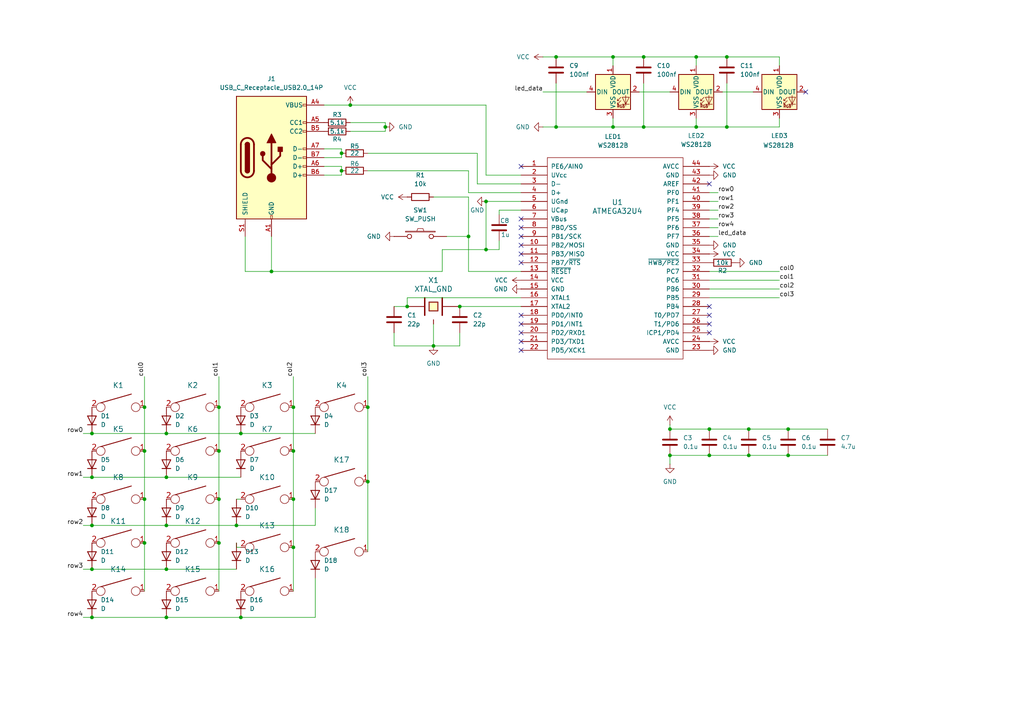
<source format=kicad_sch>
(kicad_sch
	(version 20231120)
	(generator "eeschema")
	(generator_version "8.0")
	(uuid "73f74143-cdba-4626-b7ed-ebd506c285cd")
	(paper "A4")
	(lib_symbols
		(symbol "Connector:USB_C_Receptacle_USB2.0_14P"
			(pin_names
				(offset 1.016)
			)
			(exclude_from_sim no)
			(in_bom yes)
			(on_board yes)
			(property "Reference" "J"
				(at 0 22.225 0)
				(effects
					(font
						(size 1.27 1.27)
					)
				)
			)
			(property "Value" "USB_C_Receptacle_USB2.0_14P"
				(at 0 19.685 0)
				(effects
					(font
						(size 1.27 1.27)
					)
				)
			)
			(property "Footprint" ""
				(at 3.81 0 0)
				(effects
					(font
						(size 1.27 1.27)
					)
					(hide yes)
				)
			)
			(property "Datasheet" "https://www.usb.org/sites/default/files/documents/usb_type-c.zip"
				(at 3.81 0 0)
				(effects
					(font
						(size 1.27 1.27)
					)
					(hide yes)
				)
			)
			(property "Description" "USB 2.0-only 14P Type-C Receptacle connector"
				(at 0 0 0)
				(effects
					(font
						(size 1.27 1.27)
					)
					(hide yes)
				)
			)
			(property "ki_keywords" "usb universal serial bus type-C USB2.0"
				(at 0 0 0)
				(effects
					(font
						(size 1.27 1.27)
					)
					(hide yes)
				)
			)
			(property "ki_fp_filters" "USB*C*Receptacle*"
				(at 0 0 0)
				(effects
					(font
						(size 1.27 1.27)
					)
					(hide yes)
				)
			)
			(symbol "USB_C_Receptacle_USB2.0_14P_0_0"
				(rectangle
					(start -0.254 -17.78)
					(end 0.254 -16.764)
					(stroke
						(width 0)
						(type default)
					)
					(fill
						(type none)
					)
				)
				(rectangle
					(start 10.16 -4.826)
					(end 9.144 -5.334)
					(stroke
						(width 0)
						(type default)
					)
					(fill
						(type none)
					)
				)
				(rectangle
					(start 10.16 -2.286)
					(end 9.144 -2.794)
					(stroke
						(width 0)
						(type default)
					)
					(fill
						(type none)
					)
				)
				(rectangle
					(start 10.16 0.254)
					(end 9.144 -0.254)
					(stroke
						(width 0)
						(type default)
					)
					(fill
						(type none)
					)
				)
				(rectangle
					(start 10.16 2.794)
					(end 9.144 2.286)
					(stroke
						(width 0)
						(type default)
					)
					(fill
						(type none)
					)
				)
				(rectangle
					(start 10.16 7.874)
					(end 9.144 7.366)
					(stroke
						(width 0)
						(type default)
					)
					(fill
						(type none)
					)
				)
				(rectangle
					(start 10.16 10.414)
					(end 9.144 9.906)
					(stroke
						(width 0)
						(type default)
					)
					(fill
						(type none)
					)
				)
				(rectangle
					(start 10.16 15.494)
					(end 9.144 14.986)
					(stroke
						(width 0)
						(type default)
					)
					(fill
						(type none)
					)
				)
			)
			(symbol "USB_C_Receptacle_USB2.0_14P_0_1"
				(rectangle
					(start -10.16 17.78)
					(end 10.16 -17.78)
					(stroke
						(width 0.254)
						(type default)
					)
					(fill
						(type background)
					)
				)
				(arc
					(start -8.89 -3.81)
					(mid -6.985 -5.7067)
					(end -5.08 -3.81)
					(stroke
						(width 0.508)
						(type default)
					)
					(fill
						(type none)
					)
				)
				(arc
					(start -7.62 -3.81)
					(mid -6.985 -4.4423)
					(end -6.35 -3.81)
					(stroke
						(width 0.254)
						(type default)
					)
					(fill
						(type none)
					)
				)
				(arc
					(start -7.62 -3.81)
					(mid -6.985 -4.4423)
					(end -6.35 -3.81)
					(stroke
						(width 0.254)
						(type default)
					)
					(fill
						(type outline)
					)
				)
				(rectangle
					(start -7.62 -3.81)
					(end -6.35 3.81)
					(stroke
						(width 0.254)
						(type default)
					)
					(fill
						(type outline)
					)
				)
				(arc
					(start -6.35 3.81)
					(mid -6.985 4.4423)
					(end -7.62 3.81)
					(stroke
						(width 0.254)
						(type default)
					)
					(fill
						(type none)
					)
				)
				(arc
					(start -6.35 3.81)
					(mid -6.985 4.4423)
					(end -7.62 3.81)
					(stroke
						(width 0.254)
						(type default)
					)
					(fill
						(type outline)
					)
				)
				(arc
					(start -5.08 3.81)
					(mid -6.985 5.7067)
					(end -8.89 3.81)
					(stroke
						(width 0.508)
						(type default)
					)
					(fill
						(type none)
					)
				)
				(circle
					(center -2.54 1.143)
					(radius 0.635)
					(stroke
						(width 0.254)
						(type default)
					)
					(fill
						(type outline)
					)
				)
				(circle
					(center 0 -5.842)
					(radius 1.27)
					(stroke
						(width 0)
						(type default)
					)
					(fill
						(type outline)
					)
				)
				(polyline
					(pts
						(xy -8.89 -3.81) (xy -8.89 3.81)
					)
					(stroke
						(width 0.508)
						(type default)
					)
					(fill
						(type none)
					)
				)
				(polyline
					(pts
						(xy -5.08 3.81) (xy -5.08 -3.81)
					)
					(stroke
						(width 0.508)
						(type default)
					)
					(fill
						(type none)
					)
				)
				(polyline
					(pts
						(xy 0 -5.842) (xy 0 4.318)
					)
					(stroke
						(width 0.508)
						(type default)
					)
					(fill
						(type none)
					)
				)
				(polyline
					(pts
						(xy 0 -3.302) (xy -2.54 -0.762) (xy -2.54 0.508)
					)
					(stroke
						(width 0.508)
						(type default)
					)
					(fill
						(type none)
					)
				)
				(polyline
					(pts
						(xy 0 -2.032) (xy 2.54 0.508) (xy 2.54 1.778)
					)
					(stroke
						(width 0.508)
						(type default)
					)
					(fill
						(type none)
					)
				)
				(polyline
					(pts
						(xy -1.27 4.318) (xy 0 6.858) (xy 1.27 4.318) (xy -1.27 4.318)
					)
					(stroke
						(width 0.254)
						(type default)
					)
					(fill
						(type outline)
					)
				)
				(rectangle
					(start 1.905 1.778)
					(end 3.175 3.048)
					(stroke
						(width 0.254)
						(type default)
					)
					(fill
						(type outline)
					)
				)
			)
			(symbol "USB_C_Receptacle_USB2.0_14P_1_1"
				(pin passive line
					(at 0 -22.86 90)
					(length 5.08)
					(name "GND"
						(effects
							(font
								(size 1.27 1.27)
							)
						)
					)
					(number "A1"
						(effects
							(font
								(size 1.27 1.27)
							)
						)
					)
				)
				(pin passive line
					(at 0 -22.86 90)
					(length 5.08) hide
					(name "GND"
						(effects
							(font
								(size 1.27 1.27)
							)
						)
					)
					(number "A12"
						(effects
							(font
								(size 1.27 1.27)
							)
						)
					)
				)
				(pin passive line
					(at 15.24 15.24 180)
					(length 5.08)
					(name "VBUS"
						(effects
							(font
								(size 1.27 1.27)
							)
						)
					)
					(number "A4"
						(effects
							(font
								(size 1.27 1.27)
							)
						)
					)
				)
				(pin bidirectional line
					(at 15.24 10.16 180)
					(length 5.08)
					(name "CC1"
						(effects
							(font
								(size 1.27 1.27)
							)
						)
					)
					(number "A5"
						(effects
							(font
								(size 1.27 1.27)
							)
						)
					)
				)
				(pin bidirectional line
					(at 15.24 -2.54 180)
					(length 5.08)
					(name "D+"
						(effects
							(font
								(size 1.27 1.27)
							)
						)
					)
					(number "A6"
						(effects
							(font
								(size 1.27 1.27)
							)
						)
					)
				)
				(pin bidirectional line
					(at 15.24 2.54 180)
					(length 5.08)
					(name "D-"
						(effects
							(font
								(size 1.27 1.27)
							)
						)
					)
					(number "A7"
						(effects
							(font
								(size 1.27 1.27)
							)
						)
					)
				)
				(pin passive line
					(at 15.24 15.24 180)
					(length 5.08) hide
					(name "VBUS"
						(effects
							(font
								(size 1.27 1.27)
							)
						)
					)
					(number "A9"
						(effects
							(font
								(size 1.27 1.27)
							)
						)
					)
				)
				(pin passive line
					(at 0 -22.86 90)
					(length 5.08) hide
					(name "GND"
						(effects
							(font
								(size 1.27 1.27)
							)
						)
					)
					(number "B1"
						(effects
							(font
								(size 1.27 1.27)
							)
						)
					)
				)
				(pin passive line
					(at 0 -22.86 90)
					(length 5.08) hide
					(name "GND"
						(effects
							(font
								(size 1.27 1.27)
							)
						)
					)
					(number "B12"
						(effects
							(font
								(size 1.27 1.27)
							)
						)
					)
				)
				(pin passive line
					(at 15.24 15.24 180)
					(length 5.08) hide
					(name "VBUS"
						(effects
							(font
								(size 1.27 1.27)
							)
						)
					)
					(number "B4"
						(effects
							(font
								(size 1.27 1.27)
							)
						)
					)
				)
				(pin bidirectional line
					(at 15.24 7.62 180)
					(length 5.08)
					(name "CC2"
						(effects
							(font
								(size 1.27 1.27)
							)
						)
					)
					(number "B5"
						(effects
							(font
								(size 1.27 1.27)
							)
						)
					)
				)
				(pin bidirectional line
					(at 15.24 -5.08 180)
					(length 5.08)
					(name "D+"
						(effects
							(font
								(size 1.27 1.27)
							)
						)
					)
					(number "B6"
						(effects
							(font
								(size 1.27 1.27)
							)
						)
					)
				)
				(pin bidirectional line
					(at 15.24 0 180)
					(length 5.08)
					(name "D-"
						(effects
							(font
								(size 1.27 1.27)
							)
						)
					)
					(number "B7"
						(effects
							(font
								(size 1.27 1.27)
							)
						)
					)
				)
				(pin passive line
					(at 15.24 15.24 180)
					(length 5.08) hide
					(name "VBUS"
						(effects
							(font
								(size 1.27 1.27)
							)
						)
					)
					(number "B9"
						(effects
							(font
								(size 1.27 1.27)
							)
						)
					)
				)
				(pin passive line
					(at -7.62 -22.86 90)
					(length 5.08)
					(name "SHIELD"
						(effects
							(font
								(size 1.27 1.27)
							)
						)
					)
					(number "S1"
						(effects
							(font
								(size 1.27 1.27)
							)
						)
					)
				)
			)
		)
		(symbol "Device:C"
			(pin_numbers hide)
			(pin_names
				(offset 0.254)
			)
			(exclude_from_sim no)
			(in_bom yes)
			(on_board yes)
			(property "Reference" "C"
				(at 0.635 2.54 0)
				(effects
					(font
						(size 1.27 1.27)
					)
					(justify left)
				)
			)
			(property "Value" "C"
				(at 0.635 -2.54 0)
				(effects
					(font
						(size 1.27 1.27)
					)
					(justify left)
				)
			)
			(property "Footprint" ""
				(at 0.9652 -3.81 0)
				(effects
					(font
						(size 1.27 1.27)
					)
					(hide yes)
				)
			)
			(property "Datasheet" "~"
				(at 0 0 0)
				(effects
					(font
						(size 1.27 1.27)
					)
					(hide yes)
				)
			)
			(property "Description" "Unpolarized capacitor"
				(at 0 0 0)
				(effects
					(font
						(size 1.27 1.27)
					)
					(hide yes)
				)
			)
			(property "ki_keywords" "cap capacitor"
				(at 0 0 0)
				(effects
					(font
						(size 1.27 1.27)
					)
					(hide yes)
				)
			)
			(property "ki_fp_filters" "C_*"
				(at 0 0 0)
				(effects
					(font
						(size 1.27 1.27)
					)
					(hide yes)
				)
			)
			(symbol "C_0_1"
				(polyline
					(pts
						(xy -2.032 -0.762) (xy 2.032 -0.762)
					)
					(stroke
						(width 0.508)
						(type default)
					)
					(fill
						(type none)
					)
				)
				(polyline
					(pts
						(xy -2.032 0.762) (xy 2.032 0.762)
					)
					(stroke
						(width 0.508)
						(type default)
					)
					(fill
						(type none)
					)
				)
			)
			(symbol "C_1_1"
				(pin passive line
					(at 0 3.81 270)
					(length 2.794)
					(name "~"
						(effects
							(font
								(size 1.27 1.27)
							)
						)
					)
					(number "1"
						(effects
							(font
								(size 1.27 1.27)
							)
						)
					)
				)
				(pin passive line
					(at 0 -3.81 90)
					(length 2.794)
					(name "~"
						(effects
							(font
								(size 1.27 1.27)
							)
						)
					)
					(number "2"
						(effects
							(font
								(size 1.27 1.27)
							)
						)
					)
				)
			)
		)
		(symbol "Device:D"
			(pin_numbers hide)
			(pin_names
				(offset 1.016) hide)
			(exclude_from_sim no)
			(in_bom yes)
			(on_board yes)
			(property "Reference" "D"
				(at 0 2.54 0)
				(effects
					(font
						(size 1.27 1.27)
					)
				)
			)
			(property "Value" "D"
				(at 0 -2.54 0)
				(effects
					(font
						(size 1.27 1.27)
					)
				)
			)
			(property "Footprint" ""
				(at 0 0 0)
				(effects
					(font
						(size 1.27 1.27)
					)
					(hide yes)
				)
			)
			(property "Datasheet" "~"
				(at 0 0 0)
				(effects
					(font
						(size 1.27 1.27)
					)
					(hide yes)
				)
			)
			(property "Description" "Diode"
				(at 0 0 0)
				(effects
					(font
						(size 1.27 1.27)
					)
					(hide yes)
				)
			)
			(property "Sim.Device" "D"
				(at 0 0 0)
				(effects
					(font
						(size 1.27 1.27)
					)
					(hide yes)
				)
			)
			(property "Sim.Pins" "1=K 2=A"
				(at 0 0 0)
				(effects
					(font
						(size 1.27 1.27)
					)
					(hide yes)
				)
			)
			(property "ki_keywords" "diode"
				(at 0 0 0)
				(effects
					(font
						(size 1.27 1.27)
					)
					(hide yes)
				)
			)
			(property "ki_fp_filters" "TO-???* *_Diode_* *SingleDiode* D_*"
				(at 0 0 0)
				(effects
					(font
						(size 1.27 1.27)
					)
					(hide yes)
				)
			)
			(symbol "D_0_1"
				(polyline
					(pts
						(xy -1.27 1.27) (xy -1.27 -1.27)
					)
					(stroke
						(width 0.254)
						(type default)
					)
					(fill
						(type none)
					)
				)
				(polyline
					(pts
						(xy 1.27 0) (xy -1.27 0)
					)
					(stroke
						(width 0)
						(type default)
					)
					(fill
						(type none)
					)
				)
				(polyline
					(pts
						(xy 1.27 1.27) (xy 1.27 -1.27) (xy -1.27 0) (xy 1.27 1.27)
					)
					(stroke
						(width 0.254)
						(type default)
					)
					(fill
						(type none)
					)
				)
			)
			(symbol "D_1_1"
				(pin passive line
					(at -3.81 0 0)
					(length 2.54)
					(name "K"
						(effects
							(font
								(size 1.27 1.27)
							)
						)
					)
					(number "1"
						(effects
							(font
								(size 1.27 1.27)
							)
						)
					)
				)
				(pin passive line
					(at 3.81 0 180)
					(length 2.54)
					(name "A"
						(effects
							(font
								(size 1.27 1.27)
							)
						)
					)
					(number "2"
						(effects
							(font
								(size 1.27 1.27)
							)
						)
					)
				)
			)
		)
		(symbol "Device:R"
			(pin_numbers hide)
			(pin_names
				(offset 0)
			)
			(exclude_from_sim no)
			(in_bom yes)
			(on_board yes)
			(property "Reference" "R"
				(at 2.032 0 90)
				(effects
					(font
						(size 1.27 1.27)
					)
				)
			)
			(property "Value" "R"
				(at 0 0 90)
				(effects
					(font
						(size 1.27 1.27)
					)
				)
			)
			(property "Footprint" ""
				(at -1.778 0 90)
				(effects
					(font
						(size 1.27 1.27)
					)
					(hide yes)
				)
			)
			(property "Datasheet" "~"
				(at 0 0 0)
				(effects
					(font
						(size 1.27 1.27)
					)
					(hide yes)
				)
			)
			(property "Description" "Resistor"
				(at 0 0 0)
				(effects
					(font
						(size 1.27 1.27)
					)
					(hide yes)
				)
			)
			(property "ki_keywords" "R res resistor"
				(at 0 0 0)
				(effects
					(font
						(size 1.27 1.27)
					)
					(hide yes)
				)
			)
			(property "ki_fp_filters" "R_*"
				(at 0 0 0)
				(effects
					(font
						(size 1.27 1.27)
					)
					(hide yes)
				)
			)
			(symbol "R_0_1"
				(rectangle
					(start -1.016 -2.54)
					(end 1.016 2.54)
					(stroke
						(width 0.254)
						(type default)
					)
					(fill
						(type none)
					)
				)
			)
			(symbol "R_1_1"
				(pin passive line
					(at 0 3.81 270)
					(length 1.27)
					(name "~"
						(effects
							(font
								(size 1.27 1.27)
							)
						)
					)
					(number "1"
						(effects
							(font
								(size 1.27 1.27)
							)
						)
					)
				)
				(pin passive line
					(at 0 -3.81 90)
					(length 1.27)
					(name "~"
						(effects
							(font
								(size 1.27 1.27)
							)
						)
					)
					(number "2"
						(effects
							(font
								(size 1.27 1.27)
							)
						)
					)
				)
			)
		)
		(symbol "LED:WS2812B"
			(pin_names
				(offset 0.254)
			)
			(exclude_from_sim no)
			(in_bom yes)
			(on_board yes)
			(property "Reference" "D"
				(at 5.08 5.715 0)
				(effects
					(font
						(size 1.27 1.27)
					)
					(justify right bottom)
				)
			)
			(property "Value" "WS2812B"
				(at 1.27 -5.715 0)
				(effects
					(font
						(size 1.27 1.27)
					)
					(justify left top)
				)
			)
			(property "Footprint" "LED_SMD:LED_WS2812B_PLCC4_5.0x5.0mm_P3.2mm"
				(at 1.27 -7.62 0)
				(effects
					(font
						(size 1.27 1.27)
					)
					(justify left top)
					(hide yes)
				)
			)
			(property "Datasheet" "https://cdn-shop.adafruit.com/datasheets/WS2812B.pdf"
				(at 2.54 -9.525 0)
				(effects
					(font
						(size 1.27 1.27)
					)
					(justify left top)
					(hide yes)
				)
			)
			(property "Description" "RGB LED with integrated controller"
				(at 0 0 0)
				(effects
					(font
						(size 1.27 1.27)
					)
					(hide yes)
				)
			)
			(property "ki_keywords" "RGB LED NeoPixel addressable"
				(at 0 0 0)
				(effects
					(font
						(size 1.27 1.27)
					)
					(hide yes)
				)
			)
			(property "ki_fp_filters" "LED*WS2812*PLCC*5.0x5.0mm*P3.2mm*"
				(at 0 0 0)
				(effects
					(font
						(size 1.27 1.27)
					)
					(hide yes)
				)
			)
			(symbol "WS2812B_0_0"
				(text "RGB"
					(at 2.286 -4.191 0)
					(effects
						(font
							(size 0.762 0.762)
						)
					)
				)
			)
			(symbol "WS2812B_0_1"
				(polyline
					(pts
						(xy 1.27 -3.556) (xy 1.778 -3.556)
					)
					(stroke
						(width 0)
						(type default)
					)
					(fill
						(type none)
					)
				)
				(polyline
					(pts
						(xy 1.27 -2.54) (xy 1.778 -2.54)
					)
					(stroke
						(width 0)
						(type default)
					)
					(fill
						(type none)
					)
				)
				(polyline
					(pts
						(xy 4.699 -3.556) (xy 2.667 -3.556)
					)
					(stroke
						(width 0)
						(type default)
					)
					(fill
						(type none)
					)
				)
				(polyline
					(pts
						(xy 2.286 -2.54) (xy 1.27 -3.556) (xy 1.27 -3.048)
					)
					(stroke
						(width 0)
						(type default)
					)
					(fill
						(type none)
					)
				)
				(polyline
					(pts
						(xy 2.286 -1.524) (xy 1.27 -2.54) (xy 1.27 -2.032)
					)
					(stroke
						(width 0)
						(type default)
					)
					(fill
						(type none)
					)
				)
				(polyline
					(pts
						(xy 3.683 -1.016) (xy 3.683 -3.556) (xy 3.683 -4.064)
					)
					(stroke
						(width 0)
						(type default)
					)
					(fill
						(type none)
					)
				)
				(polyline
					(pts
						(xy 4.699 -1.524) (xy 2.667 -1.524) (xy 3.683 -3.556) (xy 4.699 -1.524)
					)
					(stroke
						(width 0)
						(type default)
					)
					(fill
						(type none)
					)
				)
				(rectangle
					(start 5.08 5.08)
					(end -5.08 -5.08)
					(stroke
						(width 0.254)
						(type default)
					)
					(fill
						(type background)
					)
				)
			)
			(symbol "WS2812B_1_1"
				(pin power_in line
					(at 0 7.62 270)
					(length 2.54)
					(name "VDD"
						(effects
							(font
								(size 1.27 1.27)
							)
						)
					)
					(number "1"
						(effects
							(font
								(size 1.27 1.27)
							)
						)
					)
				)
				(pin output line
					(at 7.62 0 180)
					(length 2.54)
					(name "DOUT"
						(effects
							(font
								(size 1.27 1.27)
							)
						)
					)
					(number "2"
						(effects
							(font
								(size 1.27 1.27)
							)
						)
					)
				)
				(pin power_in line
					(at 0 -7.62 90)
					(length 2.54)
					(name "VSS"
						(effects
							(font
								(size 1.27 1.27)
							)
						)
					)
					(number "3"
						(effects
							(font
								(size 1.27 1.27)
							)
						)
					)
				)
				(pin input line
					(at -7.62 0 0)
					(length 2.54)
					(name "DIN"
						(effects
							(font
								(size 1.27 1.27)
							)
						)
					)
					(number "4"
						(effects
							(font
								(size 1.27 1.27)
							)
						)
					)
				)
			)
		)
		(symbol "keyboard_parts:ATMEGA32U4"
			(pin_names
				(offset 1.016)
			)
			(exclude_from_sim no)
			(in_bom yes)
			(on_board yes)
			(property "Reference" "U"
				(at 0 -31.75 0)
				(effects
					(font
						(size 1.524 1.524)
					)
				)
			)
			(property "Value" "ATMEGA32U4"
				(at 0 31.75 0)
				(effects
					(font
						(size 1.524 1.524)
					)
				)
			)
			(property "Footprint" ""
				(at 0 0 0)
				(effects
					(font
						(size 1.524 1.524)
					)
				)
			)
			(property "Datasheet" ""
				(at 0 0 0)
				(effects
					(font
						(size 1.524 1.524)
					)
				)
			)
			(property "Description" ""
				(at 0 0 0)
				(effects
					(font
						(size 1.27 1.27)
					)
					(hide yes)
				)
			)
			(symbol "ATMEGA32U4_0_1"
				(rectangle
					(start 20.32 29.21)
					(end -19.05 -29.21)
					(stroke
						(width 0)
						(type solid)
					)
					(fill
						(type none)
					)
				)
			)
			(symbol "ATMEGA32U4_1_1"
				(pin bidirectional line
					(at -26.67 26.67 0)
					(length 7.62)
					(name "PE6/AIN0"
						(effects
							(font
								(size 1.27 1.27)
							)
						)
					)
					(number "1"
						(effects
							(font
								(size 1.27 1.27)
							)
						)
					)
				)
				(pin bidirectional line
					(at -26.67 3.81 0)
					(length 7.62)
					(name "PB2/MOSI"
						(effects
							(font
								(size 1.27 1.27)
							)
						)
					)
					(number "10"
						(effects
							(font
								(size 1.27 1.27)
							)
						)
					)
				)
				(pin bidirectional line
					(at -26.67 1.27 0)
					(length 7.62)
					(name "PB3/MISO"
						(effects
							(font
								(size 1.27 1.27)
							)
						)
					)
					(number "11"
						(effects
							(font
								(size 1.27 1.27)
							)
						)
					)
				)
				(pin bidirectional line
					(at -26.67 -1.27 0)
					(length 7.62)
					(name "PB7/~{RTS}"
						(effects
							(font
								(size 1.27 1.27)
							)
						)
					)
					(number "12"
						(effects
							(font
								(size 1.27 1.27)
							)
						)
					)
				)
				(pin input line
					(at -26.67 -3.81 0)
					(length 7.62)
					(name "~{RESET}"
						(effects
							(font
								(size 1.27 1.27)
							)
						)
					)
					(number "13"
						(effects
							(font
								(size 1.27 1.27)
							)
						)
					)
				)
				(pin power_in line
					(at -26.67 -6.35 0)
					(length 7.62)
					(name "VCC"
						(effects
							(font
								(size 1.27 1.27)
							)
						)
					)
					(number "14"
						(effects
							(font
								(size 1.27 1.27)
							)
						)
					)
				)
				(pin power_in line
					(at -26.67 -8.89 0)
					(length 7.62)
					(name "GND"
						(effects
							(font
								(size 1.27 1.27)
							)
						)
					)
					(number "15"
						(effects
							(font
								(size 1.27 1.27)
							)
						)
					)
				)
				(pin input line
					(at -26.67 -11.43 0)
					(length 7.62)
					(name "XTAL1"
						(effects
							(font
								(size 1.27 1.27)
							)
						)
					)
					(number "16"
						(effects
							(font
								(size 1.27 1.27)
							)
						)
					)
				)
				(pin output line
					(at -26.67 -13.97 0)
					(length 7.62)
					(name "XTAL2"
						(effects
							(font
								(size 1.27 1.27)
							)
						)
					)
					(number "17"
						(effects
							(font
								(size 1.27 1.27)
							)
						)
					)
				)
				(pin bidirectional line
					(at -26.67 -16.51 0)
					(length 7.62)
					(name "PD0/INT0"
						(effects
							(font
								(size 1.27 1.27)
							)
						)
					)
					(number "18"
						(effects
							(font
								(size 1.27 1.27)
							)
						)
					)
				)
				(pin bidirectional line
					(at -26.67 -19.05 0)
					(length 7.62)
					(name "PD1/INT1"
						(effects
							(font
								(size 1.27 1.27)
							)
						)
					)
					(number "19"
						(effects
							(font
								(size 1.27 1.27)
							)
						)
					)
				)
				(pin power_in line
					(at -26.67 24.13 0)
					(length 7.62)
					(name "UVcc"
						(effects
							(font
								(size 1.27 1.27)
							)
						)
					)
					(number "2"
						(effects
							(font
								(size 1.27 1.27)
							)
						)
					)
				)
				(pin bidirectional line
					(at -26.67 -21.59 0)
					(length 7.62)
					(name "PD2/RXD1"
						(effects
							(font
								(size 1.27 1.27)
							)
						)
					)
					(number "20"
						(effects
							(font
								(size 1.27 1.27)
							)
						)
					)
				)
				(pin bidirectional line
					(at -26.67 -24.13 0)
					(length 7.62)
					(name "PD3/TXD1"
						(effects
							(font
								(size 1.27 1.27)
							)
						)
					)
					(number "21"
						(effects
							(font
								(size 1.27 1.27)
							)
						)
					)
				)
				(pin bidirectional line
					(at -26.67 -26.67 0)
					(length 7.62)
					(name "PD5/XCK1"
						(effects
							(font
								(size 1.27 1.27)
							)
						)
					)
					(number "22"
						(effects
							(font
								(size 1.27 1.27)
							)
						)
					)
				)
				(pin power_in line
					(at 27.94 -26.67 180)
					(length 7.62)
					(name "GND"
						(effects
							(font
								(size 1.27 1.27)
							)
						)
					)
					(number "23"
						(effects
							(font
								(size 1.27 1.27)
							)
						)
					)
				)
				(pin power_in line
					(at 27.94 -24.13 180)
					(length 7.62)
					(name "AVCC"
						(effects
							(font
								(size 1.27 1.27)
							)
						)
					)
					(number "24"
						(effects
							(font
								(size 1.27 1.27)
							)
						)
					)
				)
				(pin bidirectional line
					(at 27.94 -21.59 180)
					(length 7.62)
					(name "ICP1/PD4"
						(effects
							(font
								(size 1.27 1.27)
							)
						)
					)
					(number "25"
						(effects
							(font
								(size 1.27 1.27)
							)
						)
					)
				)
				(pin bidirectional line
					(at 27.94 -19.05 180)
					(length 7.62)
					(name "T1/PD6"
						(effects
							(font
								(size 1.27 1.27)
							)
						)
					)
					(number "26"
						(effects
							(font
								(size 1.27 1.27)
							)
						)
					)
				)
				(pin bidirectional line
					(at 27.94 -16.51 180)
					(length 7.62)
					(name "T0/PD7"
						(effects
							(font
								(size 1.27 1.27)
							)
						)
					)
					(number "27"
						(effects
							(font
								(size 1.27 1.27)
							)
						)
					)
				)
				(pin bidirectional line
					(at 27.94 -13.97 180)
					(length 7.62)
					(name "PB4"
						(effects
							(font
								(size 1.27 1.27)
							)
						)
					)
					(number "28"
						(effects
							(font
								(size 1.27 1.27)
							)
						)
					)
				)
				(pin bidirectional line
					(at 27.94 -11.43 180)
					(length 7.62)
					(name "PB5"
						(effects
							(font
								(size 1.27 1.27)
							)
						)
					)
					(number "29"
						(effects
							(font
								(size 1.27 1.27)
							)
						)
					)
				)
				(pin bidirectional line
					(at -26.67 21.59 0)
					(length 7.62)
					(name "D-"
						(effects
							(font
								(size 1.27 1.27)
							)
						)
					)
					(number "3"
						(effects
							(font
								(size 1.27 1.27)
							)
						)
					)
				)
				(pin bidirectional line
					(at 27.94 -8.89 180)
					(length 7.62)
					(name "PB6"
						(effects
							(font
								(size 1.27 1.27)
							)
						)
					)
					(number "30"
						(effects
							(font
								(size 1.27 1.27)
							)
						)
					)
				)
				(pin bidirectional line
					(at 27.94 -6.35 180)
					(length 7.62)
					(name "PC6"
						(effects
							(font
								(size 1.27 1.27)
							)
						)
					)
					(number "31"
						(effects
							(font
								(size 1.27 1.27)
							)
						)
					)
				)
				(pin bidirectional line
					(at 27.94 -3.81 180)
					(length 7.62)
					(name "PC7"
						(effects
							(font
								(size 1.27 1.27)
							)
						)
					)
					(number "32"
						(effects
							(font
								(size 1.27 1.27)
							)
						)
					)
				)
				(pin bidirectional line
					(at 27.94 -1.27 180)
					(length 7.62)
					(name "~{HWB/PE2}"
						(effects
							(font
								(size 1.27 1.27)
							)
						)
					)
					(number "33"
						(effects
							(font
								(size 1.27 1.27)
							)
						)
					)
				)
				(pin power_in line
					(at 27.94 1.27 180)
					(length 7.62)
					(name "VCC"
						(effects
							(font
								(size 1.27 1.27)
							)
						)
					)
					(number "34"
						(effects
							(font
								(size 1.27 1.27)
							)
						)
					)
				)
				(pin power_in line
					(at 27.94 3.81 180)
					(length 7.62)
					(name "GND"
						(effects
							(font
								(size 1.27 1.27)
							)
						)
					)
					(number "35"
						(effects
							(font
								(size 1.27 1.27)
							)
						)
					)
				)
				(pin bidirectional line
					(at 27.94 6.35 180)
					(length 7.62)
					(name "PF7"
						(effects
							(font
								(size 1.27 1.27)
							)
						)
					)
					(number "36"
						(effects
							(font
								(size 1.27 1.27)
							)
						)
					)
				)
				(pin bidirectional line
					(at 27.94 8.89 180)
					(length 7.62)
					(name "PF6"
						(effects
							(font
								(size 1.27 1.27)
							)
						)
					)
					(number "37"
						(effects
							(font
								(size 1.27 1.27)
							)
						)
					)
				)
				(pin bidirectional line
					(at 27.94 11.43 180)
					(length 7.62)
					(name "PF5"
						(effects
							(font
								(size 1.27 1.27)
							)
						)
					)
					(number "38"
						(effects
							(font
								(size 1.27 1.27)
							)
						)
					)
				)
				(pin bidirectional line
					(at 27.94 13.97 180)
					(length 7.62)
					(name "PF4"
						(effects
							(font
								(size 1.27 1.27)
							)
						)
					)
					(number "39"
						(effects
							(font
								(size 1.27 1.27)
							)
						)
					)
				)
				(pin bidirectional line
					(at -26.67 19.05 0)
					(length 7.62)
					(name "D+"
						(effects
							(font
								(size 1.27 1.27)
							)
						)
					)
					(number "4"
						(effects
							(font
								(size 1.27 1.27)
							)
						)
					)
				)
				(pin bidirectional line
					(at 27.94 16.51 180)
					(length 7.62)
					(name "PF1"
						(effects
							(font
								(size 1.27 1.27)
							)
						)
					)
					(number "40"
						(effects
							(font
								(size 1.27 1.27)
							)
						)
					)
				)
				(pin bidirectional line
					(at 27.94 19.05 180)
					(length 7.62)
					(name "PF0"
						(effects
							(font
								(size 1.27 1.27)
							)
						)
					)
					(number "41"
						(effects
							(font
								(size 1.27 1.27)
							)
						)
					)
				)
				(pin input line
					(at 27.94 21.59 180)
					(length 7.62)
					(name "AREF"
						(effects
							(font
								(size 1.27 1.27)
							)
						)
					)
					(number "42"
						(effects
							(font
								(size 1.27 1.27)
							)
						)
					)
				)
				(pin power_in line
					(at 27.94 24.13 180)
					(length 7.62)
					(name "GND"
						(effects
							(font
								(size 1.27 1.27)
							)
						)
					)
					(number "43"
						(effects
							(font
								(size 1.27 1.27)
							)
						)
					)
				)
				(pin power_in line
					(at 27.94 26.67 180)
					(length 7.62)
					(name "AVCC"
						(effects
							(font
								(size 1.27 1.27)
							)
						)
					)
					(number "44"
						(effects
							(font
								(size 1.27 1.27)
							)
						)
					)
				)
				(pin power_in line
					(at -26.67 16.51 0)
					(length 7.62)
					(name "UGnd"
						(effects
							(font
								(size 1.27 1.27)
							)
						)
					)
					(number "5"
						(effects
							(font
								(size 1.27 1.27)
							)
						)
					)
				)
				(pin input line
					(at -26.67 13.97 0)
					(length 7.62)
					(name "UCap"
						(effects
							(font
								(size 1.27 1.27)
							)
						)
					)
					(number "6"
						(effects
							(font
								(size 1.27 1.27)
							)
						)
					)
				)
				(pin input line
					(at -26.67 11.43 0)
					(length 7.62)
					(name "VBus"
						(effects
							(font
								(size 1.27 1.27)
							)
						)
					)
					(number "7"
						(effects
							(font
								(size 1.27 1.27)
							)
						)
					)
				)
				(pin bidirectional line
					(at -26.67 8.89 0)
					(length 7.62)
					(name "PB0/SS"
						(effects
							(font
								(size 1.27 1.27)
							)
						)
					)
					(number "8"
						(effects
							(font
								(size 1.27 1.27)
							)
						)
					)
				)
				(pin bidirectional line
					(at -26.67 6.35 0)
					(length 7.62)
					(name "PB1/SCK"
						(effects
							(font
								(size 1.27 1.27)
							)
						)
					)
					(number "9"
						(effects
							(font
								(size 1.27 1.27)
							)
						)
					)
				)
			)
		)
		(symbol "keyboard_parts:KEYSW"
			(pin_names
				(offset 1.016)
			)
			(exclude_from_sim no)
			(in_bom yes)
			(on_board yes)
			(property "Reference" "K?"
				(at -1.27 0 0)
				(effects
					(font
						(size 1.524 1.524)
					)
				)
			)
			(property "Value" "KEYSW"
				(at 0 -2.54 0)
				(effects
					(font
						(size 1.524 1.524)
					)
					(hide yes)
				)
			)
			(property "Footprint" ""
				(at 0 0 0)
				(effects
					(font
						(size 1.524 1.524)
					)
				)
			)
			(property "Datasheet" ""
				(at 0 0 0)
				(effects
					(font
						(size 1.524 1.524)
					)
				)
			)
			(property "Description" ""
				(at 0 0 0)
				(effects
					(font
						(size 1.27 1.27)
					)
					(hide yes)
				)
			)
			(symbol "KEYSW_0_1"
				(circle
					(center -5.08 0)
					(radius 1.27)
					(stroke
						(width 0)
						(type solid)
					)
					(fill
						(type none)
					)
				)
				(polyline
					(pts
						(xy -5.08 1.27) (xy 3.81 3.81)
					)
					(stroke
						(width 0.254)
						(type solid)
					)
					(fill
						(type none)
					)
				)
				(circle
					(center 5.08 0)
					(radius 1.27)
					(stroke
						(width 0)
						(type solid)
					)
					(fill
						(type none)
					)
				)
			)
			(symbol "KEYSW_1_1"
				(pin passive line
					(at 7.62 0 180)
					(length 1.27)
					(name "~"
						(effects
							(font
								(size 1.524 1.524)
							)
						)
					)
					(number "1"
						(effects
							(font
								(size 1.524 1.524)
							)
						)
					)
				)
				(pin passive line
					(at -7.62 0 0)
					(length 1.27)
					(name "~"
						(effects
							(font
								(size 1.524 1.524)
							)
						)
					)
					(number "2"
						(effects
							(font
								(size 1.524 1.524)
							)
						)
					)
				)
			)
		)
		(symbol "keyboard_parts:SW_PUSH"
			(pin_numbers hide)
			(pin_names
				(offset 1.016) hide)
			(exclude_from_sim no)
			(in_bom yes)
			(on_board yes)
			(property "Reference" "SW"
				(at 3.81 2.794 0)
				(effects
					(font
						(size 1.27 1.27)
					)
				)
			)
			(property "Value" "SW_PUSH"
				(at 0 -2.032 0)
				(effects
					(font
						(size 1.27 1.27)
					)
				)
			)
			(property "Footprint" ""
				(at 0 0 0)
				(effects
					(font
						(size 1.524 1.524)
					)
				)
			)
			(property "Datasheet" ""
				(at 0 0 0)
				(effects
					(font
						(size 1.524 1.524)
					)
				)
			)
			(property "Description" ""
				(at 0 0 0)
				(effects
					(font
						(size 1.27 1.27)
					)
					(hide yes)
				)
			)
			(symbol "SW_PUSH_0_1"
				(rectangle
					(start -4.318 1.27)
					(end 4.318 1.524)
					(stroke
						(width 0)
						(type solid)
					)
					(fill
						(type none)
					)
				)
				(polyline
					(pts
						(xy -1.016 1.524) (xy -0.762 2.286) (xy 0.762 2.286) (xy 1.016 1.524)
					)
					(stroke
						(width 0)
						(type solid)
					)
					(fill
						(type none)
					)
				)
				(pin passive inverted
					(at -7.62 0 0)
					(length 5.08)
					(name "1"
						(effects
							(font
								(size 1.524 1.524)
							)
						)
					)
					(number "1"
						(effects
							(font
								(size 1.524 1.524)
							)
						)
					)
				)
				(pin passive inverted
					(at 7.62 0 180)
					(length 5.08)
					(name "2"
						(effects
							(font
								(size 1.524 1.524)
							)
						)
					)
					(number "2"
						(effects
							(font
								(size 1.524 1.524)
							)
						)
					)
				)
			)
		)
		(symbol "keyboard_parts:XTAL_GND"
			(pin_numbers hide)
			(pin_names
				(offset 1.016) hide)
			(exclude_from_sim no)
			(in_bom yes)
			(on_board yes)
			(property "Reference" "X"
				(at 0 3.81 0)
				(effects
					(font
						(size 1.524 1.524)
					)
				)
			)
			(property "Value" "XTAL_GND"
				(at 0 -3.81 0)
				(effects
					(font
						(size 1.524 1.524)
					)
				)
			)
			(property "Footprint" ""
				(at 0 0 0)
				(effects
					(font
						(size 1.524 1.524)
					)
				)
			)
			(property "Datasheet" ""
				(at 0 0 0)
				(effects
					(font
						(size 1.524 1.524)
					)
				)
			)
			(property "Description" ""
				(at 0 0 0)
				(effects
					(font
						(size 1.27 1.27)
					)
					(hide yes)
				)
			)
			(symbol "XTAL_GND_0_1"
				(polyline
					(pts
						(xy -2.54 2.54) (xy -2.54 -2.54)
					)
					(stroke
						(width 0.4064)
						(type solid)
					)
					(fill
						(type none)
					)
				)
				(polyline
					(pts
						(xy 2.54 2.54) (xy 2.54 -2.54)
					)
					(stroke
						(width 0.4064)
						(type solid)
					)
					(fill
						(type none)
					)
				)
				(polyline
					(pts
						(xy -1.27 1.27) (xy 1.27 1.27) (xy 1.27 -1.27) (xy -1.27 -1.27) (xy -1.27 1.27)
					)
					(stroke
						(width 0.3048)
						(type solid)
					)
					(fill
						(type background)
					)
				)
			)
			(symbol "XTAL_GND_1_1"
				(pin passive line
					(at -7.62 0 0)
					(length 5.08)
					(name "1"
						(effects
							(font
								(size 1.016 1.016)
							)
						)
					)
					(number "1"
						(effects
							(font
								(size 1.016 1.016)
							)
						)
					)
				)
				(pin passive line
					(at 7.62 0 180)
					(length 5.08)
					(name "2"
						(effects
							(font
								(size 1.016 1.016)
							)
						)
					)
					(number "2"
						(effects
							(font
								(size 1.016 1.016)
							)
						)
					)
				)
				(pin passive line
					(at 0 -5.08 90)
					(length 1.27)
					(name "~"
						(effects
							(font
								(size 1.27 1.27)
							)
						)
					)
					(number "3"
						(effects
							(font
								(size 1.27 1.27)
							)
						)
					)
				)
			)
		)
		(symbol "power:GND"
			(power)
			(pin_numbers hide)
			(pin_names
				(offset 0) hide)
			(exclude_from_sim no)
			(in_bom yes)
			(on_board yes)
			(property "Reference" "#PWR"
				(at 0 -6.35 0)
				(effects
					(font
						(size 1.27 1.27)
					)
					(hide yes)
				)
			)
			(property "Value" "GND"
				(at 0 -3.81 0)
				(effects
					(font
						(size 1.27 1.27)
					)
				)
			)
			(property "Footprint" ""
				(at 0 0 0)
				(effects
					(font
						(size 1.27 1.27)
					)
					(hide yes)
				)
			)
			(property "Datasheet" ""
				(at 0 0 0)
				(effects
					(font
						(size 1.27 1.27)
					)
					(hide yes)
				)
			)
			(property "Description" "Power symbol creates a global label with name \"GND\" , ground"
				(at 0 0 0)
				(effects
					(font
						(size 1.27 1.27)
					)
					(hide yes)
				)
			)
			(property "ki_keywords" "global power"
				(at 0 0 0)
				(effects
					(font
						(size 1.27 1.27)
					)
					(hide yes)
				)
			)
			(symbol "GND_0_1"
				(polyline
					(pts
						(xy 0 0) (xy 0 -1.27) (xy 1.27 -1.27) (xy 0 -2.54) (xy -1.27 -1.27) (xy 0 -1.27)
					)
					(stroke
						(width 0)
						(type default)
					)
					(fill
						(type none)
					)
				)
			)
			(symbol "GND_1_1"
				(pin power_in line
					(at 0 0 270)
					(length 0)
					(name "~"
						(effects
							(font
								(size 1.27 1.27)
							)
						)
					)
					(number "1"
						(effects
							(font
								(size 1.27 1.27)
							)
						)
					)
				)
			)
		)
		(symbol "power:VCC"
			(power)
			(pin_numbers hide)
			(pin_names
				(offset 0) hide)
			(exclude_from_sim no)
			(in_bom yes)
			(on_board yes)
			(property "Reference" "#PWR"
				(at 0 -3.81 0)
				(effects
					(font
						(size 1.27 1.27)
					)
					(hide yes)
				)
			)
			(property "Value" "VCC"
				(at 0 3.556 0)
				(effects
					(font
						(size 1.27 1.27)
					)
				)
			)
			(property "Footprint" ""
				(at 0 0 0)
				(effects
					(font
						(size 1.27 1.27)
					)
					(hide yes)
				)
			)
			(property "Datasheet" ""
				(at 0 0 0)
				(effects
					(font
						(size 1.27 1.27)
					)
					(hide yes)
				)
			)
			(property "Description" "Power symbol creates a global label with name \"VCC\""
				(at 0 0 0)
				(effects
					(font
						(size 1.27 1.27)
					)
					(hide yes)
				)
			)
			(property "ki_keywords" "global power"
				(at 0 0 0)
				(effects
					(font
						(size 1.27 1.27)
					)
					(hide yes)
				)
			)
			(symbol "VCC_0_1"
				(polyline
					(pts
						(xy -0.762 1.27) (xy 0 2.54)
					)
					(stroke
						(width 0)
						(type default)
					)
					(fill
						(type none)
					)
				)
				(polyline
					(pts
						(xy 0 0) (xy 0 2.54)
					)
					(stroke
						(width 0)
						(type default)
					)
					(fill
						(type none)
					)
				)
				(polyline
					(pts
						(xy 0 2.54) (xy 0.762 1.27)
					)
					(stroke
						(width 0)
						(type default)
					)
					(fill
						(type none)
					)
				)
			)
			(symbol "VCC_1_1"
				(pin power_in line
					(at 0 0 90)
					(length 0)
					(name "~"
						(effects
							(font
								(size 1.27 1.27)
							)
						)
					)
					(number "1"
						(effects
							(font
								(size 1.27 1.27)
							)
						)
					)
				)
			)
		)
	)
	(junction
		(at 177.8 36.83)
		(diameter 0)
		(color 0 0 0 0)
		(uuid "082e1949-5453-48c3-b995-c070f1f5d26b")
	)
	(junction
		(at 228.6 132.08)
		(diameter 0)
		(color 0 0 0 0)
		(uuid "0c53a5cf-f319-4062-8185-f1ce8a3977ab")
	)
	(junction
		(at 201.93 36.83)
		(diameter 0)
		(color 0 0 0 0)
		(uuid "0fdfe22a-c44d-4e48-856e-cc69ea4ba0ef")
	)
	(junction
		(at 106.68 139.7)
		(diameter 0)
		(color 0 0 0 0)
		(uuid "10d1c5de-a6f6-4a93-992c-7dbfef9a75db")
	)
	(junction
		(at 41.91 118.11)
		(diameter 0)
		(color 0 0 0 0)
		(uuid "1ce21ee0-afcc-442c-8822-9f1f382157f5")
	)
	(junction
		(at 69.85 125.73)
		(diameter 0)
		(color 0 0 0 0)
		(uuid "1d1966aa-a84d-4cd3-a63d-b37fd3efc3df")
	)
	(junction
		(at 26.67 125.73)
		(diameter 0)
		(color 0 0 0 0)
		(uuid "222b6449-fe41-493c-8754-5840c71cf101")
	)
	(junction
		(at 201.93 16.51)
		(diameter 0)
		(color 0 0 0 0)
		(uuid "244772c9-fe01-4818-9f4e-986af531401b")
	)
	(junction
		(at 106.68 118.11)
		(diameter 0)
		(color 0 0 0 0)
		(uuid "294e1aed-e1a6-4ea2-adbf-9806efd19ce3")
	)
	(junction
		(at 228.6 124.46)
		(diameter 0)
		(color 0 0 0 0)
		(uuid "365746f3-3adc-4439-ae04-93c3ebc472be")
	)
	(junction
		(at 101.6 30.48)
		(diameter 0)
		(color 0 0 0 0)
		(uuid "3fa69124-452c-484b-a970-a2aeefdbebab")
	)
	(junction
		(at 177.8 16.51)
		(diameter 0)
		(color 0 0 0 0)
		(uuid "45477630-508b-47b6-a1ef-b12d14bc561d")
	)
	(junction
		(at 85.09 144.78)
		(diameter 0)
		(color 0 0 0 0)
		(uuid "45cc91b4-cf58-4af4-9f6c-d1fc2446362d")
	)
	(junction
		(at 194.31 132.08)
		(diameter 0)
		(color 0 0 0 0)
		(uuid "488a8d8f-1528-450a-9555-c3d776a9aae5")
	)
	(junction
		(at 85.09 158.75)
		(diameter 0)
		(color 0 0 0 0)
		(uuid "4c487191-2482-436f-9101-17a4d99d07ca")
	)
	(junction
		(at 41.91 130.81)
		(diameter 0)
		(color 0 0 0 0)
		(uuid "4c641882-4101-480b-b09f-a92c13dcae1d")
	)
	(junction
		(at 48.26 165.1)
		(diameter 0)
		(color 0 0 0 0)
		(uuid "4da06551-b492-49f9-870b-06796739bfae")
	)
	(junction
		(at 26.67 165.1)
		(diameter 0)
		(color 0 0 0 0)
		(uuid "4ebfe936-6631-42b2-99d7-fa68a05804fe")
	)
	(junction
		(at 140.97 58.42)
		(diameter 0)
		(color 0 0 0 0)
		(uuid "5502ab6f-02eb-4d60-9fcf-b9aaabb9ccd7")
	)
	(junction
		(at 217.17 132.08)
		(diameter 0)
		(color 0 0 0 0)
		(uuid "5c08900b-050d-4074-be6c-3a229fb5edce")
	)
	(junction
		(at 26.67 179.07)
		(diameter 0)
		(color 0 0 0 0)
		(uuid "68ecf461-74bb-43d3-9570-a6ec07b0fc37")
	)
	(junction
		(at 48.26 138.43)
		(diameter 0)
		(color 0 0 0 0)
		(uuid "727f609c-ae18-4ca6-93ac-bfd08447950c")
	)
	(junction
		(at 140.97 72.39)
		(diameter 0)
		(color 0 0 0 0)
		(uuid "7542b80f-c7a0-4dd2-b60e-ba482d5ed4ae")
	)
	(junction
		(at 205.74 124.46)
		(diameter 0)
		(color 0 0 0 0)
		(uuid "76efe754-fe00-4fde-94ed-b191a9954c4d")
	)
	(junction
		(at 111.76 36.83)
		(diameter 0)
		(color 0 0 0 0)
		(uuid "77a1e41f-ae5a-447a-b8a6-8cc8b85c8395")
	)
	(junction
		(at 194.31 124.46)
		(diameter 0)
		(color 0 0 0 0)
		(uuid "7d7a1303-159d-4871-8494-b5bdd996d0fc")
	)
	(junction
		(at 26.67 138.43)
		(diameter 0)
		(color 0 0 0 0)
		(uuid "7d94645f-1e6b-4cbe-95fd-de5ed05c7c07")
	)
	(junction
		(at 63.5 157.48)
		(diameter 0)
		(color 0 0 0 0)
		(uuid "7e1c53a6-760b-4b1c-b27c-1add8dc9c37e")
	)
	(junction
		(at 41.91 157.48)
		(diameter 0)
		(color 0 0 0 0)
		(uuid "7fd7704a-3e88-4da3-bf20-df08051e4204")
	)
	(junction
		(at 69.85 179.07)
		(diameter 0)
		(color 0 0 0 0)
		(uuid "8603060c-e4f4-4c36-adeb-0bf9e31947b6")
	)
	(junction
		(at 133.35 88.9)
		(diameter 0)
		(color 0 0 0 0)
		(uuid "88d09504-3676-4f92-b0fe-655ce8643b18")
	)
	(junction
		(at 210.82 36.83)
		(diameter 0)
		(color 0 0 0 0)
		(uuid "8cffc091-9173-4cd6-93ff-3011fd75e8d4")
	)
	(junction
		(at 48.26 152.4)
		(diameter 0)
		(color 0 0 0 0)
		(uuid "93b8e74f-666e-4db6-a261-c2f3fb62adf6")
	)
	(junction
		(at 161.29 36.83)
		(diameter 0)
		(color 0 0 0 0)
		(uuid "9772f897-6790-4819-8b33-93ecdd640030")
	)
	(junction
		(at 205.74 132.08)
		(diameter 0)
		(color 0 0 0 0)
		(uuid "99020a73-068e-4b82-b86f-5db2a5835800")
	)
	(junction
		(at 48.26 125.73)
		(diameter 0)
		(color 0 0 0 0)
		(uuid "9ac430dc-0c3b-4852-8c9d-a6e1cb495b9f")
	)
	(junction
		(at 85.09 118.11)
		(diameter 0)
		(color 0 0 0 0)
		(uuid "a07ce039-153c-436d-89e6-e91a4014aff1")
	)
	(junction
		(at 99.06 44.45)
		(diameter 0)
		(color 0 0 0 0)
		(uuid "a07d85e3-8558-4e70-818d-51e34707dc71")
	)
	(junction
		(at 26.67 152.4)
		(diameter 0)
		(color 0 0 0 0)
		(uuid "a0e235c6-3dce-42c2-89d9-0d16357dd6dc")
	)
	(junction
		(at 48.26 179.07)
		(diameter 0)
		(color 0 0 0 0)
		(uuid "a1cb19f1-204c-491d-bee7-9cedcd12208b")
	)
	(junction
		(at 118.11 88.9)
		(diameter 0)
		(color 0 0 0 0)
		(uuid "a32f767d-8095-48a6-98aa-8a0cde4710a6")
	)
	(junction
		(at 125.73 100.33)
		(diameter 0)
		(color 0 0 0 0)
		(uuid "a835a364-a434-4913-a890-c766409948b0")
	)
	(junction
		(at 135.89 68.58)
		(diameter 0)
		(color 0 0 0 0)
		(uuid "ac84b4fd-35d0-4b50-973b-9c166eb176a4")
	)
	(junction
		(at 85.09 130.81)
		(diameter 0)
		(color 0 0 0 0)
		(uuid "ad254bf6-362a-458c-9e99-bbbcaaa8a732")
	)
	(junction
		(at 63.5 118.11)
		(diameter 0)
		(color 0 0 0 0)
		(uuid "b4a29b71-427b-49df-9d8e-829d4d93db98")
	)
	(junction
		(at 68.58 152.4)
		(diameter 0)
		(color 0 0 0 0)
		(uuid "b5a10961-ccfa-488c-ab29-8295d2bbde3d")
	)
	(junction
		(at 78.74 78.74)
		(diameter 0)
		(color 0 0 0 0)
		(uuid "bc2be302-cace-406e-8277-303da8ab1963")
	)
	(junction
		(at 217.17 124.46)
		(diameter 0)
		(color 0 0 0 0)
		(uuid "cadaf913-6529-4a0e-9a72-1ce163a017a6")
	)
	(junction
		(at 99.06 49.53)
		(diameter 0)
		(color 0 0 0 0)
		(uuid "cbdefb13-4156-4d22-ac58-6d5ea5b14223")
	)
	(junction
		(at 210.82 16.51)
		(diameter 0)
		(color 0 0 0 0)
		(uuid "cc532217-00f3-445a-ab99-74d9624e15a5")
	)
	(junction
		(at 161.29 16.51)
		(diameter 0)
		(color 0 0 0 0)
		(uuid "e22db448-f8c9-4e86-a494-83714c005b1e")
	)
	(junction
		(at 63.5 144.78)
		(diameter 0)
		(color 0 0 0 0)
		(uuid "e572b372-d580-4ee6-b34e-2f925ab19f34")
	)
	(junction
		(at 41.91 144.78)
		(diameter 0)
		(color 0 0 0 0)
		(uuid "e815982d-c9b6-42d4-b41f-b506ce1f7772")
	)
	(junction
		(at 186.69 16.51)
		(diameter 0)
		(color 0 0 0 0)
		(uuid "f01e1103-800f-4bba-a378-2abca49e5b29")
	)
	(junction
		(at 186.69 36.83)
		(diameter 0)
		(color 0 0 0 0)
		(uuid "f053848e-2d26-40c8-a567-6ffa5d643246")
	)
	(junction
		(at 63.5 130.81)
		(diameter 0)
		(color 0 0 0 0)
		(uuid "ffa7c5fb-8072-4f88-92fb-59510008b585")
	)
	(no_connect
		(at 151.13 93.98)
		(uuid "0828723d-7f0d-44e1-9f68-2420c4ed6d83")
	)
	(no_connect
		(at 151.13 99.06)
		(uuid "2eed8b67-792d-473e-b545-3559b06e42e5")
	)
	(no_connect
		(at 151.13 91.44)
		(uuid "3aed403a-c715-417f-a806-950f659c2fac")
	)
	(no_connect
		(at 151.13 68.58)
		(uuid "43724719-27cb-4b19-979f-5c8fedd92ee8")
	)
	(no_connect
		(at 151.13 101.6)
		(uuid "44c903cf-de81-46fe-a142-756dbde17924")
	)
	(no_connect
		(at 205.74 93.98)
		(uuid "46d9de2d-9748-4564-9bda-0f3888434373")
	)
	(no_connect
		(at 151.13 76.2)
		(uuid "510883c9-7029-444e-a14b-a28546c133c9")
	)
	(no_connect
		(at 205.74 91.44)
		(uuid "731e32c5-f0a5-435c-9839-650d2c167df3")
	)
	(no_connect
		(at 233.68 26.67)
		(uuid "76b785f1-1781-4f98-9fd3-2bc5d4b584f9")
	)
	(no_connect
		(at 151.13 48.26)
		(uuid "7cd8e498-2172-40e0-9f49-c1aafd860de3")
	)
	(no_connect
		(at 151.13 96.52)
		(uuid "81606016-1836-4a96-8654-198a600cacd4")
	)
	(no_connect
		(at 151.13 63.5)
		(uuid "89a747a7-c307-48b2-b301-5e9d65a7d4c6")
	)
	(no_connect
		(at 151.13 71.12)
		(uuid "8ea744a4-4930-4dab-8ccd-e8e42d709f36")
	)
	(no_connect
		(at 205.74 88.9)
		(uuid "a0b3b919-f662-4590-b61e-f336a9346899")
	)
	(no_connect
		(at 205.74 53.34)
		(uuid "b1ea4436-2c97-4795-b4e6-bc2ca9f0c314")
	)
	(no_connect
		(at 151.13 66.04)
		(uuid "ea7344d7-594d-49f8-869e-5c8975fb2681")
	)
	(no_connect
		(at 205.74 96.52)
		(uuid "f7147d61-3bf0-45f0-8402-686162cd0dcd")
	)
	(no_connect
		(at 151.13 73.66)
		(uuid "fea6ba01-37c6-4ece-aa6b-00dbe2176698")
	)
	(wire
		(pts
			(xy 210.82 16.51) (xy 226.06 16.51)
		)
		(stroke
			(width 0)
			(type default)
		)
		(uuid "00b790f5-969b-4c9a-986f-059dc2ac75c3")
	)
	(wire
		(pts
			(xy 194.31 123.19) (xy 194.31 124.46)
		)
		(stroke
			(width 0)
			(type default)
		)
		(uuid "03cc79f7-8ad5-45b0-8486-e36ce5037cbc")
	)
	(wire
		(pts
			(xy 144.78 60.96) (xy 151.13 60.96)
		)
		(stroke
			(width 0)
			(type default)
		)
		(uuid "0cb31c7e-7a13-4a9d-91e0-2d88da796d40")
	)
	(wire
		(pts
			(xy 228.6 124.46) (xy 240.03 124.46)
		)
		(stroke
			(width 0)
			(type default)
		)
		(uuid "0e6fddeb-be87-4bd5-ab03-83da57d6f0f1")
	)
	(wire
		(pts
			(xy 85.09 144.78) (xy 83.82 144.78)
		)
		(stroke
			(width 0)
			(type default)
		)
		(uuid "0ecda709-c95d-424c-a723-d8ea06d9c9c3")
	)
	(wire
		(pts
			(xy 93.98 45.72) (xy 99.06 45.72)
		)
		(stroke
			(width 0)
			(type default)
		)
		(uuid "10a4d16f-d3f1-4f41-8ddd-32b0ed988e9a")
	)
	(wire
		(pts
			(xy 140.97 72.39) (xy 144.78 72.39)
		)
		(stroke
			(width 0)
			(type default)
		)
		(uuid "12faaaa9-c42c-4cd2-9e46-05bb9f2214f9")
	)
	(wire
		(pts
			(xy 68.58 158.75) (xy 69.85 158.75)
		)
		(stroke
			(width 0)
			(type default)
		)
		(uuid "13098396-b249-48fa-9e5f-71d5c2f7a945")
	)
	(wire
		(pts
			(xy 99.06 45.72) (xy 99.06 44.45)
		)
		(stroke
			(width 0)
			(type default)
		)
		(uuid "13b4fa81-ea83-4fb0-96a2-895885b0541d")
	)
	(wire
		(pts
			(xy 226.06 78.74) (xy 205.74 78.74)
		)
		(stroke
			(width 0)
			(type default)
		)
		(uuid "162d8f84-0daf-48b4-adda-ef54402fa597")
	)
	(wire
		(pts
			(xy 63.5 118.11) (xy 63.5 130.81)
		)
		(stroke
			(width 0)
			(type default)
		)
		(uuid "16d1ed4b-5667-4f1c-bbc3-a36ee3f538f8")
	)
	(wire
		(pts
			(xy 226.06 83.82) (xy 205.74 83.82)
		)
		(stroke
			(width 0)
			(type default)
		)
		(uuid "17f2d219-71e1-4137-9fa3-f533b8ca7785")
	)
	(wire
		(pts
			(xy 135.89 49.53) (xy 106.68 49.53)
		)
		(stroke
			(width 0)
			(type default)
		)
		(uuid "18c6bb1e-e283-4289-85c4-c726399373b0")
	)
	(wire
		(pts
			(xy 63.5 109.22) (xy 63.5 118.11)
		)
		(stroke
			(width 0)
			(type default)
		)
		(uuid "1a6a918e-1240-4450-80cd-2103d0476bdc")
	)
	(wire
		(pts
			(xy 93.98 50.8) (xy 99.06 50.8)
		)
		(stroke
			(width 0)
			(type default)
		)
		(uuid "1ba17a15-af46-42ff-b6ad-2861be68b62c")
	)
	(wire
		(pts
			(xy 208.28 60.96) (xy 205.74 60.96)
		)
		(stroke
			(width 0)
			(type default)
		)
		(uuid "1c6550c9-c724-44aa-9361-b129952c079b")
	)
	(wire
		(pts
			(xy 99.06 48.26) (xy 99.06 49.53)
		)
		(stroke
			(width 0)
			(type default)
		)
		(uuid "1c6bc3bf-708e-446e-9709-a02d9e84a960")
	)
	(wire
		(pts
			(xy 101.6 35.56) (xy 111.76 35.56)
		)
		(stroke
			(width 0)
			(type default)
		)
		(uuid "1c8b027e-aa2f-4916-995a-28db5d2971b6")
	)
	(wire
		(pts
			(xy 144.78 72.39) (xy 144.78 69.85)
		)
		(stroke
			(width 0)
			(type default)
		)
		(uuid "1e87b719-f215-4bcd-a1b8-6e98a508e7db")
	)
	(wire
		(pts
			(xy 48.26 179.07) (xy 69.85 179.07)
		)
		(stroke
			(width 0)
			(type default)
		)
		(uuid "21d76f35-99ad-4cfb-9adb-818736414480")
	)
	(wire
		(pts
			(xy 91.44 179.07) (xy 91.44 167.64)
		)
		(stroke
			(width 0)
			(type default)
		)
		(uuid "23290aea-0dbe-4d0b-acc3-546e4fdd7ff4")
	)
	(wire
		(pts
			(xy 151.13 86.36) (xy 118.11 86.36)
		)
		(stroke
			(width 0)
			(type default)
		)
		(uuid "26547810-bf21-4ff4-b2a6-d40d926c6413")
	)
	(wire
		(pts
			(xy 118.11 86.36) (xy 118.11 88.9)
		)
		(stroke
			(width 0)
			(type default)
		)
		(uuid "277fb7de-2b1c-49bc-81b4-30244572e211")
	)
	(wire
		(pts
			(xy 194.31 132.08) (xy 205.74 132.08)
		)
		(stroke
			(width 0)
			(type default)
		)
		(uuid "2f23c4f0-7f71-40e5-970f-ce1e4f1fb1ad")
	)
	(wire
		(pts
			(xy 24.13 165.1) (xy 26.67 165.1)
		)
		(stroke
			(width 0)
			(type default)
		)
		(uuid "33283ad6-1a9f-4dfa-b1f4-406853ed4ad2")
	)
	(wire
		(pts
			(xy 85.09 130.81) (xy 85.09 144.78)
		)
		(stroke
			(width 0)
			(type default)
		)
		(uuid "33635caf-06e2-4776-a58b-bdef28dd0b73")
	)
	(wire
		(pts
			(xy 111.76 38.1) (xy 111.76 36.83)
		)
		(stroke
			(width 0)
			(type default)
		)
		(uuid "33cb0bf3-1ce9-416f-a733-2c48a3f7ff9c")
	)
	(wire
		(pts
			(xy 91.44 152.4) (xy 91.44 147.32)
		)
		(stroke
			(width 0)
			(type default)
		)
		(uuid "3737256a-6172-42da-8dc8-9e1ef5e0c3a4")
	)
	(wire
		(pts
			(xy 210.82 36.83) (xy 226.06 36.83)
		)
		(stroke
			(width 0)
			(type default)
		)
		(uuid "381088ea-5516-43db-9da7-f2ae5ea63718")
	)
	(wire
		(pts
			(xy 177.8 36.83) (xy 186.69 36.83)
		)
		(stroke
			(width 0)
			(type default)
		)
		(uuid "38ea3508-f533-4513-873a-9310f4ff6ea5")
	)
	(wire
		(pts
			(xy 69.85 144.78) (xy 68.58 144.78)
		)
		(stroke
			(width 0)
			(type default)
		)
		(uuid "3baff781-2c81-4d42-bde6-6faec1e1a826")
	)
	(wire
		(pts
			(xy 26.67 125.73) (xy 48.26 125.73)
		)
		(stroke
			(width 0)
			(type default)
		)
		(uuid "3c6cd7db-e5ad-4658-8432-c15ce6b118cd")
	)
	(wire
		(pts
			(xy 177.8 16.51) (xy 177.8 19.05)
		)
		(stroke
			(width 0)
			(type default)
		)
		(uuid "3ec52549-0bf2-488c-b8f8-9bc5b0147f10")
	)
	(wire
		(pts
			(xy 24.13 125.73) (xy 26.67 125.73)
		)
		(stroke
			(width 0)
			(type default)
		)
		(uuid "40402bf3-b4c3-4ddd-89f3-2ea9e611fd68")
	)
	(wire
		(pts
			(xy 177.8 34.29) (xy 177.8 36.83)
		)
		(stroke
			(width 0)
			(type default)
		)
		(uuid "4044c14d-5a8c-4b16-9cf8-8950af9a5cbf")
	)
	(wire
		(pts
			(xy 135.89 78.74) (xy 151.13 78.74)
		)
		(stroke
			(width 0)
			(type default)
		)
		(uuid "406ad75b-924b-4d24-9b56-adff54cdd60d")
	)
	(wire
		(pts
			(xy 209.55 26.67) (xy 218.44 26.67)
		)
		(stroke
			(width 0)
			(type default)
		)
		(uuid "41092e3a-8bde-4462-9c1a-5992c4bba343")
	)
	(wire
		(pts
			(xy 101.6 30.48) (xy 93.98 30.48)
		)
		(stroke
			(width 0)
			(type default)
		)
		(uuid "41e069e7-a252-427d-8900-e60478b49647")
	)
	(wire
		(pts
			(xy 133.35 88.9) (xy 151.13 88.9)
		)
		(stroke
			(width 0)
			(type default)
		)
		(uuid "42a9b81e-2272-4c0c-b32d-fb5a5a7f8842")
	)
	(wire
		(pts
			(xy 24.13 138.43) (xy 26.67 138.43)
		)
		(stroke
			(width 0)
			(type default)
		)
		(uuid "42bf4860-fefa-4754-a869-e01fd96c931c")
	)
	(wire
		(pts
			(xy 48.26 138.43) (xy 69.85 138.43)
		)
		(stroke
			(width 0)
			(type default)
		)
		(uuid "45dc4b13-eb98-4f37-b137-d1f201b2e4a7")
	)
	(wire
		(pts
			(xy 138.43 53.34) (xy 151.13 53.34)
		)
		(stroke
			(width 0)
			(type default)
		)
		(uuid "4655a646-58b4-4f29-8e4e-0f311393efb4")
	)
	(wire
		(pts
			(xy 135.89 57.15) (xy 135.89 68.58)
		)
		(stroke
			(width 0)
			(type default)
		)
		(uuid "46c94c71-2560-4080-8dc5-2c8fea2c6620")
	)
	(wire
		(pts
			(xy 106.68 109.22) (xy 106.68 118.11)
		)
		(stroke
			(width 0)
			(type default)
		)
		(uuid "470345c0-7f20-4afd-98f5-f51de5e4aaa1")
	)
	(wire
		(pts
			(xy 201.93 34.29) (xy 201.93 36.83)
		)
		(stroke
			(width 0)
			(type default)
		)
		(uuid "4b9697ad-83dc-4292-a462-9053f6a0a970")
	)
	(wire
		(pts
			(xy 85.09 144.78) (xy 85.09 158.75)
		)
		(stroke
			(width 0)
			(type default)
		)
		(uuid "4c379298-6c88-41a3-9178-716f24d734fa")
	)
	(wire
		(pts
			(xy 201.93 16.51) (xy 210.82 16.51)
		)
		(stroke
			(width 0)
			(type default)
		)
		(uuid "4cb646d5-672b-4359-b1bc-0af02756e765")
	)
	(wire
		(pts
			(xy 24.13 152.4) (xy 26.67 152.4)
		)
		(stroke
			(width 0)
			(type default)
		)
		(uuid "4cdc5374-0495-4da1-b87e-3e99c44fb55a")
	)
	(wire
		(pts
			(xy 217.17 124.46) (xy 228.6 124.46)
		)
		(stroke
			(width 0)
			(type default)
		)
		(uuid "52a4e7a2-a5a0-4d76-808c-1d0f29c8f3ea")
	)
	(wire
		(pts
			(xy 41.91 144.78) (xy 41.91 157.48)
		)
		(stroke
			(width 0)
			(type default)
		)
		(uuid "553e48e7-9877-4759-a87c-0b68071156e5")
	)
	(wire
		(pts
			(xy 217.17 132.08) (xy 228.6 132.08)
		)
		(stroke
			(width 0)
			(type default)
		)
		(uuid "594fd00d-46c6-4169-84f9-673c29eba391")
	)
	(wire
		(pts
			(xy 68.58 158.75) (xy 68.58 157.48)
		)
		(stroke
			(width 0)
			(type default)
		)
		(uuid "5a3833d4-74ec-44de-9ccb-4f675ab139f8")
	)
	(wire
		(pts
			(xy 85.09 158.75) (xy 85.09 171.45)
		)
		(stroke
			(width 0)
			(type default)
		)
		(uuid "5fba4dde-896a-44d8-93a1-066d1cf4e01c")
	)
	(wire
		(pts
			(xy 208.28 58.42) (xy 205.74 58.42)
		)
		(stroke
			(width 0)
			(type default)
		)
		(uuid "63b1d4bd-8d00-457b-a533-563c55b76402")
	)
	(wire
		(pts
			(xy 71.12 78.74) (xy 78.74 78.74)
		)
		(stroke
			(width 0)
			(type default)
		)
		(uuid "63d35df4-5487-4ec4-b23f-ea80c62274f0")
	)
	(wire
		(pts
			(xy 26.67 165.1) (xy 48.26 165.1)
		)
		(stroke
			(width 0)
			(type default)
		)
		(uuid "687aab7f-df53-4db2-83e9-7bf9b33a8ad1")
	)
	(wire
		(pts
			(xy 71.12 68.58) (xy 71.12 78.74)
		)
		(stroke
			(width 0)
			(type default)
		)
		(uuid "695ba404-6104-4551-81eb-71a373fd8644")
	)
	(wire
		(pts
			(xy 151.13 50.8) (xy 140.97 50.8)
		)
		(stroke
			(width 0)
			(type default)
		)
		(uuid "698c5694-77d0-401c-b79f-a766e6e5ae3f")
	)
	(wire
		(pts
			(xy 161.29 24.13) (xy 161.29 36.83)
		)
		(stroke
			(width 0)
			(type default)
		)
		(uuid "6bd1e70e-9393-49ae-840a-45456ec65c75")
	)
	(wire
		(pts
			(xy 157.48 26.67) (xy 170.18 26.67)
		)
		(stroke
			(width 0)
			(type default)
		)
		(uuid "6f2d7ce9-350c-4a15-91ed-6e910670e7b9")
	)
	(wire
		(pts
			(xy 140.97 58.42) (xy 151.13 58.42)
		)
		(stroke
			(width 0)
			(type default)
		)
		(uuid "6f8f73b9-1737-4bce-96a1-1bd3ea96ce16")
	)
	(wire
		(pts
			(xy 106.68 139.7) (xy 106.68 160.02)
		)
		(stroke
			(width 0)
			(type default)
		)
		(uuid "739a312f-7dae-4a48-b9d5-32d28decd124")
	)
	(wire
		(pts
			(xy 129.54 68.58) (xy 135.89 68.58)
		)
		(stroke
			(width 0)
			(type default)
		)
		(uuid "764de82b-7499-449b-b006-0075a5295c05")
	)
	(wire
		(pts
			(xy 93.98 43.18) (xy 99.06 43.18)
		)
		(stroke
			(width 0)
			(type default)
		)
		(uuid "78ebf22d-8004-4b65-8232-f2438778e2fa")
	)
	(wire
		(pts
			(xy 208.28 63.5) (xy 205.74 63.5)
		)
		(stroke
			(width 0)
			(type default)
		)
		(uuid "7c153fed-b280-40db-ae8f-f9bbca35fa8b")
	)
	(wire
		(pts
			(xy 161.29 36.83) (xy 177.8 36.83)
		)
		(stroke
			(width 0)
			(type default)
		)
		(uuid "8029813e-6302-4fa4-bb63-b11c85ef3e11")
	)
	(wire
		(pts
			(xy 133.35 100.33) (xy 125.73 100.33)
		)
		(stroke
			(width 0)
			(type default)
		)
		(uuid "828785f5-cbe0-4a39-8206-d06dbc7b20cb")
	)
	(wire
		(pts
			(xy 125.73 93.98) (xy 125.73 100.33)
		)
		(stroke
			(width 0)
			(type default)
		)
		(uuid "83321dfa-8d73-490b-b8cf-a8756a2aee74")
	)
	(wire
		(pts
			(xy 106.68 118.11) (xy 106.68 139.7)
		)
		(stroke
			(width 0)
			(type default)
		)
		(uuid "833a8516-106a-42d7-a7ad-8c2e049bebbd")
	)
	(wire
		(pts
			(xy 99.06 50.8) (xy 99.06 49.53)
		)
		(stroke
			(width 0)
			(type default)
		)
		(uuid "877afc13-be15-4a1a-b141-d867d8d63165")
	)
	(wire
		(pts
			(xy 101.6 38.1) (xy 111.76 38.1)
		)
		(stroke
			(width 0)
			(type default)
		)
		(uuid "88e5b6c4-49b6-4cfe-bda3-918e872576ef")
	)
	(wire
		(pts
			(xy 161.29 16.51) (xy 177.8 16.51)
		)
		(stroke
			(width 0)
			(type default)
		)
		(uuid "8a6814e0-6e77-40b3-b69a-16bf6abcbdad")
	)
	(wire
		(pts
			(xy 177.8 16.51) (xy 186.69 16.51)
		)
		(stroke
			(width 0)
			(type default)
		)
		(uuid "8b3d5c26-cc85-4723-8669-f87724650db5")
	)
	(wire
		(pts
			(xy 63.5 144.78) (xy 63.5 157.48)
		)
		(stroke
			(width 0)
			(type default)
		)
		(uuid "8cb82bae-3650-4484-a87c-1fe167a81fa4")
	)
	(wire
		(pts
			(xy 78.74 78.74) (xy 128.27 78.74)
		)
		(stroke
			(width 0)
			(type default)
		)
		(uuid "90564c46-97e9-46c7-871e-1f7fe5638be0")
	)
	(wire
		(pts
			(xy 24.13 179.07) (xy 26.67 179.07)
		)
		(stroke
			(width 0)
			(type default)
		)
		(uuid "90d5413c-a0ea-4107-b9c9-b8d32551b5f7")
	)
	(wire
		(pts
			(xy 186.69 24.13) (xy 186.69 36.83)
		)
		(stroke
			(width 0)
			(type default)
		)
		(uuid "92babfc0-7c5b-4847-929d-4986436231d7")
	)
	(wire
		(pts
			(xy 106.68 44.45) (xy 138.43 44.45)
		)
		(stroke
			(width 0)
			(type default)
		)
		(uuid "95dbbf1b-b9d6-4afe-8773-9d0bf8ef1431")
	)
	(wire
		(pts
			(xy 41.91 130.81) (xy 41.91 144.78)
		)
		(stroke
			(width 0)
			(type default)
		)
		(uuid "999903da-6390-4b85-ab8e-258e39b9fac5")
	)
	(wire
		(pts
			(xy 210.82 24.13) (xy 210.82 36.83)
		)
		(stroke
			(width 0)
			(type default)
		)
		(uuid "9a03ba24-6f25-4b76-86d0-f1a5291dcd04")
	)
	(wire
		(pts
			(xy 85.09 118.11) (xy 85.09 130.81)
		)
		(stroke
			(width 0)
			(type default)
		)
		(uuid "9c3776ef-cdf7-438d-80b6-a386e28de89a")
	)
	(wire
		(pts
			(xy 140.97 50.8) (xy 140.97 30.48)
		)
		(stroke
			(width 0)
			(type default)
		)
		(uuid "9c4c2258-e60b-4a37-946c-e77ad5bc5f1c")
	)
	(wire
		(pts
			(xy 201.93 36.83) (xy 210.82 36.83)
		)
		(stroke
			(width 0)
			(type default)
		)
		(uuid "9da7fcc8-c607-44e4-8e0f-af011aa34b4d")
	)
	(wire
		(pts
			(xy 157.48 16.51) (xy 161.29 16.51)
		)
		(stroke
			(width 0)
			(type default)
		)
		(uuid "9f39a7ae-837a-43e9-8f34-7ffcc7b1fba4")
	)
	(wire
		(pts
			(xy 114.3 88.9) (xy 118.11 88.9)
		)
		(stroke
			(width 0)
			(type default)
		)
		(uuid "a16ec977-7d7f-453d-bd8e-c9f01a3f491e")
	)
	(wire
		(pts
			(xy 135.89 68.58) (xy 135.89 78.74)
		)
		(stroke
			(width 0)
			(type default)
		)
		(uuid "a8423557-17be-4cf5-9c4f-52c61257118c")
	)
	(wire
		(pts
			(xy 205.74 68.58) (xy 208.28 68.58)
		)
		(stroke
			(width 0)
			(type default)
		)
		(uuid "ac966d07-daa0-4a51-bfcf-2892b2019cef")
	)
	(wire
		(pts
			(xy 41.91 157.48) (xy 41.91 171.45)
		)
		(stroke
			(width 0)
			(type default)
		)
		(uuid "accc1b59-b365-4ae2-a269-de704a2a3a80")
	)
	(wire
		(pts
			(xy 138.43 44.45) (xy 138.43 53.34)
		)
		(stroke
			(width 0)
			(type default)
		)
		(uuid "ace916ef-a2af-4be3-9b0c-427ccb11709d")
	)
	(wire
		(pts
			(xy 69.85 179.07) (xy 91.44 179.07)
		)
		(stroke
			(width 0)
			(type default)
		)
		(uuid "ae57a9ba-94e6-42e8-b988-2646af382e9b")
	)
	(wire
		(pts
			(xy 114.3 100.33) (xy 125.73 100.33)
		)
		(stroke
			(width 0)
			(type default)
		)
		(uuid "af3ec354-ff23-4774-9134-5b3c882003f0")
	)
	(wire
		(pts
			(xy 41.91 118.11) (xy 41.91 130.81)
		)
		(stroke
			(width 0)
			(type default)
		)
		(uuid "b08d4c73-6bef-47d1-8424-690d9c281ac7")
	)
	(wire
		(pts
			(xy 26.67 152.4) (xy 48.26 152.4)
		)
		(stroke
			(width 0)
			(type default)
		)
		(uuid "b450340b-5701-40f0-b236-a8f9d23a416c")
	)
	(wire
		(pts
			(xy 186.69 36.83) (xy 201.93 36.83)
		)
		(stroke
			(width 0)
			(type default)
		)
		(uuid "b8ebab4d-d32b-484a-b7fe-ff2ece070ef8")
	)
	(wire
		(pts
			(xy 128.27 72.39) (xy 140.97 72.39)
		)
		(stroke
			(width 0)
			(type default)
		)
		(uuid "ba0f8a32-ebda-4935-9488-5424253b5d59")
	)
	(wire
		(pts
			(xy 194.31 132.08) (xy 194.31 134.62)
		)
		(stroke
			(width 0)
			(type default)
		)
		(uuid "bb621492-79ac-4364-affc-bd4e48659984")
	)
	(wire
		(pts
			(xy 185.42 26.67) (xy 194.31 26.67)
		)
		(stroke
			(width 0)
			(type default)
		)
		(uuid "bbdd8a68-8650-4a2a-bcfb-6b900ef7e105")
	)
	(wire
		(pts
			(xy 69.85 125.73) (xy 91.44 125.73)
		)
		(stroke
			(width 0)
			(type default)
		)
		(uuid "bddf4b51-8e6f-4ae2-be2a-b695f5af24fd")
	)
	(wire
		(pts
			(xy 205.74 124.46) (xy 217.17 124.46)
		)
		(stroke
			(width 0)
			(type default)
		)
		(uuid "c03d9db2-7866-454b-b2cf-61966f1d24f5")
	)
	(wire
		(pts
			(xy 93.98 48.26) (xy 99.06 48.26)
		)
		(stroke
			(width 0)
			(type default)
		)
		(uuid "c4a375ae-60bc-4669-96c8-c2b9d053b18d")
	)
	(wire
		(pts
			(xy 133.35 96.52) (xy 133.35 100.33)
		)
		(stroke
			(width 0)
			(type default)
		)
		(uuid "c8b1a4a6-d4c4-416b-951f-83629f5c317b")
	)
	(wire
		(pts
			(xy 144.78 62.23) (xy 144.78 60.96)
		)
		(stroke
			(width 0)
			(type default)
		)
		(uuid "c9d88090-344e-4fb0-974a-251c7cb4516f")
	)
	(wire
		(pts
			(xy 128.27 78.74) (xy 128.27 72.39)
		)
		(stroke
			(width 0)
			(type default)
		)
		(uuid "ca0676f6-319e-497e-af98-76a5bb50f880")
	)
	(wire
		(pts
			(xy 151.13 55.88) (xy 135.89 55.88)
		)
		(stroke
			(width 0)
			(type default)
		)
		(uuid "cb2dd492-6fb2-4e81-ad2a-7b881c5fb79c")
	)
	(wire
		(pts
			(xy 226.06 86.36) (xy 205.74 86.36)
		)
		(stroke
			(width 0)
			(type default)
		)
		(uuid "cba820c5-d5c2-4acd-a7de-bc1606ad0579")
	)
	(wire
		(pts
			(xy 140.97 58.42) (xy 140.97 72.39)
		)
		(stroke
			(width 0)
			(type default)
		)
		(uuid "cbeb31ee-7b1f-4198-8b13-d40674b77b22")
	)
	(wire
		(pts
			(xy 26.67 179.07) (xy 48.26 179.07)
		)
		(stroke
			(width 0)
			(type default)
		)
		(uuid "cc2d3554-dcdf-413b-b581-1f4a574e8405")
	)
	(wire
		(pts
			(xy 26.67 138.43) (xy 48.26 138.43)
		)
		(stroke
			(width 0)
			(type default)
		)
		(uuid "cde72245-c1e1-464f-be75-1746c6d9fc4e")
	)
	(wire
		(pts
			(xy 125.73 57.15) (xy 135.89 57.15)
		)
		(stroke
			(width 0)
			(type default)
		)
		(uuid "d125068e-46d6-469b-9c37-3d89ba8fef20")
	)
	(wire
		(pts
			(xy 99.06 43.18) (xy 99.06 44.45)
		)
		(stroke
			(width 0)
			(type default)
		)
		(uuid "d2aa5f87-9842-4771-ac7e-a909223eb7b0")
	)
	(wire
		(pts
			(xy 140.97 30.48) (xy 101.6 30.48)
		)
		(stroke
			(width 0)
			(type default)
		)
		(uuid "d2cc9582-18f4-4572-ad4d-a2f0bc14e5f3")
	)
	(wire
		(pts
			(xy 208.28 55.88) (xy 205.74 55.88)
		)
		(stroke
			(width 0)
			(type default)
		)
		(uuid "deaf231c-0315-4cbd-94ca-80857088b49f")
	)
	(wire
		(pts
			(xy 63.5 130.81) (xy 63.5 144.78)
		)
		(stroke
			(width 0)
			(type default)
		)
		(uuid "e0fc9444-35d6-46ef-a289-944b5f9eaf02")
	)
	(wire
		(pts
			(xy 226.06 16.51) (xy 226.06 19.05)
		)
		(stroke
			(width 0)
			(type default)
		)
		(uuid "e20c5ec8-95fe-4874-99a5-ca0f6933951c")
	)
	(wire
		(pts
			(xy 78.74 78.74) (xy 78.74 68.58)
		)
		(stroke
			(width 0)
			(type default)
		)
		(uuid "e2836e4f-4b6e-4eed-9dc3-42db3e1cdd7f")
	)
	(wire
		(pts
			(xy 48.26 152.4) (xy 68.58 152.4)
		)
		(stroke
			(width 0)
			(type default)
		)
		(uuid "e4523d64-6379-4f36-84cd-89f93b0c45e8")
	)
	(wire
		(pts
			(xy 157.48 36.83) (xy 161.29 36.83)
		)
		(stroke
			(width 0)
			(type default)
		)
		(uuid "e463e93d-c7dd-4dfa-b1cc-a29cb358783d")
	)
	(wire
		(pts
			(xy 85.09 109.22) (xy 85.09 118.11)
		)
		(stroke
			(width 0)
			(type default)
		)
		(uuid "e49dbd4c-8bd6-424e-8f9e-2edd9d8a5e20")
	)
	(wire
		(pts
			(xy 228.6 132.08) (xy 240.03 132.08)
		)
		(stroke
			(width 0)
			(type default)
		)
		(uuid "e4ca6cf4-7e6f-4bec-b552-aa97509ea48c")
	)
	(wire
		(pts
			(xy 135.89 55.88) (xy 135.89 49.53)
		)
		(stroke
			(width 0)
			(type default)
		)
		(uuid "e5a9c32f-afa8-44ed-abc5-71b16b15ebeb")
	)
	(wire
		(pts
			(xy 201.93 16.51) (xy 201.93 19.05)
		)
		(stroke
			(width 0)
			(type default)
		)
		(uuid "e627110b-a100-4809-942c-8bc7234e9aed")
	)
	(wire
		(pts
			(xy 186.69 16.51) (xy 201.93 16.51)
		)
		(stroke
			(width 0)
			(type default)
		)
		(uuid "e8a7b1b3-ffa0-4c88-a915-4d09290fc1b9")
	)
	(wire
		(pts
			(xy 194.31 124.46) (xy 205.74 124.46)
		)
		(stroke
			(width 0)
			(type default)
		)
		(uuid "eb18650a-f688-49a8-87ef-4356509d582f")
	)
	(wire
		(pts
			(xy 41.91 109.22) (xy 41.91 118.11)
		)
		(stroke
			(width 0)
			(type default)
		)
		(uuid "ec88b2fc-dbfc-489c-9ada-24e7f9be72c3")
	)
	(wire
		(pts
			(xy 48.26 165.1) (xy 68.58 165.1)
		)
		(stroke
			(width 0)
			(type default)
		)
		(uuid "ed36649b-577f-4fdc-8bff-e68261c269f2")
	)
	(wire
		(pts
			(xy 205.74 132.08) (xy 217.17 132.08)
		)
		(stroke
			(width 0)
			(type default)
		)
		(uuid "eec2ecec-91d4-4515-827c-b4d5d67b3990")
	)
	(wire
		(pts
			(xy 63.5 157.48) (xy 63.5 171.45)
		)
		(stroke
			(width 0)
			(type default)
		)
		(uuid "f00936d4-e791-4814-9423-032f13d42a80")
	)
	(wire
		(pts
			(xy 208.28 66.04) (xy 205.74 66.04)
		)
		(stroke
			(width 0)
			(type default)
		)
		(uuid "f060c723-2890-4ac7-a16d-80db7e54b40e")
	)
	(wire
		(pts
			(xy 68.58 152.4) (xy 91.44 152.4)
		)
		(stroke
			(width 0)
			(type default)
		)
		(uuid "f3ef9bfc-7be7-43ab-a91d-2b31c875756b")
	)
	(wire
		(pts
			(xy 48.26 125.73) (xy 69.85 125.73)
		)
		(stroke
			(width 0)
			(type default)
		)
		(uuid "f8c7a402-b28c-4bb6-8beb-61de408d42db")
	)
	(wire
		(pts
			(xy 111.76 35.56) (xy 111.76 36.83)
		)
		(stroke
			(width 0)
			(type default)
		)
		(uuid "fbea40e2-c149-4e06-99de-f5333bdc8cac")
	)
	(wire
		(pts
			(xy 226.06 81.28) (xy 205.74 81.28)
		)
		(stroke
			(width 0)
			(type default)
		)
		(uuid "fc3cf3c9-d15f-46d8-9186-40b7c00e020b")
	)
	(wire
		(pts
			(xy 226.06 34.29) (xy 226.06 36.83)
		)
		(stroke
			(width 0)
			(type default)
		)
		(uuid "fcdb2f9a-b08b-4972-bb7d-634d4c0053f0")
	)
	(wire
		(pts
			(xy 114.3 96.52) (xy 114.3 100.33)
		)
		(stroke
			(width 0)
			(type default)
		)
		(uuid "ff744283-0aa1-4d1d-b3ba-10632ffac78f")
	)
	(label "col0"
		(at 226.06 78.74 0)
		(fields_autoplaced yes)
		(effects
			(font
				(size 1.27 1.27)
			)
			(justify left bottom)
		)
		(uuid "0e87b9a3-cae4-4cf2-a28b-e543e46f2e98")
	)
	(label "col3"
		(at 106.68 109.22 90)
		(fields_autoplaced yes)
		(effects
			(font
				(size 1.27 1.27)
			)
			(justify left bottom)
		)
		(uuid "2436d9fc-c004-44a9-88e4-af42e651137a")
	)
	(label "col2"
		(at 226.06 83.82 0)
		(fields_autoplaced yes)
		(effects
			(font
				(size 1.27 1.27)
			)
			(justify left bottom)
		)
		(uuid "269583fc-79c2-4e4c-98b3-8c5f223220a3")
	)
	(label "col3"
		(at 226.06 86.36 0)
		(fields_autoplaced yes)
		(effects
			(font
				(size 1.27 1.27)
			)
			(justify left bottom)
		)
		(uuid "2c2f825a-54ab-423f-ab52-424740446990")
	)
	(label "led_data"
		(at 208.28 68.58 0)
		(fields_autoplaced yes)
		(effects
			(font
				(size 1.27 1.27)
			)
			(justify left bottom)
		)
		(uuid "36867f64-fe75-4dbb-beca-003174c19bc4")
	)
	(label "row1"
		(at 208.28 58.42 0)
		(fields_autoplaced yes)
		(effects
			(font
				(size 1.27 1.27)
			)
			(justify left bottom)
		)
		(uuid "44414d16-e27b-474c-92c8-3b66da1d528a")
	)
	(label "col0"
		(at 41.91 109.22 90)
		(fields_autoplaced yes)
		(effects
			(font
				(size 1.27 1.27)
			)
			(justify left bottom)
		)
		(uuid "50d90b8a-985a-4b28-b504-a753d749a509")
	)
	(label "row3"
		(at 208.28 63.5 0)
		(fields_autoplaced yes)
		(effects
			(font
				(size 1.27 1.27)
			)
			(justify left bottom)
		)
		(uuid "5387b947-9214-401e-bb85-81dbb0221874")
	)
	(label "col1"
		(at 226.06 81.28 0)
		(fields_autoplaced yes)
		(effects
			(font
				(size 1.27 1.27)
			)
			(justify left bottom)
		)
		(uuid "5516c34b-15df-45c4-96f6-1bb56645a405")
	)
	(label "led_data"
		(at 157.48 26.67 180)
		(fields_autoplaced yes)
		(effects
			(font
				(size 1.27 1.27)
			)
			(justify right bottom)
		)
		(uuid "5ba132ad-5e7e-4198-a5c2-a6fdc2beba7d")
	)
	(label "row4"
		(at 208.28 66.04 0)
		(fields_autoplaced yes)
		(effects
			(font
				(size 1.27 1.27)
			)
			(justify left bottom)
		)
		(uuid "5c65a9bb-e182-4199-810e-c67bd31c0c7c")
	)
	(label "row2"
		(at 208.28 60.96 0)
		(fields_autoplaced yes)
		(effects
			(font
				(size 1.27 1.27)
			)
			(justify left bottom)
		)
		(uuid "60819f43-724b-44c7-be2f-69ee618eab2f")
	)
	(label "col2"
		(at 85.09 109.22 90)
		(fields_autoplaced yes)
		(effects
			(font
				(size 1.27 1.27)
			)
			(justify left bottom)
		)
		(uuid "8eb67f99-b260-4804-9891-293b6e523167")
	)
	(label "row0"
		(at 208.28 55.88 0)
		(fields_autoplaced yes)
		(effects
			(font
				(size 1.27 1.27)
			)
			(justify left bottom)
		)
		(uuid "9d7fcc38-12d5-436a-a4f2-c564eaa8af56")
	)
	(label "row1"
		(at 24.13 138.43 180)
		(fields_autoplaced yes)
		(effects
			(font
				(size 1.27 1.27)
			)
			(justify right bottom)
		)
		(uuid "b5ef7d4c-e6bb-416b-9612-5417f4336244")
	)
	(label "row4"
		(at 24.13 179.07 180)
		(fields_autoplaced yes)
		(effects
			(font
				(size 1.27 1.27)
			)
			(justify right bottom)
		)
		(uuid "b809cb11-f02e-4559-a3d3-26d508bdb331")
	)
	(label "col1"
		(at 63.5 109.22 90)
		(fields_autoplaced yes)
		(effects
			(font
				(size 1.27 1.27)
			)
			(justify left bottom)
		)
		(uuid "c8bfd768-63d1-4e47-ba2d-0aef4c3ba03c")
	)
	(label "row3"
		(at 24.13 165.1 180)
		(fields_autoplaced yes)
		(effects
			(font
				(size 1.27 1.27)
			)
			(justify right bottom)
		)
		(uuid "cbf55bf7-333e-4ca8-ac6f-a832bb283669")
	)
	(label "row0"
		(at 24.13 125.73 180)
		(fields_autoplaced yes)
		(effects
			(font
				(size 1.27 1.27)
			)
			(justify right bottom)
		)
		(uuid "d19f279a-6c8c-4da6-bb33-6fbe79e1af56")
	)
	(label "row2"
		(at 24.13 152.4 180)
		(fields_autoplaced yes)
		(effects
			(font
				(size 1.27 1.27)
			)
			(justify right bottom)
		)
		(uuid "ec3e2abd-2493-4b74-83e0-b94f056c4de5")
	)
	(symbol
		(lib_id "keyboard_parts:KEYSW")
		(at 99.06 118.11 0)
		(unit 1)
		(exclude_from_sim no)
		(in_bom yes)
		(on_board yes)
		(dnp no)
		(fields_autoplaced yes)
		(uuid "061d1aec-9782-4b1a-98e7-519ed8afec93")
		(property "Reference" "K4"
			(at 99.06 111.76 0)
			(effects
				(font
					(size 1.524 1.524)
				)
			)
		)
		(property "Value" "KEYSW"
			(at 99.06 120.65 0)
			(effects
				(font
					(size 1.524 1.524)
				)
				(hide yes)
			)
		)
		(property "Footprint" "keebs:Mx_Alps_100"
			(at 99.06 118.11 0)
			(effects
				(font
					(size 1.524 1.524)
				)
				(hide yes)
			)
		)
		(property "Datasheet" ""
			(at 99.06 118.11 0)
			(effects
				(font
					(size 1.524 1.524)
				)
			)
		)
		(property "Description" ""
			(at 99.06 118.11 0)
			(effects
				(font
					(size 1.27 1.27)
				)
				(hide yes)
			)
		)
		(pin "1"
			(uuid "cc63276a-a0f3-40ab-bbd5-355b1535551d")
		)
		(pin "2"
			(uuid "f271fff6-5573-457d-90de-24e307e189db")
		)
		(instances
			(project "numpad_project"
				(path "/73f74143-cdba-4626-b7ed-ebd506c285cd"
					(reference "K4")
					(unit 1)
				)
			)
		)
	)
	(symbol
		(lib_id "Device:C")
		(at 161.29 20.32 0)
		(unit 1)
		(exclude_from_sim no)
		(in_bom yes)
		(on_board yes)
		(dnp no)
		(fields_autoplaced yes)
		(uuid "07f3657f-4f40-4fb1-bbd3-6972659505e4")
		(property "Reference" "C9"
			(at 165.1 19.0499 0)
			(effects
				(font
					(size 1.27 1.27)
				)
				(justify left)
			)
		)
		(property "Value" "100nf"
			(at 165.1 21.5899 0)
			(effects
				(font
					(size 1.27 1.27)
				)
				(justify left)
			)
		)
		(property "Footprint" "Capacitor_SMD:C_0805_2012Metric_Pad1.18x1.45mm_HandSolder"
			(at 162.2552 24.13 0)
			(effects
				(font
					(size 1.27 1.27)
				)
				(hide yes)
			)
		)
		(property "Datasheet" "~"
			(at 161.29 20.32 0)
			(effects
				(font
					(size 1.27 1.27)
				)
				(hide yes)
			)
		)
		(property "Description" "Unpolarized capacitor"
			(at 161.29 20.32 0)
			(effects
				(font
					(size 1.27 1.27)
				)
				(hide yes)
			)
		)
		(pin "1"
			(uuid "28703cb4-8a78-4fb8-b4c9-769761b29361")
		)
		(pin "2"
			(uuid "a51dbc89-5e8d-4176-8cab-93bb656661b3")
		)
		(instances
			(project ""
				(path "/73f74143-cdba-4626-b7ed-ebd506c285cd"
					(reference "C9")
					(unit 1)
				)
			)
		)
	)
	(symbol
		(lib_id "Device:C")
		(at 240.03 128.27 0)
		(unit 1)
		(exclude_from_sim no)
		(in_bom yes)
		(on_board yes)
		(dnp no)
		(fields_autoplaced yes)
		(uuid "09fa7651-2cea-4741-adf1-5fee004b3765")
		(property "Reference" "C7"
			(at 243.84 126.9999 0)
			(effects
				(font
					(size 1.27 1.27)
				)
				(justify left)
			)
		)
		(property "Value" "4.7u"
			(at 243.84 129.5399 0)
			(effects
				(font
					(size 1.27 1.27)
				)
				(justify left)
			)
		)
		(property "Footprint" "Capacitor_SMD:C_0805_2012Metric_Pad1.18x1.45mm_HandSolder"
			(at 240.9952 132.08 0)
			(effects
				(font
					(size 1.27 1.27)
				)
				(hide yes)
			)
		)
		(property "Datasheet" "~"
			(at 240.03 128.27 0)
			(effects
				(font
					(size 1.27 1.27)
				)
				(hide yes)
			)
		)
		(property "Description" "Unpolarized capacitor"
			(at 240.03 128.27 0)
			(effects
				(font
					(size 1.27 1.27)
				)
				(hide yes)
			)
		)
		(pin "1"
			(uuid "f4b00b1c-87e8-437f-8419-2b66287beae5")
		)
		(pin "2"
			(uuid "72d56e6d-425d-4215-ba03-6d6208c6e8c5")
		)
		(instances
			(project "numpad_project"
				(path "/73f74143-cdba-4626-b7ed-ebd506c285cd"
					(reference "C7")
					(unit 1)
				)
			)
		)
	)
	(symbol
		(lib_id "power:GND")
		(at 205.74 101.6 90)
		(unit 1)
		(exclude_from_sim no)
		(in_bom yes)
		(on_board yes)
		(dnp no)
		(fields_autoplaced yes)
		(uuid "0ac15002-b142-4021-b52e-775011712f4f")
		(property "Reference" "#PWR016"
			(at 212.09 101.6 0)
			(effects
				(font
					(size 1.27 1.27)
				)
				(hide yes)
			)
		)
		(property "Value" "GND"
			(at 209.55 101.5999 90)
			(effects
				(font
					(size 1.27 1.27)
				)
				(justify right)
			)
		)
		(property "Footprint" ""
			(at 205.74 101.6 0)
			(effects
				(font
					(size 1.27 1.27)
				)
				(hide yes)
			)
		)
		(property "Datasheet" ""
			(at 205.74 101.6 0)
			(effects
				(font
					(size 1.27 1.27)
				)
				(hide yes)
			)
		)
		(property "Description" "Power symbol creates a global label with name \"GND\" , ground"
			(at 205.74 101.6 0)
			(effects
				(font
					(size 1.27 1.27)
				)
				(hide yes)
			)
		)
		(pin "1"
			(uuid "e147e3a2-4eb8-492a-a109-07dac9b35e05")
		)
		(instances
			(project ""
				(path "/73f74143-cdba-4626-b7ed-ebd506c285cd"
					(reference "#PWR016")
					(unit 1)
				)
			)
		)
	)
	(symbol
		(lib_id "power:VCC")
		(at 157.48 16.51 90)
		(unit 1)
		(exclude_from_sim no)
		(in_bom yes)
		(on_board yes)
		(dnp no)
		(fields_autoplaced yes)
		(uuid "0bb097f0-a690-489d-85bb-cddb1c073968")
		(property "Reference" "#PWR018"
			(at 161.29 16.51 0)
			(effects
				(font
					(size 1.27 1.27)
				)
				(hide yes)
			)
		)
		(property "Value" "VCC"
			(at 153.67 16.5099 90)
			(effects
				(font
					(size 1.27 1.27)
				)
				(justify left)
			)
		)
		(property "Footprint" ""
			(at 157.48 16.51 0)
			(effects
				(font
					(size 1.27 1.27)
				)
				(hide yes)
			)
		)
		(property "Datasheet" ""
			(at 157.48 16.51 0)
			(effects
				(font
					(size 1.27 1.27)
				)
				(hide yes)
			)
		)
		(property "Description" "Power symbol creates a global label with name \"VCC\""
			(at 157.48 16.51 0)
			(effects
				(font
					(size 1.27 1.27)
				)
				(hide yes)
			)
		)
		(pin "1"
			(uuid "4bf499f6-94ee-4504-ba1e-c794fab601ab")
		)
		(instances
			(project ""
				(path "/73f74143-cdba-4626-b7ed-ebd506c285cd"
					(reference "#PWR018")
					(unit 1)
				)
			)
		)
	)
	(symbol
		(lib_id "LED:WS2812B")
		(at 177.8 26.67 0)
		(unit 1)
		(exclude_from_sim no)
		(in_bom yes)
		(on_board yes)
		(dnp no)
		(uuid "0cf7b924-38a2-491d-9e90-7ec7138a2eb9")
		(property "Reference" "LED1"
			(at 177.8 39.624 0)
			(effects
				(font
					(size 1.27 1.27)
				)
			)
		)
		(property "Value" "WS2812B"
			(at 177.8 42.164 0)
			(effects
				(font
					(size 1.27 1.27)
				)
			)
		)
		(property "Footprint" "LED_SMD:LED_WS2812B_PLCC4_5.0x5.0mm_P3.2mm"
			(at 179.07 34.29 0)
			(effects
				(font
					(size 1.27 1.27)
				)
				(justify left top)
				(hide yes)
			)
		)
		(property "Datasheet" "https://cdn-shop.adafruit.com/datasheets/WS2812B.pdf"
			(at 180.34 36.195 0)
			(effects
				(font
					(size 1.27 1.27)
				)
				(justify left top)
				(hide yes)
			)
		)
		(property "Description" "RGB LED with integrated controller"
			(at 177.8 26.67 0)
			(effects
				(font
					(size 1.27 1.27)
				)
				(hide yes)
			)
		)
		(pin "3"
			(uuid "8d343e84-4f1e-45bc-ab03-0f45a84345a3")
		)
		(pin "1"
			(uuid "fd780c6b-7e0e-40dc-8906-aab3cf469314")
		)
		(pin "4"
			(uuid "3ce8b39d-103c-406c-b29b-2f90535f736f")
		)
		(pin "2"
			(uuid "5471f031-19a4-4873-ac01-04f27de0e9c4")
		)
		(instances
			(project ""
				(path "/73f74143-cdba-4626-b7ed-ebd506c285cd"
					(reference "LED1")
					(unit 1)
				)
			)
		)
	)
	(symbol
		(lib_id "Device:D")
		(at 48.26 148.59 90)
		(unit 1)
		(exclude_from_sim no)
		(in_bom yes)
		(on_board yes)
		(dnp no)
		(fields_autoplaced yes)
		(uuid "101fc23f-a287-4c18-9cd7-1ed8e2419821")
		(property "Reference" "D9"
			(at 50.8 147.3199 90)
			(effects
				(font
					(size 1.27 1.27)
				)
				(justify right)
			)
		)
		(property "Value" "D"
			(at 50.8 149.8599 90)
			(effects
				(font
					(size 1.27 1.27)
				)
				(justify right)
			)
		)
		(property "Footprint" "keyboard_parts:D_SOD123_axial"
			(at 48.26 148.59 0)
			(effects
				(font
					(size 1.27 1.27)
				)
				(hide yes)
			)
		)
		(property "Datasheet" "~"
			(at 48.26 148.59 0)
			(effects
				(font
					(size 1.27 1.27)
				)
				(hide yes)
			)
		)
		(property "Description" "Diode"
			(at 48.26 148.59 0)
			(effects
				(font
					(size 1.27 1.27)
				)
				(hide yes)
			)
		)
		(property "Sim.Device" "D"
			(at 48.26 148.59 0)
			(effects
				(font
					(size 1.27 1.27)
				)
				(hide yes)
			)
		)
		(property "Sim.Pins" "1=K 2=A"
			(at 48.26 148.59 0)
			(effects
				(font
					(size 1.27 1.27)
				)
				(hide yes)
			)
		)
		(pin "2"
			(uuid "3d939594-71f4-417f-b073-66224662ad58")
		)
		(pin "1"
			(uuid "a87ec975-c64d-4127-8000-ac0d35ff547a")
		)
		(instances
			(project "numpad_project"
				(path "/73f74143-cdba-4626-b7ed-ebd506c285cd"
					(reference "D9")
					(unit 1)
				)
			)
		)
	)
	(symbol
		(lib_id "Device:C")
		(at 217.17 128.27 0)
		(unit 1)
		(exclude_from_sim no)
		(in_bom yes)
		(on_board yes)
		(dnp no)
		(fields_autoplaced yes)
		(uuid "176c2a03-19dd-460c-9549-3e38ad2b757c")
		(property "Reference" "C5"
			(at 220.98 126.9999 0)
			(effects
				(font
					(size 1.27 1.27)
				)
				(justify left)
			)
		)
		(property "Value" "0.1u"
			(at 220.98 129.5399 0)
			(effects
				(font
					(size 1.27 1.27)
				)
				(justify left)
			)
		)
		(property "Footprint" "Capacitor_SMD:C_0805_2012Metric_Pad1.18x1.45mm_HandSolder"
			(at 218.1352 132.08 0)
			(effects
				(font
					(size 1.27 1.27)
				)
				(hide yes)
			)
		)
		(property "Datasheet" "~"
			(at 217.17 128.27 0)
			(effects
				(font
					(size 1.27 1.27)
				)
				(hide yes)
			)
		)
		(property "Description" "Unpolarized capacitor"
			(at 217.17 128.27 0)
			(effects
				(font
					(size 1.27 1.27)
				)
				(hide yes)
			)
		)
		(pin "1"
			(uuid "ee341a79-3a2e-40b3-9bc0-53f55e63d1fc")
		)
		(pin "2"
			(uuid "653ed3f4-61cd-4b81-866f-1ce7b1c8df9e")
		)
		(instances
			(project "numpad_project"
				(path "/73f74143-cdba-4626-b7ed-ebd506c285cd"
					(reference "C5")
					(unit 1)
				)
			)
		)
	)
	(symbol
		(lib_id "Device:C")
		(at 133.35 92.71 0)
		(unit 1)
		(exclude_from_sim no)
		(in_bom yes)
		(on_board yes)
		(dnp no)
		(fields_autoplaced yes)
		(uuid "1781ed38-7d13-4330-8129-bf76eeaad3e0")
		(property "Reference" "C2"
			(at 137.16 91.4399 0)
			(effects
				(font
					(size 1.27 1.27)
				)
				(justify left)
			)
		)
		(property "Value" "22p"
			(at 137.16 93.9799 0)
			(effects
				(font
					(size 1.27 1.27)
				)
				(justify left)
			)
		)
		(property "Footprint" "Capacitor_SMD:C_0805_2012Metric_Pad1.18x1.45mm_HandSolder"
			(at 134.3152 96.52 0)
			(effects
				(font
					(size 1.27 1.27)
				)
				(hide yes)
			)
		)
		(property "Datasheet" "~"
			(at 133.35 92.71 0)
			(effects
				(font
					(size 1.27 1.27)
				)
				(hide yes)
			)
		)
		(property "Description" "Unpolarized capacitor"
			(at 133.35 92.71 0)
			(effects
				(font
					(size 1.27 1.27)
				)
				(hide yes)
			)
		)
		(pin "1"
			(uuid "faee2cde-350e-472d-abad-537d5d0ad5b2")
		)
		(pin "2"
			(uuid "606918d9-4a43-4fd6-b3c4-53112c689255")
		)
		(instances
			(project "numpad_project"
				(path "/73f74143-cdba-4626-b7ed-ebd506c285cd"
					(reference "C2")
					(unit 1)
				)
			)
		)
	)
	(symbol
		(lib_id "Device:D")
		(at 91.44 143.51 90)
		(unit 1)
		(exclude_from_sim no)
		(in_bom yes)
		(on_board yes)
		(dnp no)
		(fields_autoplaced yes)
		(uuid "1d64b266-6fb1-47f5-95b2-4a8de56c794a")
		(property "Reference" "D17"
			(at 93.98 142.2399 90)
			(effects
				(font
					(size 1.27 1.27)
				)
				(justify right)
			)
		)
		(property "Value" "D"
			(at 93.98 144.7799 90)
			(effects
				(font
					(size 1.27 1.27)
				)
				(justify right)
			)
		)
		(property "Footprint" "keyboard_parts:D_SOD123_axial"
			(at 91.44 143.51 0)
			(effects
				(font
					(size 1.27 1.27)
				)
				(hide yes)
			)
		)
		(property "Datasheet" "~"
			(at 91.44 143.51 0)
			(effects
				(font
					(size 1.27 1.27)
				)
				(hide yes)
			)
		)
		(property "Description" "Diode"
			(at 91.44 143.51 0)
			(effects
				(font
					(size 1.27 1.27)
				)
				(hide yes)
			)
		)
		(property "Sim.Device" "D"
			(at 91.44 143.51 0)
			(effects
				(font
					(size 1.27 1.27)
				)
				(hide yes)
			)
		)
		(property "Sim.Pins" "1=K 2=A"
			(at 91.44 143.51 0)
			(effects
				(font
					(size 1.27 1.27)
				)
				(hide yes)
			)
		)
		(pin "2"
			(uuid "91d7d06f-b16f-4089-9905-8f31d01d874b")
		)
		(pin "1"
			(uuid "3e3e4bc2-6ed7-48e2-821d-43ffea28eb83")
		)
		(instances
			(project "numpad_project"
				(path "/73f74143-cdba-4626-b7ed-ebd506c285cd"
					(reference "D17")
					(unit 1)
				)
			)
		)
	)
	(symbol
		(lib_id "Device:D")
		(at 68.58 161.29 90)
		(unit 1)
		(exclude_from_sim no)
		(in_bom yes)
		(on_board yes)
		(dnp no)
		(fields_autoplaced yes)
		(uuid "1d7604ca-d549-4ed2-ab1f-88e7b3adf4bf")
		(property "Reference" "D13"
			(at 71.12 160.0199 90)
			(effects
				(font
					(size 1.27 1.27)
				)
				(justify right)
			)
		)
		(property "Value" "D"
			(at 71.12 162.5599 90)
			(effects
				(font
					(size 1.27 1.27)
				)
				(justify right)
			)
		)
		(property "Footprint" "keyboard_parts:D_SOD123_axial"
			(at 68.58 161.29 0)
			(effects
				(font
					(size 1.27 1.27)
				)
				(hide yes)
			)
		)
		(property "Datasheet" "~"
			(at 68.58 161.29 0)
			(effects
				(font
					(size 1.27 1.27)
				)
				(hide yes)
			)
		)
		(property "Description" "Diode"
			(at 68.58 161.29 0)
			(effects
				(font
					(size 1.27 1.27)
				)
				(hide yes)
			)
		)
		(property "Sim.Device" "D"
			(at 68.58 161.29 0)
			(effects
				(font
					(size 1.27 1.27)
				)
				(hide yes)
			)
		)
		(property "Sim.Pins" "1=K 2=A"
			(at 68.58 161.29 0)
			(effects
				(font
					(size 1.27 1.27)
				)
				(hide yes)
			)
		)
		(pin "2"
			(uuid "46ece322-45e6-4ff7-a7fd-06b166520265")
		)
		(pin "1"
			(uuid "4e35a18c-1f8b-4dc0-ba59-ed79ac7347b1")
		)
		(instances
			(project "numpad_project"
				(path "/73f74143-cdba-4626-b7ed-ebd506c285cd"
					(reference "D13")
					(unit 1)
				)
			)
		)
	)
	(symbol
		(lib_id "Device:D")
		(at 91.44 163.83 90)
		(unit 1)
		(exclude_from_sim no)
		(in_bom yes)
		(on_board yes)
		(dnp no)
		(fields_autoplaced yes)
		(uuid "1f631408-841c-47b3-9829-33a60847f380")
		(property "Reference" "D18"
			(at 93.98 162.5599 90)
			(effects
				(font
					(size 1.27 1.27)
				)
				(justify right)
			)
		)
		(property "Value" "D"
			(at 93.98 165.0999 90)
			(effects
				(font
					(size 1.27 1.27)
				)
				(justify right)
			)
		)
		(property "Footprint" "keyboard_parts:D_SOD123_axial"
			(at 91.44 163.83 0)
			(effects
				(font
					(size 1.27 1.27)
				)
				(hide yes)
			)
		)
		(property "Datasheet" "~"
			(at 91.44 163.83 0)
			(effects
				(font
					(size 1.27 1.27)
				)
				(hide yes)
			)
		)
		(property "Description" "Diode"
			(at 91.44 163.83 0)
			(effects
				(font
					(size 1.27 1.27)
				)
				(hide yes)
			)
		)
		(property "Sim.Device" "D"
			(at 91.44 163.83 0)
			(effects
				(font
					(size 1.27 1.27)
				)
				(hide yes)
			)
		)
		(property "Sim.Pins" "1=K 2=A"
			(at 91.44 163.83 0)
			(effects
				(font
					(size 1.27 1.27)
				)
				(hide yes)
			)
		)
		(pin "2"
			(uuid "b9fb0ed7-6547-42ec-83bc-bf9fbfe3e795")
		)
		(pin "1"
			(uuid "ad66de27-2f5b-45fc-a2f4-02b19314c683")
		)
		(instances
			(project "numpad_project"
				(path "/73f74143-cdba-4626-b7ed-ebd506c285cd"
					(reference "D18")
					(unit 1)
				)
			)
		)
	)
	(symbol
		(lib_id "keyboard_parts:KEYSW")
		(at 55.88 118.11 0)
		(unit 1)
		(exclude_from_sim no)
		(in_bom yes)
		(on_board yes)
		(dnp no)
		(fields_autoplaced yes)
		(uuid "2277cdc6-222b-466d-b8d6-10c63e4c76d3")
		(property "Reference" "K2"
			(at 55.88 111.76 0)
			(effects
				(font
					(size 1.524 1.524)
				)
			)
		)
		(property "Value" "KEYSW"
			(at 55.88 120.65 0)
			(effects
				(font
					(size 1.524 1.524)
				)
				(hide yes)
			)
		)
		(property "Footprint" "keebs:Mx_Alps_100"
			(at 55.88 118.11 0)
			(effects
				(font
					(size 1.524 1.524)
				)
				(hide yes)
			)
		)
		(property "Datasheet" ""
			(at 55.88 118.11 0)
			(effects
				(font
					(size 1.524 1.524)
				)
			)
		)
		(property "Description" ""
			(at 55.88 118.11 0)
			(effects
				(font
					(size 1.27 1.27)
				)
				(hide yes)
			)
		)
		(pin "1"
			(uuid "9b6ebbaa-204d-4e91-9314-0398726307c1")
		)
		(pin "2"
			(uuid "6dd93d23-2641-458e-9dc8-6582947dd474")
		)
		(instances
			(project "numpad_project"
				(path "/73f74143-cdba-4626-b7ed-ebd506c285cd"
					(reference "K2")
					(unit 1)
				)
			)
		)
	)
	(symbol
		(lib_id "keyboard_parts:KEYSW")
		(at 34.29 144.78 0)
		(unit 1)
		(exclude_from_sim no)
		(in_bom yes)
		(on_board yes)
		(dnp no)
		(fields_autoplaced yes)
		(uuid "233fcba0-3e5b-465e-aef6-f73785e6da85")
		(property "Reference" "K8"
			(at 34.29 138.43 0)
			(effects
				(font
					(size 1.524 1.524)
				)
			)
		)
		(property "Value" "KEYSW"
			(at 34.29 147.32 0)
			(effects
				(font
					(size 1.524 1.524)
				)
				(hide yes)
			)
		)
		(property "Footprint" "keebs:Mx_Alps_100"
			(at 34.29 144.78 0)
			(effects
				(font
					(size 1.524 1.524)
				)
				(hide yes)
			)
		)
		(property "Datasheet" ""
			(at 34.29 144.78 0)
			(effects
				(font
					(size 1.524 1.524)
				)
			)
		)
		(property "Description" ""
			(at 34.29 144.78 0)
			(effects
				(font
					(size 1.27 1.27)
				)
				(hide yes)
			)
		)
		(pin "1"
			(uuid "90962d94-f6bb-435e-a006-a205db14e013")
		)
		(pin "2"
			(uuid "7d0bb5de-d720-4559-99df-22c8bff8c96b")
		)
		(instances
			(project "numpad_project"
				(path "/73f74143-cdba-4626-b7ed-ebd506c285cd"
					(reference "K8")
					(unit 1)
				)
			)
		)
	)
	(symbol
		(lib_id "Connector:USB_C_Receptacle_USB2.0_14P")
		(at 78.74 45.72 0)
		(unit 1)
		(exclude_from_sim no)
		(in_bom yes)
		(on_board yes)
		(dnp no)
		(fields_autoplaced yes)
		(uuid "241a70ee-f0d7-42f9-930c-9db63d788d89")
		(property "Reference" "J1"
			(at 78.74 22.86 0)
			(effects
				(font
					(size 1.27 1.27)
				)
			)
		)
		(property "Value" "USB_C_Receptacle_USB2.0_14P"
			(at 78.74 25.4 0)
			(effects
				(font
					(size 1.27 1.27)
				)
			)
		)
		(property "Footprint" "Connector_USB:USB_C_Receptacle_GCT_USB4085"
			(at 82.55 45.72 0)
			(effects
				(font
					(size 1.27 1.27)
				)
				(hide yes)
			)
		)
		(property "Datasheet" "https://www.usb.org/sites/default/files/documents/usb_type-c.zip"
			(at 82.55 45.72 0)
			(effects
				(font
					(size 1.27 1.27)
				)
				(hide yes)
			)
		)
		(property "Description" "USB 2.0-only 14P Type-C Receptacle connector"
			(at 78.74 45.72 0)
			(effects
				(font
					(size 1.27 1.27)
				)
				(hide yes)
			)
		)
		(pin "B4"
			(uuid "5ecc4ca9-2b66-4377-b679-160153b429bd")
		)
		(pin "B1"
			(uuid "c05f965c-1662-4f4f-ae82-47a325bfc946")
		)
		(pin "A5"
			(uuid "e983610f-3058-43ae-ac8e-42e5154b125c")
		)
		(pin "A12"
			(uuid "0a824055-428f-4897-9982-7fedd8db601d")
		)
		(pin "B6"
			(uuid "73b89630-8ff2-4380-a2c0-77c0b2547ae6")
		)
		(pin "A6"
			(uuid "1862849f-2fc5-4d86-be90-148ce2f753b0")
		)
		(pin "A7"
			(uuid "24d2a51c-4b11-4bd5-b187-7390cef99e85")
		)
		(pin "A1"
			(uuid "2137bff5-8adc-46a2-b7f5-f054a8c3f599")
		)
		(pin "B12"
			(uuid "bdc5f75c-82eb-468d-98b7-062126c2f4aa")
		)
		(pin "B5"
			(uuid "45aa7de0-a801-4f37-bceb-c8242c5bad3b")
		)
		(pin "B7"
			(uuid "9e1c87c3-c20c-4d07-aa66-b33111878f75")
		)
		(pin "B9"
			(uuid "b8d3b9ea-164e-4887-889f-c2d2a76abde1")
		)
		(pin "S1"
			(uuid "652f0e4b-9067-44cd-9850-e9fb70430594")
		)
		(pin "A9"
			(uuid "8f025619-3047-48da-95ba-e2e5b96cbd4f")
		)
		(pin "A4"
			(uuid "80ef0272-8dad-4a34-b2f8-28ff403940a6")
		)
		(instances
			(project ""
				(path "/73f74143-cdba-4626-b7ed-ebd506c285cd"
					(reference "J1")
					(unit 1)
				)
			)
		)
	)
	(symbol
		(lib_id "LED:WS2812B")
		(at 201.93 26.67 0)
		(unit 1)
		(exclude_from_sim no)
		(in_bom yes)
		(on_board yes)
		(dnp no)
		(uuid "2523b599-7622-471a-b93d-0e9269c3ab49")
		(property "Reference" "LED2"
			(at 201.93 39.37 0)
			(effects
				(font
					(size 1.27 1.27)
				)
			)
		)
		(property "Value" "WS2812B"
			(at 201.93 41.91 0)
			(effects
				(font
					(size 1.27 1.27)
				)
			)
		)
		(property "Footprint" "LED_SMD:LED_WS2812B_PLCC4_5.0x5.0mm_P3.2mm"
			(at 203.2 34.29 0)
			(effects
				(font
					(size 1.27 1.27)
				)
				(justify left top)
				(hide yes)
			)
		)
		(property "Datasheet" "https://cdn-shop.adafruit.com/datasheets/WS2812B.pdf"
			(at 204.47 36.195 0)
			(effects
				(font
					(size 1.27 1.27)
				)
				(justify left top)
				(hide yes)
			)
		)
		(property "Description" "RGB LED with integrated controller"
			(at 201.93 26.67 0)
			(effects
				(font
					(size 1.27 1.27)
				)
				(hide yes)
			)
		)
		(pin "3"
			(uuid "1f6302f6-22a0-4851-906d-9e2c2a4c4589")
		)
		(pin "1"
			(uuid "65ebfa6d-5422-456b-a057-b642da2c4934")
		)
		(pin "4"
			(uuid "3731cf0d-440a-4bac-8414-102c619130fa")
		)
		(pin "2"
			(uuid "473df1ab-c079-4059-ad5c-8ec8f1af2f92")
		)
		(instances
			(project "numpad_project"
				(path "/73f74143-cdba-4626-b7ed-ebd506c285cd"
					(reference "LED2")
					(unit 1)
				)
			)
		)
	)
	(symbol
		(lib_id "Device:C")
		(at 114.3 92.71 0)
		(unit 1)
		(exclude_from_sim no)
		(in_bom yes)
		(on_board yes)
		(dnp no)
		(fields_autoplaced yes)
		(uuid "2875f89e-e06c-449d-917a-326e449c57c1")
		(property "Reference" "C1"
			(at 118.11 91.4399 0)
			(effects
				(font
					(size 1.27 1.27)
				)
				(justify left)
			)
		)
		(property "Value" "22p"
			(at 118.11 93.9799 0)
			(effects
				(font
					(size 1.27 1.27)
				)
				(justify left)
			)
		)
		(property "Footprint" "Capacitor_SMD:C_0805_2012Metric_Pad1.18x1.45mm_HandSolder"
			(at 115.2652 96.52 0)
			(effects
				(font
					(size 1.27 1.27)
				)
				(hide yes)
			)
		)
		(property "Datasheet" "~"
			(at 114.3 92.71 0)
			(effects
				(font
					(size 1.27 1.27)
				)
				(hide yes)
			)
		)
		(property "Description" "Unpolarized capacitor"
			(at 114.3 92.71 0)
			(effects
				(font
					(size 1.27 1.27)
				)
				(hide yes)
			)
		)
		(pin "1"
			(uuid "3d707873-183b-44fd-910e-202d7e8d6505")
		)
		(pin "2"
			(uuid "8b2ba667-aa73-4077-8de9-5d0ac2275863")
		)
		(instances
			(project ""
				(path "/73f74143-cdba-4626-b7ed-ebd506c285cd"
					(reference "C1")
					(unit 1)
				)
			)
		)
	)
	(symbol
		(lib_id "Device:D")
		(at 26.67 148.59 90)
		(unit 1)
		(exclude_from_sim no)
		(in_bom yes)
		(on_board yes)
		(dnp no)
		(fields_autoplaced yes)
		(uuid "2b6ebcb0-3222-4345-99af-6653417f9f0e")
		(property "Reference" "D8"
			(at 29.21 147.3199 90)
			(effects
				(font
					(size 1.27 1.27)
				)
				(justify right)
			)
		)
		(property "Value" "D"
			(at 29.21 149.8599 90)
			(effects
				(font
					(size 1.27 1.27)
				)
				(justify right)
			)
		)
		(property "Footprint" "keyboard_parts:D_SOD123_axial"
			(at 26.67 148.59 0)
			(effects
				(font
					(size 1.27 1.27)
				)
				(hide yes)
			)
		)
		(property "Datasheet" "~"
			(at 26.67 148.59 0)
			(effects
				(font
					(size 1.27 1.27)
				)
				(hide yes)
			)
		)
		(property "Description" "Diode"
			(at 26.67 148.59 0)
			(effects
				(font
					(size 1.27 1.27)
				)
				(hide yes)
			)
		)
		(property "Sim.Device" "D"
			(at 26.67 148.59 0)
			(effects
				(font
					(size 1.27 1.27)
				)
				(hide yes)
			)
		)
		(property "Sim.Pins" "1=K 2=A"
			(at 26.67 148.59 0)
			(effects
				(font
					(size 1.27 1.27)
				)
				(hide yes)
			)
		)
		(pin "2"
			(uuid "ec92b412-6ae9-490f-876d-3a9f0fa46f5e")
		)
		(pin "1"
			(uuid "db99b631-6474-4ff5-afcf-cc45278b4164")
		)
		(instances
			(project "numpad_project"
				(path "/73f74143-cdba-4626-b7ed-ebd506c285cd"
					(reference "D8")
					(unit 1)
				)
			)
		)
	)
	(symbol
		(lib_id "keyboard_parts:KEYSW")
		(at 77.47 118.11 0)
		(unit 1)
		(exclude_from_sim no)
		(in_bom yes)
		(on_board yes)
		(dnp no)
		(fields_autoplaced yes)
		(uuid "2d03150e-4ee1-411d-9082-35137fbb04c1")
		(property "Reference" "K3"
			(at 77.47 111.76 0)
			(effects
				(font
					(size 1.524 1.524)
				)
			)
		)
		(property "Value" "KEYSW"
			(at 77.47 120.65 0)
			(effects
				(font
					(size 1.524 1.524)
				)
				(hide yes)
			)
		)
		(property "Footprint" "keebs:Mx_Alps_100"
			(at 77.47 118.11 0)
			(effects
				(font
					(size 1.524 1.524)
				)
				(hide yes)
			)
		)
		(property "Datasheet" ""
			(at 77.47 118.11 0)
			(effects
				(font
					(size 1.524 1.524)
				)
			)
		)
		(property "Description" ""
			(at 77.47 118.11 0)
			(effects
				(font
					(size 1.27 1.27)
				)
				(hide yes)
			)
		)
		(pin "1"
			(uuid "0a424e6e-23b1-4a8e-9a9a-59f50d93ce3c")
		)
		(pin "2"
			(uuid "af1ff249-a9d8-40fe-91f6-5d1da1fc3ed5")
		)
		(instances
			(project "numpad_project"
				(path "/73f74143-cdba-4626-b7ed-ebd506c285cd"
					(reference "K3")
					(unit 1)
				)
			)
		)
	)
	(symbol
		(lib_id "keyboard_parts:KEYSW")
		(at 34.29 130.81 0)
		(unit 1)
		(exclude_from_sim no)
		(in_bom yes)
		(on_board yes)
		(dnp no)
		(fields_autoplaced yes)
		(uuid "2f0f5ab2-92c1-4c8f-a9b3-4010c4c1f332")
		(property "Reference" "K5"
			(at 34.29 124.46 0)
			(effects
				(font
					(size 1.524 1.524)
				)
			)
		)
		(property "Value" "KEYSW"
			(at 34.29 133.35 0)
			(effects
				(font
					(size 1.524 1.524)
				)
				(hide yes)
			)
		)
		(property "Footprint" "keebs:Mx_Alps_100"
			(at 34.29 130.81 0)
			(effects
				(font
					(size 1.524 1.524)
				)
				(hide yes)
			)
		)
		(property "Datasheet" ""
			(at 34.29 130.81 0)
			(effects
				(font
					(size 1.524 1.524)
				)
			)
		)
		(property "Description" ""
			(at 34.29 130.81 0)
			(effects
				(font
					(size 1.27 1.27)
				)
				(hide yes)
			)
		)
		(pin "1"
			(uuid "67a6d471-2de2-4bd7-8d04-e365797618ae")
		)
		(pin "2"
			(uuid "0577750c-62f4-4076-bcf8-e0b983aff39c")
		)
		(instances
			(project "numpad_project"
				(path "/73f74143-cdba-4626-b7ed-ebd506c285cd"
					(reference "K5")
					(unit 1)
				)
			)
		)
	)
	(symbol
		(lib_id "power:GND")
		(at 205.74 50.8 90)
		(unit 1)
		(exclude_from_sim no)
		(in_bom yes)
		(on_board yes)
		(dnp no)
		(fields_autoplaced yes)
		(uuid "2fe3bd50-b6d6-4e48-a049-87565f246d97")
		(property "Reference" "#PWR014"
			(at 212.09 50.8 0)
			(effects
				(font
					(size 1.27 1.27)
				)
				(hide yes)
			)
		)
		(property "Value" "GND"
			(at 209.55 50.7999 90)
			(effects
				(font
					(size 1.27 1.27)
				)
				(justify right)
			)
		)
		(property "Footprint" ""
			(at 205.74 50.8 0)
			(effects
				(font
					(size 1.27 1.27)
				)
				(hide yes)
			)
		)
		(property "Datasheet" ""
			(at 205.74 50.8 0)
			(effects
				(font
					(size 1.27 1.27)
				)
				(hide yes)
			)
		)
		(property "Description" "Power symbol creates a global label with name \"GND\" , ground"
			(at 205.74 50.8 0)
			(effects
				(font
					(size 1.27 1.27)
				)
				(hide yes)
			)
		)
		(pin "1"
			(uuid "bf88efb0-ccc4-4413-961e-efd0dff07c48")
		)
		(instances
			(project ""
				(path "/73f74143-cdba-4626-b7ed-ebd506c285cd"
					(reference "#PWR014")
					(unit 1)
				)
			)
		)
	)
	(symbol
		(lib_id "Device:R")
		(at 102.87 44.45 90)
		(unit 1)
		(exclude_from_sim no)
		(in_bom yes)
		(on_board yes)
		(dnp no)
		(uuid "30194e4a-80b7-4d20-b42c-537033835ed7")
		(property "Reference" "R5"
			(at 102.87 42.418 90)
			(effects
				(font
					(size 1.27 1.27)
				)
			)
		)
		(property "Value" "22"
			(at 102.87 44.45 90)
			(effects
				(font
					(size 1.27 1.27)
				)
			)
		)
		(property "Footprint" "Resistor_SMD:R_0805_2012Metric_Pad1.20x1.40mm_HandSolder"
			(at 102.87 46.228 90)
			(effects
				(font
					(size 1.27 1.27)
				)
				(hide yes)
			)
		)
		(property "Datasheet" "~"
			(at 102.87 44.45 0)
			(effects
				(font
					(size 1.27 1.27)
				)
				(hide yes)
			)
		)
		(property "Description" "Resistor"
			(at 102.87 44.45 0)
			(effects
				(font
					(size 1.27 1.27)
				)
				(hide yes)
			)
		)
		(pin "1"
			(uuid "54c12f20-cbb1-465e-ad46-e03e5d367a0b")
		)
		(pin "2"
			(uuid "746ce8e9-0861-407c-bbe8-a134d83927e5")
		)
		(instances
			(project ""
				(path "/73f74143-cdba-4626-b7ed-ebd506c285cd"
					(reference "R5")
					(unit 1)
				)
			)
		)
	)
	(symbol
		(lib_id "keyboard_parts:XTAL_GND")
		(at 125.73 88.9 0)
		(unit 1)
		(exclude_from_sim no)
		(in_bom yes)
		(on_board yes)
		(dnp no)
		(fields_autoplaced yes)
		(uuid "325c834d-ccd3-4f4e-b475-a107c9262518")
		(property "Reference" "X1"
			(at 125.73 81.28 0)
			(effects
				(font
					(size 1.524 1.524)
				)
			)
		)
		(property "Value" "XTAL_GND"
			(at 125.73 83.82 0)
			(effects
				(font
					(size 1.524 1.524)
				)
			)
		)
		(property "Footprint" "Crystal:Crystal_SMD_SeikoEpson_FA238-4Pin_3.2x2.5mm_HandSoldering"
			(at 125.73 88.9 0)
			(effects
				(font
					(size 1.524 1.524)
				)
				(hide yes)
			)
		)
		(property "Datasheet" ""
			(at 125.73 88.9 0)
			(effects
				(font
					(size 1.524 1.524)
				)
			)
		)
		(property "Description" ""
			(at 125.73 88.9 0)
			(effects
				(font
					(size 1.27 1.27)
				)
				(hide yes)
			)
		)
		(pin "2"
			(uuid "1e7e8a9c-17cd-454c-b203-1d644e62c077")
		)
		(pin "1"
			(uuid "16f524cc-88ca-4ef2-b3d7-5b556ef36f17")
		)
		(pin "3"
			(uuid "d51d4c14-df6f-4a43-93dc-15251106905f")
		)
		(instances
			(project ""
				(path "/73f74143-cdba-4626-b7ed-ebd506c285cd"
					(reference "X1")
					(unit 1)
				)
			)
		)
	)
	(symbol
		(lib_id "Device:C")
		(at 205.74 128.27 0)
		(unit 1)
		(exclude_from_sim no)
		(in_bom yes)
		(on_board yes)
		(dnp no)
		(fields_autoplaced yes)
		(uuid "33421ad6-dc8b-4bd3-a567-bfd701c04c71")
		(property "Reference" "C4"
			(at 209.55 126.9999 0)
			(effects
				(font
					(size 1.27 1.27)
				)
				(justify left)
			)
		)
		(property "Value" "0.1u"
			(at 209.55 129.5399 0)
			(effects
				(font
					(size 1.27 1.27)
				)
				(justify left)
			)
		)
		(property "Footprint" "Capacitor_SMD:C_0805_2012Metric_Pad1.18x1.45mm_HandSolder"
			(at 206.7052 132.08 0)
			(effects
				(font
					(size 1.27 1.27)
				)
				(hide yes)
			)
		)
		(property "Datasheet" "~"
			(at 205.74 128.27 0)
			(effects
				(font
					(size 1.27 1.27)
				)
				(hide yes)
			)
		)
		(property "Description" "Unpolarized capacitor"
			(at 205.74 128.27 0)
			(effects
				(font
					(size 1.27 1.27)
				)
				(hide yes)
			)
		)
		(pin "1"
			(uuid "7939c221-407e-4f13-ad39-e08fa13e9486")
		)
		(pin "2"
			(uuid "060516f7-30e1-47a4-8e5a-f50a13f4655d")
		)
		(instances
			(project "numpad_project"
				(path "/73f74143-cdba-4626-b7ed-ebd506c285cd"
					(reference "C4")
					(unit 1)
				)
			)
		)
	)
	(symbol
		(lib_id "Device:R")
		(at 97.79 38.1 90)
		(unit 1)
		(exclude_from_sim no)
		(in_bom yes)
		(on_board yes)
		(dnp no)
		(uuid "393c23dd-8b8f-4491-8486-4f1a918dcdf2")
		(property "Reference" "R4"
			(at 97.79 40.386 90)
			(effects
				(font
					(size 1.27 1.27)
				)
			)
		)
		(property "Value" "5.1k"
			(at 97.79 38.1 90)
			(effects
				(font
					(size 1.27 1.27)
				)
			)
		)
		(property "Footprint" "Resistor_SMD:R_0805_2012Metric_Pad1.20x1.40mm_HandSolder"
			(at 97.79 39.878 90)
			(effects
				(font
					(size 1.27 1.27)
				)
				(hide yes)
			)
		)
		(property "Datasheet" "~"
			(at 97.79 38.1 0)
			(effects
				(font
					(size 1.27 1.27)
				)
				(hide yes)
			)
		)
		(property "Description" "Resistor"
			(at 97.79 38.1 0)
			(effects
				(font
					(size 1.27 1.27)
				)
				(hide yes)
			)
		)
		(pin "1"
			(uuid "33d87889-6a18-4783-9ec4-7a4effa31ea3")
		)
		(pin "2"
			(uuid "015d0f8a-411e-42bd-9035-2db13b37fdfc")
		)
		(instances
			(project "numpad_project"
				(path "/73f74143-cdba-4626-b7ed-ebd506c285cd"
					(reference "R4")
					(unit 1)
				)
			)
		)
	)
	(symbol
		(lib_id "Device:D")
		(at 68.58 148.59 90)
		(unit 1)
		(exclude_from_sim no)
		(in_bom yes)
		(on_board yes)
		(dnp no)
		(fields_autoplaced yes)
		(uuid "494430c6-70d3-4161-9ee8-67c113c99fd6")
		(property "Reference" "D10"
			(at 71.12 147.3199 90)
			(effects
				(font
					(size 1.27 1.27)
				)
				(justify right)
			)
		)
		(property "Value" "D"
			(at 71.12 149.8599 90)
			(effects
				(font
					(size 1.27 1.27)
				)
				(justify right)
			)
		)
		(property "Footprint" "keyboard_parts:D_SOD123_axial"
			(at 68.58 148.59 0)
			(effects
				(font
					(size 1.27 1.27)
				)
				(hide yes)
			)
		)
		(property "Datasheet" "~"
			(at 68.58 148.59 0)
			(effects
				(font
					(size 1.27 1.27)
				)
				(hide yes)
			)
		)
		(property "Description" "Diode"
			(at 68.58 148.59 0)
			(effects
				(font
					(size 1.27 1.27)
				)
				(hide yes)
			)
		)
		(property "Sim.Device" "D"
			(at 68.58 148.59 0)
			(effects
				(font
					(size 1.27 1.27)
				)
				(hide yes)
			)
		)
		(property "Sim.Pins" "1=K 2=A"
			(at 68.58 148.59 0)
			(effects
				(font
					(size 1.27 1.27)
				)
				(hide yes)
			)
		)
		(pin "2"
			(uuid "a2858f25-6085-47f6-aaa3-8ded76ee445c")
		)
		(pin "1"
			(uuid "c636e017-6eff-4029-b651-c73923f5c80c")
		)
		(instances
			(project "numpad_project"
				(path "/73f74143-cdba-4626-b7ed-ebd506c285cd"
					(reference "D10")
					(unit 1)
				)
			)
		)
	)
	(symbol
		(lib_id "power:VCC")
		(at 118.11 57.15 90)
		(unit 1)
		(exclude_from_sim no)
		(in_bom yes)
		(on_board yes)
		(dnp no)
		(fields_autoplaced yes)
		(uuid "54311d53-d0d9-4e91-a29e-d2a26b1f0934")
		(property "Reference" "#PWR05"
			(at 121.92 57.15 0)
			(effects
				(font
					(size 1.27 1.27)
				)
				(hide yes)
			)
		)
		(property "Value" "VCC"
			(at 114.3 57.1499 90)
			(effects
				(font
					(size 1.27 1.27)
				)
				(justify left)
			)
		)
		(property "Footprint" ""
			(at 118.11 57.15 0)
			(effects
				(font
					(size 1.27 1.27)
				)
				(hide yes)
			)
		)
		(property "Datasheet" ""
			(at 118.11 57.15 0)
			(effects
				(font
					(size 1.27 1.27)
				)
				(hide yes)
			)
		)
		(property "Description" "Power symbol creates a global label with name \"VCC\""
			(at 118.11 57.15 0)
			(effects
				(font
					(size 1.27 1.27)
				)
				(hide yes)
			)
		)
		(pin "1"
			(uuid "1d40e36e-0de8-4504-a5b8-80bcfc6d6e41")
		)
		(instances
			(project ""
				(path "/73f74143-cdba-4626-b7ed-ebd506c285cd"
					(reference "#PWR05")
					(unit 1)
				)
			)
		)
	)
	(symbol
		(lib_id "power:GND")
		(at 114.3 68.58 270)
		(unit 1)
		(exclude_from_sim no)
		(in_bom yes)
		(on_board yes)
		(dnp no)
		(fields_autoplaced yes)
		(uuid "55e61566-2d70-427d-9578-d746e9c2e9be")
		(property "Reference" "#PWR04"
			(at 107.95 68.58 0)
			(effects
				(font
					(size 1.27 1.27)
				)
				(hide yes)
			)
		)
		(property "Value" "GND"
			(at 110.49 68.5799 90)
			(effects
				(font
					(size 1.27 1.27)
				)
				(justify right)
			)
		)
		(property "Footprint" ""
			(at 114.3 68.58 0)
			(effects
				(font
					(size 1.27 1.27)
				)
				(hide yes)
			)
		)
		(property "Datasheet" ""
			(at 114.3 68.58 0)
			(effects
				(font
					(size 1.27 1.27)
				)
				(hide yes)
			)
		)
		(property "Description" "Power symbol creates a global label with name \"GND\" , ground"
			(at 114.3 68.58 0)
			(effects
				(font
					(size 1.27 1.27)
				)
				(hide yes)
			)
		)
		(pin "1"
			(uuid "75a25746-a85f-414f-9005-fd2761d83257")
		)
		(instances
			(project ""
				(path "/73f74143-cdba-4626-b7ed-ebd506c285cd"
					(reference "#PWR04")
					(unit 1)
				)
			)
		)
	)
	(symbol
		(lib_id "keyboard_parts:KEYSW")
		(at 34.29 171.45 0)
		(unit 1)
		(exclude_from_sim no)
		(in_bom yes)
		(on_board yes)
		(dnp no)
		(fields_autoplaced yes)
		(uuid "5c88bf07-e73b-400f-a180-4864e6bfe15a")
		(property "Reference" "K14"
			(at 34.29 165.1 0)
			(effects
				(font
					(size 1.524 1.524)
				)
			)
		)
		(property "Value" "KEYSW"
			(at 34.29 173.99 0)
			(effects
				(font
					(size 1.524 1.524)
				)
				(hide yes)
			)
		)
		(property "Footprint" "keebs:Mx_Alps_100"
			(at 34.29 171.45 0)
			(effects
				(font
					(size 1.524 1.524)
				)
				(hide yes)
			)
		)
		(property "Datasheet" ""
			(at 34.29 171.45 0)
			(effects
				(font
					(size 1.524 1.524)
				)
			)
		)
		(property "Description" ""
			(at 34.29 171.45 0)
			(effects
				(font
					(size 1.27 1.27)
				)
				(hide yes)
			)
		)
		(pin "1"
			(uuid "03fcd894-7c75-4a23-b2dc-3e8c2c3999e4")
		)
		(pin "2"
			(uuid "df276dc2-47e9-4d7b-a75b-4fe5b3248fc7")
		)
		(instances
			(project "numpad_project"
				(path "/73f74143-cdba-4626-b7ed-ebd506c285cd"
					(reference "K14")
					(unit 1)
				)
			)
		)
	)
	(symbol
		(lib_id "keyboard_parts:KEYSW")
		(at 99.06 139.7 0)
		(unit 1)
		(exclude_from_sim no)
		(in_bom yes)
		(on_board yes)
		(dnp no)
		(fields_autoplaced yes)
		(uuid "5e5e698e-f599-4129-9753-d607f9a3f9cb")
		(property "Reference" "K17"
			(at 99.06 133.35 0)
			(effects
				(font
					(size 1.524 1.524)
				)
			)
		)
		(property "Value" "KEYSW"
			(at 99.06 142.24 0)
			(effects
				(font
					(size 1.524 1.524)
				)
				(hide yes)
			)
		)
		(property "Footprint" "keebs:Mx_Alps_100"
			(at 99.06 139.7 0)
			(effects
				(font
					(size 1.524 1.524)
				)
				(hide yes)
			)
		)
		(property "Datasheet" ""
			(at 99.06 139.7 0)
			(effects
				(font
					(size 1.524 1.524)
				)
			)
		)
		(property "Description" ""
			(at 99.06 139.7 0)
			(effects
				(font
					(size 1.27 1.27)
				)
				(hide yes)
			)
		)
		(pin "1"
			(uuid "c99882e3-e1ea-4c08-9511-5a8600b8d3a1")
		)
		(pin "2"
			(uuid "0801b6b0-d2c6-46e8-81b7-d73b7e9b37c3")
		)
		(instances
			(project "numpad_project"
				(path "/73f74143-cdba-4626-b7ed-ebd506c285cd"
					(reference "K17")
					(unit 1)
				)
			)
		)
	)
	(symbol
		(lib_id "Device:D")
		(at 48.26 175.26 90)
		(unit 1)
		(exclude_from_sim no)
		(in_bom yes)
		(on_board yes)
		(dnp no)
		(fields_autoplaced yes)
		(uuid "6420d4c6-e216-4d1d-8462-7547787296ed")
		(property "Reference" "D15"
			(at 50.8 173.9899 90)
			(effects
				(font
					(size 1.27 1.27)
				)
				(justify right)
			)
		)
		(property "Value" "D"
			(at 50.8 176.5299 90)
			(effects
				(font
					(size 1.27 1.27)
				)
				(justify right)
			)
		)
		(property "Footprint" "keyboard_parts:D_SOD123_axial"
			(at 48.26 175.26 0)
			(effects
				(font
					(size 1.27 1.27)
				)
				(hide yes)
			)
		)
		(property "Datasheet" "~"
			(at 48.26 175.26 0)
			(effects
				(font
					(size 1.27 1.27)
				)
				(hide yes)
			)
		)
		(property "Description" "Diode"
			(at 48.26 175.26 0)
			(effects
				(font
					(size 1.27 1.27)
				)
				(hide yes)
			)
		)
		(property "Sim.Device" "D"
			(at 48.26 175.26 0)
			(effects
				(font
					(size 1.27 1.27)
				)
				(hide yes)
			)
		)
		(property "Sim.Pins" "1=K 2=A"
			(at 48.26 175.26 0)
			(effects
				(font
					(size 1.27 1.27)
				)
				(hide yes)
			)
		)
		(pin "2"
			(uuid "4f734c35-9e98-43fb-8ef7-7d7889f73217")
		)
		(pin "1"
			(uuid "44c40e83-37b9-4b0f-bd98-32ca7e21b7f6")
		)
		(instances
			(project "numpad_project"
				(path "/73f74143-cdba-4626-b7ed-ebd506c285cd"
					(reference "D15")
					(unit 1)
				)
			)
		)
	)
	(symbol
		(lib_id "power:GND")
		(at 111.76 36.83 90)
		(unit 1)
		(exclude_from_sim no)
		(in_bom yes)
		(on_board yes)
		(dnp no)
		(fields_autoplaced yes)
		(uuid "6612c6fc-909e-41af-b757-8a8ca5fa2f41")
		(property "Reference" "#PWR09"
			(at 118.11 36.83 0)
			(effects
				(font
					(size 1.27 1.27)
				)
				(hide yes)
			)
		)
		(property "Value" "GND"
			(at 115.57 36.8299 90)
			(effects
				(font
					(size 1.27 1.27)
				)
				(justify right)
			)
		)
		(property "Footprint" ""
			(at 111.76 36.83 0)
			(effects
				(font
					(size 1.27 1.27)
				)
				(hide yes)
			)
		)
		(property "Datasheet" ""
			(at 111.76 36.83 0)
			(effects
				(font
					(size 1.27 1.27)
				)
				(hide yes)
			)
		)
		(property "Description" "Power symbol creates a global label with name \"GND\" , ground"
			(at 111.76 36.83 0)
			(effects
				(font
					(size 1.27 1.27)
				)
				(hide yes)
			)
		)
		(pin "1"
			(uuid "f6273510-0654-4d9b-9363-59abe265ee06")
		)
		(instances
			(project ""
				(path "/73f74143-cdba-4626-b7ed-ebd506c285cd"
					(reference "#PWR09")
					(unit 1)
				)
			)
		)
	)
	(symbol
		(lib_id "keyboard_parts:KEYSW")
		(at 55.88 130.81 0)
		(unit 1)
		(exclude_from_sim no)
		(in_bom yes)
		(on_board yes)
		(dnp no)
		(fields_autoplaced yes)
		(uuid "683a7183-c723-4a9b-82b0-dad8176ba47c")
		(property "Reference" "K6"
			(at 55.88 124.46 0)
			(effects
				(font
					(size 1.524 1.524)
				)
			)
		)
		(property "Value" "KEYSW"
			(at 55.88 133.35 0)
			(effects
				(font
					(size 1.524 1.524)
				)
				(hide yes)
			)
		)
		(property "Footprint" "keebs:Mx_Alps_100"
			(at 55.88 130.81 0)
			(effects
				(font
					(size 1.524 1.524)
				)
				(hide yes)
			)
		)
		(property "Datasheet" ""
			(at 55.88 130.81 0)
			(effects
				(font
					(size 1.524 1.524)
				)
			)
		)
		(property "Description" ""
			(at 55.88 130.81 0)
			(effects
				(font
					(size 1.27 1.27)
				)
				(hide yes)
			)
		)
		(pin "1"
			(uuid "fcc6d44e-c2e8-4437-8a6e-c974bc4e9208")
		)
		(pin "2"
			(uuid "3c96845b-ef76-414c-9245-343e1b480898")
		)
		(instances
			(project "numpad_project"
				(path "/73f74143-cdba-4626-b7ed-ebd506c285cd"
					(reference "K6")
					(unit 1)
				)
			)
		)
	)
	(symbol
		(lib_id "LED:WS2812B")
		(at 226.06 26.67 0)
		(unit 1)
		(exclude_from_sim no)
		(in_bom yes)
		(on_board yes)
		(dnp no)
		(uuid "6db3f17b-dfe4-4cd6-a339-c5ab629608ae")
		(property "Reference" "LED3"
			(at 226.06 39.37 0)
			(effects
				(font
					(size 1.27 1.27)
				)
			)
		)
		(property "Value" "WS2812B"
			(at 225.806 42.164 0)
			(effects
				(font
					(size 1.27 1.27)
				)
			)
		)
		(property "Footprint" "LED_SMD:LED_WS2812B_PLCC4_5.0x5.0mm_P3.2mm"
			(at 227.33 34.29 0)
			(effects
				(font
					(size 1.27 1.27)
				)
				(justify left top)
				(hide yes)
			)
		)
		(property "Datasheet" "https://cdn-shop.adafruit.com/datasheets/WS2812B.pdf"
			(at 228.6 36.195 0)
			(effects
				(font
					(size 1.27 1.27)
				)
				(justify left top)
				(hide yes)
			)
		)
		(property "Description" "RGB LED with integrated controller"
			(at 226.06 26.67 0)
			(effects
				(font
					(size 1.27 1.27)
				)
				(hide yes)
			)
		)
		(pin "3"
			(uuid "a2675052-b81d-4c48-84c2-021e163f6138")
		)
		(pin "1"
			(uuid "3e028394-ee3a-426a-8c4a-f49cd73c1b8e")
		)
		(pin "4"
			(uuid "a8732649-4389-4243-a1ee-d8d113be4cba")
		)
		(pin "2"
			(uuid "765dd575-b2bb-4fe5-93f9-4a3e5868d3a7")
		)
		(instances
			(project "numpad_project"
				(path "/73f74143-cdba-4626-b7ed-ebd506c285cd"
					(reference "LED3")
					(unit 1)
				)
			)
		)
	)
	(symbol
		(lib_id "Device:R")
		(at 209.55 76.2 90)
		(unit 1)
		(exclude_from_sim no)
		(in_bom yes)
		(on_board yes)
		(dnp no)
		(uuid "734538b6-5dd8-44f3-a656-20f760a29621")
		(property "Reference" "R2"
			(at 209.55 78.486 90)
			(effects
				(font
					(size 1.27 1.27)
				)
			)
		)
		(property "Value" "10k"
			(at 209.55 76.2 90)
			(effects
				(font
					(size 1.27 1.27)
				)
			)
		)
		(property "Footprint" "Resistor_SMD:R_0805_2012Metric_Pad1.20x1.40mm_HandSolder"
			(at 209.55 77.978 90)
			(effects
				(font
					(size 1.27 1.27)
				)
				(hide yes)
			)
		)
		(property "Datasheet" "~"
			(at 209.55 76.2 0)
			(effects
				(font
					(size 1.27 1.27)
				)
				(hide yes)
			)
		)
		(property "Description" "Resistor"
			(at 209.55 76.2 0)
			(effects
				(font
					(size 1.27 1.27)
				)
				(hide yes)
			)
		)
		(pin "2"
			(uuid "be66d7ae-ed71-4af5-a4a8-60dc962512f9")
		)
		(pin "1"
			(uuid "564a3bbb-b46e-4b8b-a703-909b6fcfd852")
		)
		(instances
			(project "numpad_project"
				(path "/73f74143-cdba-4626-b7ed-ebd506c285cd"
					(reference "R2")
					(unit 1)
				)
			)
		)
	)
	(symbol
		(lib_id "Device:C")
		(at 210.82 20.32 0)
		(unit 1)
		(exclude_from_sim no)
		(in_bom yes)
		(on_board yes)
		(dnp no)
		(fields_autoplaced yes)
		(uuid "77be8269-0dbd-4d75-9c7e-105102c03813")
		(property "Reference" "C11"
			(at 214.63 19.0499 0)
			(effects
				(font
					(size 1.27 1.27)
				)
				(justify left)
			)
		)
		(property "Value" "100nf"
			(at 214.63 21.5899 0)
			(effects
				(font
					(size 1.27 1.27)
				)
				(justify left)
			)
		)
		(property "Footprint" "Capacitor_SMD:C_0805_2012Metric_Pad1.18x1.45mm_HandSolder"
			(at 211.7852 24.13 0)
			(effects
				(font
					(size 1.27 1.27)
				)
				(hide yes)
			)
		)
		(property "Datasheet" "~"
			(at 210.82 20.32 0)
			(effects
				(font
					(size 1.27 1.27)
				)
				(hide yes)
			)
		)
		(property "Description" "Unpolarized capacitor"
			(at 210.82 20.32 0)
			(effects
				(font
					(size 1.27 1.27)
				)
				(hide yes)
			)
		)
		(pin "1"
			(uuid "ad599fb8-f8ab-4224-964a-921781b5e23f")
		)
		(pin "2"
			(uuid "d76be7f3-ec92-4839-8ecc-4f121cd953ed")
		)
		(instances
			(project "numpad_project"
				(path "/73f74143-cdba-4626-b7ed-ebd506c285cd"
					(reference "C11")
					(unit 1)
				)
			)
		)
	)
	(symbol
		(lib_id "Device:D")
		(at 26.67 121.92 90)
		(unit 1)
		(exclude_from_sim no)
		(in_bom yes)
		(on_board yes)
		(dnp no)
		(fields_autoplaced yes)
		(uuid "77f192b1-17d4-456c-9963-f9fc58ab37b5")
		(property "Reference" "D1"
			(at 29.21 120.6499 90)
			(effects
				(font
					(size 1.27 1.27)
				)
				(justify right)
			)
		)
		(property "Value" "D"
			(at 29.21 123.1899 90)
			(effects
				(font
					(size 1.27 1.27)
				)
				(justify right)
			)
		)
		(property "Footprint" "keyboard_parts:D_SOD123_axial"
			(at 26.67 121.92 0)
			(effects
				(font
					(size 1.27 1.27)
				)
				(hide yes)
			)
		)
		(property "Datasheet" "~"
			(at 26.67 121.92 0)
			(effects
				(font
					(size 1.27 1.27)
				)
				(hide yes)
			)
		)
		(property "Description" "Diode"
			(at 26.67 121.92 0)
			(effects
				(font
					(size 1.27 1.27)
				)
				(hide yes)
			)
		)
		(property "Sim.Device" "D"
			(at 26.67 121.92 0)
			(effects
				(font
					(size 1.27 1.27)
				)
				(hide yes)
			)
		)
		(property "Sim.Pins" "1=K 2=A"
			(at 26.67 121.92 0)
			(effects
				(font
					(size 1.27 1.27)
				)
				(hide yes)
			)
		)
		(pin "2"
			(uuid "32ba9150-92ff-4493-96e7-002fe2917b69")
		)
		(pin "1"
			(uuid "86a5ac17-93b4-4030-915f-829f165fce76")
		)
		(instances
			(project ""
				(path "/73f74143-cdba-4626-b7ed-ebd506c285cd"
					(reference "D1")
					(unit 1)
				)
			)
		)
	)
	(symbol
		(lib_id "Device:R")
		(at 97.79 35.56 90)
		(unit 1)
		(exclude_from_sim no)
		(in_bom yes)
		(on_board yes)
		(dnp no)
		(uuid "7c2f70b0-a0ef-4a28-9576-6b2e6c336094")
		(property "Reference" "R3"
			(at 97.79 33.274 90)
			(effects
				(font
					(size 1.27 1.27)
				)
			)
		)
		(property "Value" "5.1k"
			(at 97.79 35.56 90)
			(effects
				(font
					(size 1.27 1.27)
				)
			)
		)
		(property "Footprint" "Resistor_SMD:R_0805_2012Metric_Pad1.20x1.40mm_HandSolder"
			(at 97.79 37.338 90)
			(effects
				(font
					(size 1.27 1.27)
				)
				(hide yes)
			)
		)
		(property "Datasheet" "~"
			(at 97.79 35.56 0)
			(effects
				(font
					(size 1.27 1.27)
				)
				(hide yes)
			)
		)
		(property "Description" "Resistor"
			(at 97.79 35.56 0)
			(effects
				(font
					(size 1.27 1.27)
				)
				(hide yes)
			)
		)
		(pin "1"
			(uuid "c0cab57c-62dd-4a2e-939e-ac81e453d70a")
		)
		(pin "2"
			(uuid "c676ebd5-9e44-40f9-8a81-fe6e1cdb137f")
		)
		(instances
			(project ""
				(path "/73f74143-cdba-4626-b7ed-ebd506c285cd"
					(reference "R3")
					(unit 1)
				)
			)
		)
	)
	(symbol
		(lib_id "Device:R")
		(at 102.87 49.53 90)
		(unit 1)
		(exclude_from_sim no)
		(in_bom yes)
		(on_board yes)
		(dnp no)
		(uuid "7f37822a-375d-4960-990d-81184c9186ef")
		(property "Reference" "R6"
			(at 102.87 47.498 90)
			(effects
				(font
					(size 1.27 1.27)
				)
			)
		)
		(property "Value" "22"
			(at 102.87 49.53 90)
			(effects
				(font
					(size 1.27 1.27)
				)
			)
		)
		(property "Footprint" "Resistor_SMD:R_0805_2012Metric_Pad1.20x1.40mm_HandSolder"
			(at 102.87 51.308 90)
			(effects
				(font
					(size 1.27 1.27)
				)
				(hide yes)
			)
		)
		(property "Datasheet" "~"
			(at 102.87 49.53 0)
			(effects
				(font
					(size 1.27 1.27)
				)
				(hide yes)
			)
		)
		(property "Description" "Resistor"
			(at 102.87 49.53 0)
			(effects
				(font
					(size 1.27 1.27)
				)
				(hide yes)
			)
		)
		(pin "1"
			(uuid "50f013b2-afe6-4077-b3b6-b19413a199ec")
		)
		(pin "2"
			(uuid "5f8586b9-1581-49a1-b6f7-72248b724603")
		)
		(instances
			(project "numpad_project"
				(path "/73f74143-cdba-4626-b7ed-ebd506c285cd"
					(reference "R6")
					(unit 1)
				)
			)
		)
	)
	(symbol
		(lib_id "power:GND")
		(at 157.48 36.83 270)
		(unit 1)
		(exclude_from_sim no)
		(in_bom yes)
		(on_board yes)
		(dnp no)
		(fields_autoplaced yes)
		(uuid "8012db09-beb9-47e5-ba07-51d191870e26")
		(property "Reference" "#PWR019"
			(at 151.13 36.83 0)
			(effects
				(font
					(size 1.27 1.27)
				)
				(hide yes)
			)
		)
		(property "Value" "GND"
			(at 153.67 36.8299 90)
			(effects
				(font
					(size 1.27 1.27)
				)
				(justify right)
			)
		)
		(property "Footprint" ""
			(at 157.48 36.83 0)
			(effects
				(font
					(size 1.27 1.27)
				)
				(hide yes)
			)
		)
		(property "Datasheet" ""
			(at 157.48 36.83 0)
			(effects
				(font
					(size 1.27 1.27)
				)
				(hide yes)
			)
		)
		(property "Description" "Power symbol creates a global label with name \"GND\" , ground"
			(at 157.48 36.83 0)
			(effects
				(font
					(size 1.27 1.27)
				)
				(hide yes)
			)
		)
		(pin "1"
			(uuid "a7ff6b44-b606-457a-954d-f81b9dc5b4b1")
		)
		(instances
			(project ""
				(path "/73f74143-cdba-4626-b7ed-ebd506c285cd"
					(reference "#PWR019")
					(unit 1)
				)
			)
		)
	)
	(symbol
		(lib_id "keyboard_parts:ATMEGA32U4")
		(at 177.8 74.93 0)
		(unit 1)
		(exclude_from_sim no)
		(in_bom yes)
		(on_board yes)
		(dnp no)
		(uuid "812f4ad8-b590-4219-b3f0-b4557f6d6473")
		(property "Reference" "U1"
			(at 179.07 58.674 0)
			(effects
				(font
					(size 1.524 1.524)
				)
			)
		)
		(property "Value" "ATMEGA32U4"
			(at 179.07 61.214 0)
			(effects
				(font
					(size 1.524 1.524)
				)
			)
		)
		(property "Footprint" "Package_QFP:TQFP-44_10x10mm_P0.8mm"
			(at 177.8 74.93 0)
			(effects
				(font
					(size 1.524 1.524)
				)
				(hide yes)
			)
		)
		(property "Datasheet" ""
			(at 177.8 74.93 0)
			(effects
				(font
					(size 1.524 1.524)
				)
			)
		)
		(property "Description" ""
			(at 177.8 74.93 0)
			(effects
				(font
					(size 1.27 1.27)
				)
				(hide yes)
			)
		)
		(pin "20"
			(uuid "1683495e-8f87-44c4-a376-38515ffc4db7")
		)
		(pin "31"
			(uuid "2b685219-a100-4bcc-9fa1-1a8e16462bda")
		)
		(pin "40"
			(uuid "b79a93b2-f3a8-40e5-b957-4a0a552fcf68")
		)
		(pin "30"
			(uuid "ca082ce4-e800-4fd4-a131-f046810b498d")
		)
		(pin "18"
			(uuid "4497aaac-4a0c-4348-8f94-8cdadd777446")
		)
		(pin "28"
			(uuid "7297c7a7-ed4d-4889-aca5-630de644f015")
		)
		(pin "32"
			(uuid "834a8719-22ad-48c9-af90-f9a871255df1")
		)
		(pin "2"
			(uuid "f8b91e7d-cf1d-4754-a1cb-791553cdf56d")
		)
		(pin "10"
			(uuid "e1881391-9e62-4325-a529-186b949e6457")
		)
		(pin "43"
			(uuid "2b156864-07a9-42db-9def-7b505cb3db11")
		)
		(pin "44"
			(uuid "9da4b1b2-fef0-436d-a9dc-7f95efccc276")
		)
		(pin "3"
			(uuid "26f0d566-ba18-490d-a410-1f809cdb5068")
		)
		(pin "19"
			(uuid "42e6d52d-b8e8-47a2-87d1-6f0cd4f626f6")
		)
		(pin "37"
			(uuid "0e1c62cf-7518-4ea1-9325-b9651aaf5185")
		)
		(pin "17"
			(uuid "0c784fe1-8f10-4273-ab5b-e9d5ce896743")
		)
		(pin "4"
			(uuid "65dfed91-a550-411c-b70f-a72688ce2ea8")
		)
		(pin "8"
			(uuid "7e13965f-1ff4-49e3-9ac1-48e3613d8c21")
		)
		(pin "9"
			(uuid "c471847b-e669-4306-a87d-ee1d99a649eb")
		)
		(pin "38"
			(uuid "64ea4439-95d1-4996-8949-c2b4aa12dc04")
		)
		(pin "24"
			(uuid "4773206f-f3f4-42e4-ace0-e897eb2b32ee")
		)
		(pin "23"
			(uuid "3b52e6f3-38ec-4a40-8012-23dfc999815d")
		)
		(pin "16"
			(uuid "25450a78-af8b-4369-9ac5-6f53fab1492e")
		)
		(pin "7"
			(uuid "c2dcd039-2ffa-43cd-84c8-a91f9435a8bf")
		)
		(pin "33"
			(uuid "94f1e7eb-5a3c-4d7f-8df5-00cd57713ce8")
		)
		(pin "25"
			(uuid "dcd02f84-5f86-4dc6-946f-84bfed7d572a")
		)
		(pin "29"
			(uuid "66030e6a-ab11-4b4c-87d8-80afdb09f0de")
		)
		(pin "15"
			(uuid "3a93aa68-ccb7-4c7c-a4e9-437956349904")
		)
		(pin "22"
			(uuid "3116f455-eaa0-4abf-bb11-be2a11bceaf3")
		)
		(pin "5"
			(uuid "6dd0bdeb-3dde-45cd-9475-7cfbab49ff89")
		)
		(pin "6"
			(uuid "93c2a953-e9de-437d-9df0-ad5176c131a0")
		)
		(pin "11"
			(uuid "6c9993ee-e902-4418-969c-504a89ece8a7")
		)
		(pin "36"
			(uuid "2a254f1e-c068-445d-9e60-38b1bd4b9110")
		)
		(pin "26"
			(uuid "cce4b3b0-2707-4d96-86d6-be76ce481df7")
		)
		(pin "41"
			(uuid "1a644bb7-b35f-4d18-a10d-ae9d014fa1d3")
		)
		(pin "42"
			(uuid "6886962d-0cba-468e-8f57-ffb70902a6a5")
		)
		(pin "35"
			(uuid "d5065e1e-e328-4162-95bd-7cfbd015d4cf")
		)
		(pin "39"
			(uuid "dbe0abc0-e51a-4f96-96d9-be442edfe5c0")
		)
		(pin "1"
			(uuid "06cc6831-c51b-4754-8759-ed6ad4266a1f")
		)
		(pin "13"
			(uuid "8ef4b87d-b958-496b-869a-a97e749a8447")
		)
		(pin "14"
			(uuid "196a5f62-ba6e-486c-bc22-655ea5ec10a6")
		)
		(pin "12"
			(uuid "9bcb4b8f-1a20-4d87-9254-965db73b4881")
		)
		(pin "21"
			(uuid "355a8f78-613e-4025-b952-ef875c7d0865")
		)
		(pin "34"
			(uuid "f865029b-ab15-4861-bcc2-83f7dfe2c7b6")
		)
		(pin "27"
			(uuid "f9189197-8d1c-48cc-adf9-4a3abfd87500")
		)
		(instances
			(project ""
				(path "/73f74143-cdba-4626-b7ed-ebd506c285cd"
					(reference "U1")
					(unit 1)
				)
			)
		)
	)
	(symbol
		(lib_id "power:VCC")
		(at 194.31 123.19 0)
		(unit 1)
		(exclude_from_sim no)
		(in_bom yes)
		(on_board yes)
		(dnp no)
		(fields_autoplaced yes)
		(uuid "81b16247-7ad1-4df6-8cd3-39c042b59b52")
		(property "Reference" "#PWR03"
			(at 194.31 127 0)
			(effects
				(font
					(size 1.27 1.27)
				)
				(hide yes)
			)
		)
		(property "Value" "VCC"
			(at 194.31 118.11 0)
			(effects
				(font
					(size 1.27 1.27)
				)
			)
		)
		(property "Footprint" ""
			(at 194.31 123.19 0)
			(effects
				(font
					(size 1.27 1.27)
				)
				(hide yes)
			)
		)
		(property "Datasheet" ""
			(at 194.31 123.19 0)
			(effects
				(font
					(size 1.27 1.27)
				)
				(hide yes)
			)
		)
		(property "Description" "Power symbol creates a global label with name \"VCC\""
			(at 194.31 123.19 0)
			(effects
				(font
					(size 1.27 1.27)
				)
				(hide yes)
			)
		)
		(pin "1"
			(uuid "7eac0065-3370-426d-967f-97176457ea5c")
		)
		(instances
			(project ""
				(path "/73f74143-cdba-4626-b7ed-ebd506c285cd"
					(reference "#PWR03")
					(unit 1)
				)
			)
		)
	)
	(symbol
		(lib_id "keyboard_parts:KEYSW")
		(at 34.29 118.11 0)
		(unit 1)
		(exclude_from_sim no)
		(in_bom yes)
		(on_board yes)
		(dnp no)
		(fields_autoplaced yes)
		(uuid "842f8301-c18b-4081-9627-35db4957f4a7")
		(property "Reference" "K1"
			(at 34.29 111.76 0)
			(effects
				(font
					(size 1.524 1.524)
				)
			)
		)
		(property "Value" "KEYSW"
			(at 34.29 120.65 0)
			(effects
				(font
					(size 1.524 1.524)
				)
				(hide yes)
			)
		)
		(property "Footprint" "keebs:Mx_Alps_100"
			(at 34.29 118.11 0)
			(effects
				(font
					(size 1.524 1.524)
				)
				(hide yes)
			)
		)
		(property "Datasheet" ""
			(at 34.29 118.11 0)
			(effects
				(font
					(size 1.524 1.524)
				)
			)
		)
		(property "Description" ""
			(at 34.29 118.11 0)
			(effects
				(font
					(size 1.27 1.27)
				)
				(hide yes)
			)
		)
		(pin "1"
			(uuid "684cb39e-cc87-41fe-8081-3fc06bc1776e")
		)
		(pin "2"
			(uuid "0982efb3-4717-4a01-8a81-aaaee1511db2")
		)
		(instances
			(project ""
				(path "/73f74143-cdba-4626-b7ed-ebd506c285cd"
					(reference "K1")
					(unit 1)
				)
			)
		)
	)
	(symbol
		(lib_id "Device:C")
		(at 228.6 128.27 0)
		(unit 1)
		(exclude_from_sim no)
		(in_bom yes)
		(on_board yes)
		(dnp no)
		(fields_autoplaced yes)
		(uuid "84fb9121-81ee-43ad-a82c-aae0b486ca8d")
		(property "Reference" "C6"
			(at 232.41 126.9999 0)
			(effects
				(font
					(size 1.27 1.27)
				)
				(justify left)
			)
		)
		(property "Value" "0.1u"
			(at 232.41 129.5399 0)
			(effects
				(font
					(size 1.27 1.27)
				)
				(justify left)
			)
		)
		(property "Footprint" "Capacitor_SMD:C_0805_2012Metric_Pad1.18x1.45mm_HandSolder"
			(at 229.5652 132.08 0)
			(effects
				(font
					(size 1.27 1.27)
				)
				(hide yes)
			)
		)
		(property "Datasheet" "~"
			(at 228.6 128.27 0)
			(effects
				(font
					(size 1.27 1.27)
				)
				(hide yes)
			)
		)
		(property "Description" "Unpolarized capacitor"
			(at 228.6 128.27 0)
			(effects
				(font
					(size 1.27 1.27)
				)
				(hide yes)
			)
		)
		(pin "1"
			(uuid "3e0f31de-a799-44bb-8b8f-3fa6af9833c2")
		)
		(pin "2"
			(uuid "26fb826c-be2f-4028-aa7e-749581ee30f8")
		)
		(instances
			(project "numpad_project"
				(path "/73f74143-cdba-4626-b7ed-ebd506c285cd"
					(reference "C6")
					(unit 1)
				)
			)
		)
	)
	(symbol
		(lib_id "Device:C")
		(at 144.78 66.04 0)
		(unit 1)
		(exclude_from_sim no)
		(in_bom yes)
		(on_board yes)
		(dnp no)
		(uuid "8538df17-300e-44bd-977c-3c05acfa11d8")
		(property "Reference" "C8"
			(at 145.034 64.008 0)
			(effects
				(font
					(size 1.27 1.27)
				)
				(justify left)
			)
		)
		(property "Value" "1u"
			(at 145.288 68.072 0)
			(effects
				(font
					(size 1.27 1.27)
				)
				(justify left)
			)
		)
		(property "Footprint" "Capacitor_SMD:C_0805_2012Metric_Pad1.18x1.45mm_HandSolder"
			(at 145.7452 69.85 0)
			(effects
				(font
					(size 1.27 1.27)
				)
				(hide yes)
			)
		)
		(property "Datasheet" "~"
			(at 144.78 66.04 0)
			(effects
				(font
					(size 1.27 1.27)
				)
				(hide yes)
			)
		)
		(property "Description" "Unpolarized capacitor"
			(at 144.78 66.04 0)
			(effects
				(font
					(size 1.27 1.27)
				)
				(hide yes)
			)
		)
		(pin "1"
			(uuid "3336a739-78e3-4692-8b04-07644f6d27e0")
		)
		(pin "2"
			(uuid "0a238795-e49f-4160-9ded-2ba314f4360a")
		)
		(instances
			(project ""
				(path "/73f74143-cdba-4626-b7ed-ebd506c285cd"
					(reference "C8")
					(unit 1)
				)
			)
		)
	)
	(symbol
		(lib_id "Device:D")
		(at 26.67 134.62 90)
		(unit 1)
		(exclude_from_sim no)
		(in_bom yes)
		(on_board yes)
		(dnp no)
		(fields_autoplaced yes)
		(uuid "88e60a1b-76d1-4c4a-86bc-c9c7e7773c6b")
		(property "Reference" "D5"
			(at 29.21 133.3499 90)
			(effects
				(font
					(size 1.27 1.27)
				)
				(justify right)
			)
		)
		(property "Value" "D"
			(at 29.21 135.8899 90)
			(effects
				(font
					(size 1.27 1.27)
				)
				(justify right)
			)
		)
		(property "Footprint" "keyboard_parts:D_SOD123_axial"
			(at 26.67 134.62 0)
			(effects
				(font
					(size 1.27 1.27)
				)
				(hide yes)
			)
		)
		(property "Datasheet" "~"
			(at 26.67 134.62 0)
			(effects
				(font
					(size 1.27 1.27)
				)
				(hide yes)
			)
		)
		(property "Description" "Diode"
			(at 26.67 134.62 0)
			(effects
				(font
					(size 1.27 1.27)
				)
				(hide yes)
			)
		)
		(property "Sim.Device" "D"
			(at 26.67 134.62 0)
			(effects
				(font
					(size 1.27 1.27)
				)
				(hide yes)
			)
		)
		(property "Sim.Pins" "1=K 2=A"
			(at 26.67 134.62 0)
			(effects
				(font
					(size 1.27 1.27)
				)
				(hide yes)
			)
		)
		(pin "2"
			(uuid "7ef6e830-5194-4b09-ae18-b4ec328b20ef")
		)
		(pin "1"
			(uuid "812b44d7-92d5-4001-b0df-b720a176e555")
		)
		(instances
			(project "numpad_project"
				(path "/73f74143-cdba-4626-b7ed-ebd506c285cd"
					(reference "D5")
					(unit 1)
				)
			)
		)
	)
	(symbol
		(lib_id "keyboard_parts:KEYSW")
		(at 77.47 158.75 0)
		(unit 1)
		(exclude_from_sim no)
		(in_bom yes)
		(on_board yes)
		(dnp no)
		(fields_autoplaced yes)
		(uuid "8d3bee3b-30fb-4d0c-a323-50dddeeb27f3")
		(property "Reference" "K13"
			(at 77.47 152.4 0)
			(effects
				(font
					(size 1.524 1.524)
				)
			)
		)
		(property "Value" "KEYSW"
			(at 77.47 161.29 0)
			(effects
				(font
					(size 1.524 1.524)
				)
				(hide yes)
			)
		)
		(property "Footprint" "keebs:Mx_Alps_100"
			(at 77.47 158.75 0)
			(effects
				(font
					(size 1.524 1.524)
				)
				(hide yes)
			)
		)
		(property "Datasheet" ""
			(at 77.47 158.75 0)
			(effects
				(font
					(size 1.524 1.524)
				)
			)
		)
		(property "Description" ""
			(at 77.47 158.75 0)
			(effects
				(font
					(size 1.27 1.27)
				)
				(hide yes)
			)
		)
		(pin "1"
			(uuid "1dc25624-a934-43fc-9df6-f3dafc890c8f")
		)
		(pin "2"
			(uuid "d8445a52-93f6-4dd9-9d4a-82e950c17f07")
		)
		(instances
			(project "numpad_project"
				(path "/73f74143-cdba-4626-b7ed-ebd506c285cd"
					(reference "K13")
					(unit 1)
				)
			)
		)
	)
	(symbol
		(lib_id "keyboard_parts:KEYSW")
		(at 99.06 160.02 0)
		(unit 1)
		(exclude_from_sim no)
		(in_bom yes)
		(on_board yes)
		(dnp no)
		(fields_autoplaced yes)
		(uuid "9085317a-836a-41b9-8f86-8d407701020b")
		(property "Reference" "K18"
			(at 99.06 153.67 0)
			(effects
				(font
					(size 1.524 1.524)
				)
			)
		)
		(property "Value" "KEYSW"
			(at 99.06 162.56 0)
			(effects
				(font
					(size 1.524 1.524)
				)
				(hide yes)
			)
		)
		(property "Footprint" "keebs:Mx_Alps_100"
			(at 99.06 160.02 0)
			(effects
				(font
					(size 1.524 1.524)
				)
				(hide yes)
			)
		)
		(property "Datasheet" ""
			(at 99.06 160.02 0)
			(effects
				(font
					(size 1.524 1.524)
				)
			)
		)
		(property "Description" ""
			(at 99.06 160.02 0)
			(effects
				(font
					(size 1.27 1.27)
				)
				(hide yes)
			)
		)
		(pin "1"
			(uuid "fc3e8e83-a5bc-4317-98e9-e047557f3e91")
		)
		(pin "2"
			(uuid "9e1e921d-2712-4483-9c5e-519945000acb")
		)
		(instances
			(project "numpad_project"
				(path "/73f74143-cdba-4626-b7ed-ebd506c285cd"
					(reference "K18")
					(unit 1)
				)
			)
		)
	)
	(symbol
		(lib_id "power:GND")
		(at 151.13 83.82 270)
		(unit 1)
		(exclude_from_sim no)
		(in_bom yes)
		(on_board yes)
		(dnp no)
		(fields_autoplaced yes)
		(uuid "92738581-5627-4bc1-bdcd-7dbb74450a9b")
		(property "Reference" "#PWR017"
			(at 144.78 83.82 0)
			(effects
				(font
					(size 1.27 1.27)
				)
				(hide yes)
			)
		)
		(property "Value" "GND"
			(at 147.32 83.8199 90)
			(effects
				(font
					(size 1.27 1.27)
				)
				(justify right)
			)
		)
		(property "Footprint" ""
			(at 151.13 83.82 0)
			(effects
				(font
					(size 1.27 1.27)
				)
				(hide yes)
			)
		)
		(property "Datasheet" ""
			(at 151.13 83.82 0)
			(effects
				(font
					(size 1.27 1.27)
				)
				(hide yes)
			)
		)
		(property "Description" "Power symbol creates a global label with name \"GND\" , ground"
			(at 151.13 83.82 0)
			(effects
				(font
					(size 1.27 1.27)
				)
				(hide yes)
			)
		)
		(pin "1"
			(uuid "dab16ece-2ddb-4c6a-92a8-e3a2d6c49b13")
		)
		(instances
			(project ""
				(path "/73f74143-cdba-4626-b7ed-ebd506c285cd"
					(reference "#PWR017")
					(unit 1)
				)
			)
		)
	)
	(symbol
		(lib_id "keyboard_parts:KEYSW")
		(at 77.47 171.45 0)
		(unit 1)
		(exclude_from_sim no)
		(in_bom yes)
		(on_board yes)
		(dnp no)
		(fields_autoplaced yes)
		(uuid "9619efc0-1ad1-4a03-ba58-d526ee7a5a39")
		(property "Reference" "K16"
			(at 77.47 165.1 0)
			(effects
				(font
					(size 1.524 1.524)
				)
			)
		)
		(property "Value" "KEYSW"
			(at 77.47 173.99 0)
			(effects
				(font
					(size 1.524 1.524)
				)
				(hide yes)
			)
		)
		(property "Footprint" "keebs:Mx_Alps_100"
			(at 77.47 171.45 0)
			(effects
				(font
					(size 1.524 1.524)
				)
				(hide yes)
			)
		)
		(property "Datasheet" ""
			(at 77.47 171.45 0)
			(effects
				(font
					(size 1.524 1.524)
				)
			)
		)
		(property "Description" ""
			(at 77.47 171.45 0)
			(effects
				(font
					(size 1.27 1.27)
				)
				(hide yes)
			)
		)
		(pin "1"
			(uuid "23c96a42-0dfd-4090-a922-23dab44b4891")
		)
		(pin "2"
			(uuid "d8a88bc7-7d65-4bad-8726-5fdc22451ba7")
		)
		(instances
			(project "numpad_project"
				(path "/73f74143-cdba-4626-b7ed-ebd506c285cd"
					(reference "K16")
					(unit 1)
				)
			)
		)
	)
	(symbol
		(lib_id "power:GND")
		(at 194.31 134.62 0)
		(unit 1)
		(exclude_from_sim no)
		(in_bom yes)
		(on_board yes)
		(dnp no)
		(fields_autoplaced yes)
		(uuid "962ada30-9501-4d0d-a05d-81016bb5d81a")
		(property "Reference" "#PWR02"
			(at 194.31 140.97 0)
			(effects
				(font
					(size 1.27 1.27)
				)
				(hide yes)
			)
		)
		(property "Value" "GND"
			(at 194.31 139.7 0)
			(effects
				(font
					(size 1.27 1.27)
				)
			)
		)
		(property "Footprint" ""
			(at 194.31 134.62 0)
			(effects
				(font
					(size 1.27 1.27)
				)
				(hide yes)
			)
		)
		(property "Datasheet" ""
			(at 194.31 134.62 0)
			(effects
				(font
					(size 1.27 1.27)
				)
				(hide yes)
			)
		)
		(property "Description" "Power symbol creates a global label with name \"GND\" , ground"
			(at 194.31 134.62 0)
			(effects
				(font
					(size 1.27 1.27)
				)
				(hide yes)
			)
		)
		(pin "1"
			(uuid "faa902e6-90fb-4e0f-a438-1a0e80020993")
		)
		(instances
			(project ""
				(path "/73f74143-cdba-4626-b7ed-ebd506c285cd"
					(reference "#PWR02")
					(unit 1)
				)
			)
		)
	)
	(symbol
		(lib_id "keyboard_parts:KEYSW")
		(at 77.47 130.81 0)
		(unit 1)
		(exclude_from_sim no)
		(in_bom yes)
		(on_board yes)
		(dnp no)
		(fields_autoplaced yes)
		(uuid "98a2aa8c-1fac-4af4-9d30-c1f9ca57d5bd")
		(property "Reference" "K7"
			(at 77.47 124.46 0)
			(effects
				(font
					(size 1.524 1.524)
				)
			)
		)
		(property "Value" "KEYSW"
			(at 77.47 133.35 0)
			(effects
				(font
					(size 1.524 1.524)
				)
				(hide yes)
			)
		)
		(property "Footprint" "keebs:Mx_Alps_100"
			(at 77.47 130.81 0)
			(effects
				(font
					(size 1.524 1.524)
				)
				(hide yes)
			)
		)
		(property "Datasheet" ""
			(at 77.47 130.81 0)
			(effects
				(font
					(size 1.524 1.524)
				)
			)
		)
		(property "Description" ""
			(at 77.47 130.81 0)
			(effects
				(font
					(size 1.27 1.27)
				)
				(hide yes)
			)
		)
		(pin "1"
			(uuid "0b028221-ac26-45dd-8613-0c5022fd06ea")
		)
		(pin "2"
			(uuid "5a817cd0-252e-44b5-87ac-babe4c664b8b")
		)
		(instances
			(project "numpad_project"
				(path "/73f74143-cdba-4626-b7ed-ebd506c285cd"
					(reference "K7")
					(unit 1)
				)
			)
		)
	)
	(symbol
		(lib_id "keyboard_parts:KEYSW")
		(at 34.29 157.48 0)
		(unit 1)
		(exclude_from_sim no)
		(in_bom yes)
		(on_board yes)
		(dnp no)
		(fields_autoplaced yes)
		(uuid "997d85bb-841f-41c7-9340-f4051ed3072f")
		(property "Reference" "K11"
			(at 34.29 151.13 0)
			(effects
				(font
					(size 1.524 1.524)
				)
			)
		)
		(property "Value" "KEYSW"
			(at 34.29 160.02 0)
			(effects
				(font
					(size 1.524 1.524)
				)
				(hide yes)
			)
		)
		(property "Footprint" "keebs:Mx_Alps_100"
			(at 34.29 157.48 0)
			(effects
				(font
					(size 1.524 1.524)
				)
				(hide yes)
			)
		)
		(property "Datasheet" ""
			(at 34.29 157.48 0)
			(effects
				(font
					(size 1.524 1.524)
				)
			)
		)
		(property "Description" ""
			(at 34.29 157.48 0)
			(effects
				(font
					(size 1.27 1.27)
				)
				(hide yes)
			)
		)
		(pin "1"
			(uuid "e845a9fa-9dee-4b9b-95b1-e06f0a047973")
		)
		(pin "2"
			(uuid "7cff84a6-d5b2-482e-8d28-18fcab7b408b")
		)
		(instances
			(project "numpad_project"
				(path "/73f74143-cdba-4626-b7ed-ebd506c285cd"
					(reference "K11")
					(unit 1)
				)
			)
		)
	)
	(symbol
		(lib_id "keyboard_parts:KEYSW")
		(at 55.88 157.48 0)
		(unit 1)
		(exclude_from_sim no)
		(in_bom yes)
		(on_board yes)
		(dnp no)
		(fields_autoplaced yes)
		(uuid "99bdd913-0b74-43b4-bdcd-e67271840553")
		(property "Reference" "K12"
			(at 55.88 151.13 0)
			(effects
				(font
					(size 1.524 1.524)
				)
			)
		)
		(property "Value" "KEYSW"
			(at 55.88 160.02 0)
			(effects
				(font
					(size 1.524 1.524)
				)
				(hide yes)
			)
		)
		(property "Footprint" "keebs:Mx_Alps_100"
			(at 55.88 157.48 0)
			(effects
				(font
					(size 1.524 1.524)
				)
				(hide yes)
			)
		)
		(property "Datasheet" ""
			(at 55.88 157.48 0)
			(effects
				(font
					(size 1.524 1.524)
				)
			)
		)
		(property "Description" ""
			(at 55.88 157.48 0)
			(effects
				(font
					(size 1.27 1.27)
				)
				(hide yes)
			)
		)
		(pin "1"
			(uuid "dd7ce9e2-0e2d-4473-b43e-3688c49ec30a")
		)
		(pin "2"
			(uuid "8dd8179d-6b23-4607-92d5-880b8342f501")
		)
		(instances
			(project "numpad_project"
				(path "/73f74143-cdba-4626-b7ed-ebd506c285cd"
					(reference "K12")
					(unit 1)
				)
			)
		)
	)
	(symbol
		(lib_id "power:GND")
		(at 213.36 76.2 90)
		(unit 1)
		(exclude_from_sim no)
		(in_bom yes)
		(on_board yes)
		(dnp no)
		(fields_autoplaced yes)
		(uuid "9e1ba98e-c9b7-495e-bb0b-82452adf0007")
		(property "Reference" "#PWR06"
			(at 219.71 76.2 0)
			(effects
				(font
					(size 1.27 1.27)
				)
				(hide yes)
			)
		)
		(property "Value" "GND"
			(at 217.17 76.1999 90)
			(effects
				(font
					(size 1.27 1.27)
				)
				(justify right)
			)
		)
		(property "Footprint" ""
			(at 213.36 76.2 0)
			(effects
				(font
					(size 1.27 1.27)
				)
				(hide yes)
			)
		)
		(property "Datasheet" ""
			(at 213.36 76.2 0)
			(effects
				(font
					(size 1.27 1.27)
				)
				(hide yes)
			)
		)
		(property "Description" "Power symbol creates a global label with name \"GND\" , ground"
			(at 213.36 76.2 0)
			(effects
				(font
					(size 1.27 1.27)
				)
				(hide yes)
			)
		)
		(pin "1"
			(uuid "8ea3dc1e-3041-4541-95ff-c481cb60a58c")
		)
		(instances
			(project ""
				(path "/73f74143-cdba-4626-b7ed-ebd506c285cd"
					(reference "#PWR06")
					(unit 1)
				)
			)
		)
	)
	(symbol
		(lib_id "keyboard_parts:KEYSW")
		(at 77.47 144.78 0)
		(unit 1)
		(exclude_from_sim no)
		(in_bom yes)
		(on_board yes)
		(dnp no)
		(fields_autoplaced yes)
		(uuid "a15e5343-3921-4829-addd-9265fcef8bd8")
		(property "Reference" "K10"
			(at 77.47 138.43 0)
			(effects
				(font
					(size 1.524 1.524)
				)
			)
		)
		(property "Value" "KEYSW"
			(at 77.47 147.32 0)
			(effects
				(font
					(size 1.524 1.524)
				)
				(hide yes)
			)
		)
		(property "Footprint" "keebs:Mx_Alps_100"
			(at 77.47 144.78 0)
			(effects
				(font
					(size 1.524 1.524)
				)
				(hide yes)
			)
		)
		(property "Datasheet" ""
			(at 77.47 144.78 0)
			(effects
				(font
					(size 1.524 1.524)
				)
			)
		)
		(property "Description" ""
			(at 77.47 144.78 0)
			(effects
				(font
					(size 1.27 1.27)
				)
				(hide yes)
			)
		)
		(pin "1"
			(uuid "038011b6-d671-4477-8360-e9bbc3f2dbea")
		)
		(pin "2"
			(uuid "d0dd5dce-d67a-442f-a83f-6d89f004c0a8")
		)
		(instances
			(project "numpad_project"
				(path "/73f74143-cdba-4626-b7ed-ebd506c285cd"
					(reference "K10")
					(unit 1)
				)
			)
		)
	)
	(symbol
		(lib_id "power:VCC")
		(at 151.13 81.28 90)
		(unit 1)
		(exclude_from_sim no)
		(in_bom yes)
		(on_board yes)
		(dnp no)
		(fields_autoplaced yes)
		(uuid "a3fc7a59-6c86-4a9c-92ac-f0d458313024")
		(property "Reference" "#PWR013"
			(at 154.94 81.28 0)
			(effects
				(font
					(size 1.27 1.27)
				)
				(hide yes)
			)
		)
		(property "Value" "VCC"
			(at 147.32 81.2799 90)
			(effects
				(font
					(size 1.27 1.27)
				)
				(justify left)
			)
		)
		(property "Footprint" ""
			(at 151.13 81.28 0)
			(effects
				(font
					(size 1.27 1.27)
				)
				(hide yes)
			)
		)
		(property "Datasheet" ""
			(at 151.13 81.28 0)
			(effects
				(font
					(size 1.27 1.27)
				)
				(hide yes)
			)
		)
		(property "Description" "Power symbol creates a global label with name \"VCC\""
			(at 151.13 81.28 0)
			(effects
				(font
					(size 1.27 1.27)
				)
				(hide yes)
			)
		)
		(pin "1"
			(uuid "58f0b29b-5ac1-4e86-bc0d-55fc1c2962e0")
		)
		(instances
			(project ""
				(path "/73f74143-cdba-4626-b7ed-ebd506c285cd"
					(reference "#PWR013")
					(unit 1)
				)
			)
		)
	)
	(symbol
		(lib_id "Device:D")
		(at 69.85 175.26 90)
		(unit 1)
		(exclude_from_sim no)
		(in_bom yes)
		(on_board yes)
		(dnp no)
		(fields_autoplaced yes)
		(uuid "a4c7f957-7dd4-4686-a66f-a825b5e89f42")
		(property "Reference" "D16"
			(at 72.39 173.9899 90)
			(effects
				(font
					(size 1.27 1.27)
				)
				(justify right)
			)
		)
		(property "Value" "D"
			(at 72.39 176.5299 90)
			(effects
				(font
					(size 1.27 1.27)
				)
				(justify right)
			)
		)
		(property "Footprint" "keyboard_parts:D_SOD123_axial"
			(at 69.85 175.26 0)
			(effects
				(font
					(size 1.27 1.27)
				)
				(hide yes)
			)
		)
		(property "Datasheet" "~"
			(at 69.85 175.26 0)
			(effects
				(font
					(size 1.27 1.27)
				)
				(hide yes)
			)
		)
		(property "Description" "Diode"
			(at 69.85 175.26 0)
			(effects
				(font
					(size 1.27 1.27)
				)
				(hide yes)
			)
		)
		(property "Sim.Device" "D"
			(at 69.85 175.26 0)
			(effects
				(font
					(size 1.27 1.27)
				)
				(hide yes)
			)
		)
		(property "Sim.Pins" "1=K 2=A"
			(at 69.85 175.26 0)
			(effects
				(font
					(size 1.27 1.27)
				)
				(hide yes)
			)
		)
		(pin "2"
			(uuid "07dab22f-8ae0-404e-bcf8-c916ac09b4af")
		)
		(pin "1"
			(uuid "d1010454-8046-49a3-9bc9-9d846c318fc8")
		)
		(instances
			(project "numpad_project"
				(path "/73f74143-cdba-4626-b7ed-ebd506c285cd"
					(reference "D16")
					(unit 1)
				)
			)
		)
	)
	(symbol
		(lib_id "Device:R")
		(at 121.92 57.15 90)
		(unit 1)
		(exclude_from_sim no)
		(in_bom yes)
		(on_board yes)
		(dnp no)
		(fields_autoplaced yes)
		(uuid "ac54471e-4530-4058-b3f8-f147a9d5bc1d")
		(property "Reference" "R1"
			(at 121.92 50.8 90)
			(effects
				(font
					(size 1.27 1.27)
				)
			)
		)
		(property "Value" "10k"
			(at 121.92 53.34 90)
			(effects
				(font
					(size 1.27 1.27)
				)
			)
		)
		(property "Footprint" "Resistor_SMD:R_0805_2012Metric_Pad1.20x1.40mm_HandSolder"
			(at 121.92 58.928 90)
			(effects
				(font
					(size 1.27 1.27)
				)
				(hide yes)
			)
		)
		(property "Datasheet" "~"
			(at 121.92 57.15 0)
			(effects
				(font
					(size 1.27 1.27)
				)
				(hide yes)
			)
		)
		(property "Description" "Resistor"
			(at 121.92 57.15 0)
			(effects
				(font
					(size 1.27 1.27)
				)
				(hide yes)
			)
		)
		(pin "2"
			(uuid "49dd3b9f-7fa4-4d77-88cb-014aaf825ef0")
		)
		(pin "1"
			(uuid "0ddde953-d3f2-4b02-ba0d-2966e35be9d9")
		)
		(instances
			(project ""
				(path "/73f74143-cdba-4626-b7ed-ebd506c285cd"
					(reference "R1")
					(unit 1)
				)
			)
		)
	)
	(symbol
		(lib_id "Device:D")
		(at 69.85 134.62 90)
		(unit 1)
		(exclude_from_sim no)
		(in_bom yes)
		(on_board yes)
		(dnp no)
		(fields_autoplaced yes)
		(uuid "b41e6ccf-c78d-42dc-9fb5-f9c8e2657ab7")
		(property "Reference" "D7"
			(at 72.39 133.3499 90)
			(effects
				(font
					(size 1.27 1.27)
				)
				(justify right)
			)
		)
		(property "Value" "D"
			(at 72.39 135.8899 90)
			(effects
				(font
					(size 1.27 1.27)
				)
				(justify right)
			)
		)
		(property "Footprint" "keyboard_parts:D_SOD123_axial"
			(at 69.85 134.62 0)
			(effects
				(font
					(size 1.27 1.27)
				)
				(hide yes)
			)
		)
		(property "Datasheet" "~"
			(at 69.85 134.62 0)
			(effects
				(font
					(size 1.27 1.27)
				)
				(hide yes)
			)
		)
		(property "Description" "Diode"
			(at 69.85 134.62 0)
			(effects
				(font
					(size 1.27 1.27)
				)
				(hide yes)
			)
		)
		(property "Sim.Device" "D"
			(at 69.85 134.62 0)
			(effects
				(font
					(size 1.27 1.27)
				)
				(hide yes)
			)
		)
		(property "Sim.Pins" "1=K 2=A"
			(at 69.85 134.62 0)
			(effects
				(font
					(size 1.27 1.27)
				)
				(hide yes)
			)
		)
		(pin "2"
			(uuid "0f7c0904-5c3d-43a4-9511-6701b55ef0e1")
		)
		(pin "1"
			(uuid "cf9e28e5-6c80-4855-8d97-7b3294997ad0")
		)
		(instances
			(project "numpad_project"
				(path "/73f74143-cdba-4626-b7ed-ebd506c285cd"
					(reference "D7")
					(unit 1)
				)
			)
		)
	)
	(symbol
		(lib_id "Device:D")
		(at 48.26 121.92 90)
		(unit 1)
		(exclude_from_sim no)
		(in_bom yes)
		(on_board yes)
		(dnp no)
		(fields_autoplaced yes)
		(uuid "b4ea0597-cdf3-4da0-9e9f-a1564b546c92")
		(property "Reference" "D2"
			(at 50.8 120.6499 90)
			(effects
				(font
					(size 1.27 1.27)
				)
				(justify right)
			)
		)
		(property "Value" "D"
			(at 50.8 123.1899 90)
			(effects
				(font
					(size 1.27 1.27)
				)
				(justify right)
			)
		)
		(property "Footprint" "keyboard_parts:D_SOD123_axial"
			(at 48.26 121.92 0)
			(effects
				(font
					(size 1.27 1.27)
				)
				(hide yes)
			)
		)
		(property "Datasheet" "~"
			(at 48.26 121.92 0)
			(effects
				(font
					(size 1.27 1.27)
				)
				(hide yes)
			)
		)
		(property "Description" "Diode"
			(at 48.26 121.92 0)
			(effects
				(font
					(size 1.27 1.27)
				)
				(hide yes)
			)
		)
		(property "Sim.Device" "D"
			(at 48.26 121.92 0)
			(effects
				(font
					(size 1.27 1.27)
				)
				(hide yes)
			)
		)
		(property "Sim.Pins" "1=K 2=A"
			(at 48.26 121.92 0)
			(effects
				(font
					(size 1.27 1.27)
				)
				(hide yes)
			)
		)
		(pin "2"
			(uuid "dc5cc9fc-ac31-43e7-9d3d-19cad33878c5")
		)
		(pin "1"
			(uuid "988734a8-878d-4be9-b2ee-dfdfb49c356d")
		)
		(instances
			(project "numpad_project"
				(path "/73f74143-cdba-4626-b7ed-ebd506c285cd"
					(reference "D2")
					(unit 1)
				)
			)
		)
	)
	(symbol
		(lib_id "Device:D")
		(at 26.67 161.29 90)
		(unit 1)
		(exclude_from_sim no)
		(in_bom yes)
		(on_board yes)
		(dnp no)
		(fields_autoplaced yes)
		(uuid "b71283ea-e1e4-4df8-bc52-fa0b05da8b4f")
		(property "Reference" "D11"
			(at 29.21 160.0199 90)
			(effects
				(font
					(size 1.27 1.27)
				)
				(justify right)
			)
		)
		(property "Value" "D"
			(at 29.21 162.5599 90)
			(effects
				(font
					(size 1.27 1.27)
				)
				(justify right)
			)
		)
		(property "Footprint" "keyboard_parts:D_SOD123_axial"
			(at 26.67 161.29 0)
			(effects
				(font
					(size 1.27 1.27)
				)
				(hide yes)
			)
		)
		(property "Datasheet" "~"
			(at 26.67 161.29 0)
			(effects
				(font
					(size 1.27 1.27)
				)
				(hide yes)
			)
		)
		(property "Description" "Diode"
			(at 26.67 161.29 0)
			(effects
				(font
					(size 1.27 1.27)
				)
				(hide yes)
			)
		)
		(property "Sim.Device" "D"
			(at 26.67 161.29 0)
			(effects
				(font
					(size 1.27 1.27)
				)
				(hide yes)
			)
		)
		(property "Sim.Pins" "1=K 2=A"
			(at 26.67 161.29 0)
			(effects
				(font
					(size 1.27 1.27)
				)
				(hide yes)
			)
		)
		(pin "2"
			(uuid "c1a17c90-35cc-4b18-8d7c-18f6398ac5aa")
		)
		(pin "1"
			(uuid "b75701e5-ede9-4e47-89b5-af519b47d76a")
		)
		(instances
			(project "numpad_project"
				(path "/73f74143-cdba-4626-b7ed-ebd506c285cd"
					(reference "D11")
					(unit 1)
				)
			)
		)
	)
	(symbol
		(lib_id "power:VCC")
		(at 205.74 73.66 270)
		(unit 1)
		(exclude_from_sim no)
		(in_bom yes)
		(on_board yes)
		(dnp no)
		(fields_autoplaced yes)
		(uuid "bcc9caab-6a2c-4785-8a3a-cb381a18061e")
		(property "Reference" "#PWR011"
			(at 201.93 73.66 0)
			(effects
				(font
					(size 1.27 1.27)
				)
				(hide yes)
			)
		)
		(property "Value" "VCC"
			(at 209.55 73.6599 90)
			(effects
				(font
					(size 1.27 1.27)
				)
				(justify left)
			)
		)
		(property "Footprint" ""
			(at 205.74 73.66 0)
			(effects
				(font
					(size 1.27 1.27)
				)
				(hide yes)
			)
		)
		(property "Datasheet" ""
			(at 205.74 73.66 0)
			(effects
				(font
					(size 1.27 1.27)
				)
				(hide yes)
			)
		)
		(property "Description" "Power symbol creates a global label with name \"VCC\""
			(at 205.74 73.66 0)
			(effects
				(font
					(size 1.27 1.27)
				)
				(hide yes)
			)
		)
		(pin "1"
			(uuid "d150cba5-d953-41c2-9729-5871e63a3f98")
		)
		(instances
			(project ""
				(path "/73f74143-cdba-4626-b7ed-ebd506c285cd"
					(reference "#PWR011")
					(unit 1)
				)
			)
		)
	)
	(symbol
		(lib_id "keyboard_parts:KEYSW")
		(at 55.88 171.45 0)
		(unit 1)
		(exclude_from_sim no)
		(in_bom yes)
		(on_board yes)
		(dnp no)
		(fields_autoplaced yes)
		(uuid "c010f104-0d9a-451c-a696-3bc319be0593")
		(property "Reference" "K15"
			(at 55.88 165.1 0)
			(effects
				(font
					(size 1.524 1.524)
				)
			)
		)
		(property "Value" "KEYSW"
			(at 55.88 173.99 0)
			(effects
				(font
					(size 1.524 1.524)
				)
				(hide yes)
			)
		)
		(property "Footprint" "keebs:Mx_Alps_100"
			(at 55.88 171.45 0)
			(effects
				(font
					(size 1.524 1.524)
				)
				(hide yes)
			)
		)
		(property "Datasheet" ""
			(at 55.88 171.45 0)
			(effects
				(font
					(size 1.524 1.524)
				)
			)
		)
		(property "Description" ""
			(at 55.88 171.45 0)
			(effects
				(font
					(size 1.27 1.27)
				)
				(hide yes)
			)
		)
		(pin "1"
			(uuid "53c49277-7a1d-40da-ad39-e9cb239a449c")
		)
		(pin "2"
			(uuid "e44236c5-ef3f-41ce-8765-a1b76d8ebbf9")
		)
		(instances
			(project "numpad_project"
				(path "/73f74143-cdba-4626-b7ed-ebd506c285cd"
					(reference "K15")
					(unit 1)
				)
			)
		)
	)
	(symbol
		(lib_id "Device:C")
		(at 186.69 20.32 0)
		(unit 1)
		(exclude_from_sim no)
		(in_bom yes)
		(on_board yes)
		(dnp no)
		(fields_autoplaced yes)
		(uuid "c135bf04-0da3-43df-afae-65f56629e4c2")
		(property "Reference" "C10"
			(at 190.5 19.0499 0)
			(effects
				(font
					(size 1.27 1.27)
				)
				(justify left)
			)
		)
		(property "Value" "100nf"
			(at 190.5 21.5899 0)
			(effects
				(font
					(size 1.27 1.27)
				)
				(justify left)
			)
		)
		(property "Footprint" "Capacitor_SMD:C_0805_2012Metric_Pad1.18x1.45mm_HandSolder"
			(at 187.6552 24.13 0)
			(effects
				(font
					(size 1.27 1.27)
				)
				(hide yes)
			)
		)
		(property "Datasheet" "~"
			(at 186.69 20.32 0)
			(effects
				(font
					(size 1.27 1.27)
				)
				(hide yes)
			)
		)
		(property "Description" "Unpolarized capacitor"
			(at 186.69 20.32 0)
			(effects
				(font
					(size 1.27 1.27)
				)
				(hide yes)
			)
		)
		(pin "1"
			(uuid "d3981a2d-d360-4cf1-9788-f3d747df8302")
		)
		(pin "2"
			(uuid "cfb3caed-c500-4898-afc8-e7805e0ffa07")
		)
		(instances
			(project "numpad_project"
				(path "/73f74143-cdba-4626-b7ed-ebd506c285cd"
					(reference "C10")
					(unit 1)
				)
			)
		)
	)
	(symbol
		(lib_id "power:GND")
		(at 205.74 71.12 90)
		(unit 1)
		(exclude_from_sim no)
		(in_bom yes)
		(on_board yes)
		(dnp no)
		(fields_autoplaced yes)
		(uuid "c25481e7-264e-401b-b250-842800ad1ba1")
		(property "Reference" "#PWR015"
			(at 212.09 71.12 0)
			(effects
				(font
					(size 1.27 1.27)
				)
				(hide yes)
			)
		)
		(property "Value" "GND"
			(at 209.55 71.1199 90)
			(effects
				(font
					(size 1.27 1.27)
				)
				(justify right)
			)
		)
		(property "Footprint" ""
			(at 205.74 71.12 0)
			(effects
				(font
					(size 1.27 1.27)
				)
				(hide yes)
			)
		)
		(property "Datasheet" ""
			(at 205.74 71.12 0)
			(effects
				(font
					(size 1.27 1.27)
				)
				(hide yes)
			)
		)
		(property "Description" "Power symbol creates a global label with name \"GND\" , ground"
			(at 205.74 71.12 0)
			(effects
				(font
					(size 1.27 1.27)
				)
				(hide yes)
			)
		)
		(pin "1"
			(uuid "516182f0-a79c-4160-8603-613559b4a248")
		)
		(instances
			(project ""
				(path "/73f74143-cdba-4626-b7ed-ebd506c285cd"
					(reference "#PWR015")
					(unit 1)
				)
			)
		)
	)
	(symbol
		(lib_id "power:GND")
		(at 140.97 58.42 270)
		(unit 1)
		(exclude_from_sim no)
		(in_bom yes)
		(on_board yes)
		(dnp no)
		(uuid "d32b8875-d514-4c23-92d4-1182c99e2774")
		(property "Reference" "#PWR07"
			(at 134.62 58.42 0)
			(effects
				(font
					(size 1.27 1.27)
				)
				(hide yes)
			)
		)
		(property "Value" "GND"
			(at 140.462 60.96 90)
			(effects
				(font
					(size 1.27 1.27)
				)
				(justify right)
			)
		)
		(property "Footprint" ""
			(at 140.97 58.42 0)
			(effects
				(font
					(size 1.27 1.27)
				)
				(hide yes)
			)
		)
		(property "Datasheet" ""
			(at 140.97 58.42 0)
			(effects
				(font
					(size 1.27 1.27)
				)
				(hide yes)
			)
		)
		(property "Description" "Power symbol creates a global label with name \"GND\" , ground"
			(at 140.97 58.42 0)
			(effects
				(font
					(size 1.27 1.27)
				)
				(hide yes)
			)
		)
		(pin "1"
			(uuid "5a3f5e02-1877-4cc0-a485-886e9684084c")
		)
		(instances
			(project ""
				(path "/73f74143-cdba-4626-b7ed-ebd506c285cd"
					(reference "#PWR07")
					(unit 1)
				)
			)
		)
	)
	(symbol
		(lib_id "Device:D")
		(at 48.26 134.62 90)
		(unit 1)
		(exclude_from_sim no)
		(in_bom yes)
		(on_board yes)
		(dnp no)
		(fields_autoplaced yes)
		(uuid "d3c97e2c-508a-4440-807d-2cb89f2bc170")
		(property "Reference" "D6"
			(at 50.8 133.3499 90)
			(effects
				(font
					(size 1.27 1.27)
				)
				(justify right)
			)
		)
		(property "Value" "D"
			(at 50.8 135.8899 90)
			(effects
				(font
					(size 1.27 1.27)
				)
				(justify right)
			)
		)
		(property "Footprint" "keyboard_parts:D_SOD123_axial"
			(at 48.26 134.62 0)
			(effects
				(font
					(size 1.27 1.27)
				)
				(hide yes)
			)
		)
		(property "Datasheet" "~"
			(at 48.26 134.62 0)
			(effects
				(font
					(size 1.27 1.27)
				)
				(hide yes)
			)
		)
		(property "Description" "Diode"
			(at 48.26 134.62 0)
			(effects
				(font
					(size 1.27 1.27)
				)
				(hide yes)
			)
		)
		(property "Sim.Device" "D"
			(at 48.26 134.62 0)
			(effects
				(font
					(size 1.27 1.27)
				)
				(hide yes)
			)
		)
		(property "Sim.Pins" "1=K 2=A"
			(at 48.26 134.62 0)
			(effects
				(font
					(size 1.27 1.27)
				)
				(hide yes)
			)
		)
		(pin "2"
			(uuid "0e92de92-798c-418e-a28b-757bc920e681")
		)
		(pin "1"
			(uuid "b8d7717d-9740-4a95-97ce-f37868da2f68")
		)
		(instances
			(project "numpad_project"
				(path "/73f74143-cdba-4626-b7ed-ebd506c285cd"
					(reference "D6")
					(unit 1)
				)
			)
		)
	)
	(symbol
		(lib_id "power:VCC")
		(at 101.6 30.48 0)
		(unit 1)
		(exclude_from_sim no)
		(in_bom yes)
		(on_board yes)
		(dnp no)
		(fields_autoplaced yes)
		(uuid "d7ddff09-3643-4e3b-b6a1-b5f0e5392a62")
		(property "Reference" "#PWR010"
			(at 101.6 34.29 0)
			(effects
				(font
					(size 1.27 1.27)
				)
				(hide yes)
			)
		)
		(property "Value" "VCC"
			(at 101.6 25.4 0)
			(effects
				(font
					(size 1.27 1.27)
				)
			)
		)
		(property "Footprint" ""
			(at 101.6 30.48 0)
			(effects
				(font
					(size 1.27 1.27)
				)
				(hide yes)
			)
		)
		(property "Datasheet" ""
			(at 101.6 30.48 0)
			(effects
				(font
					(size 1.27 1.27)
				)
				(hide yes)
			)
		)
		(property "Description" "Power symbol creates a global label with name \"VCC\""
			(at 101.6 30.48 0)
			(effects
				(font
					(size 1.27 1.27)
				)
				(hide yes)
			)
		)
		(pin "1"
			(uuid "2a6cc1bb-0b53-4036-9254-51ef8bc3119b")
		)
		(instances
			(project ""
				(path "/73f74143-cdba-4626-b7ed-ebd506c285cd"
					(reference "#PWR010")
					(unit 1)
				)
			)
		)
	)
	(symbol
		(lib_id "power:VCC")
		(at 205.74 48.26 270)
		(unit 1)
		(exclude_from_sim no)
		(in_bom yes)
		(on_board yes)
		(dnp no)
		(fields_autoplaced yes)
		(uuid "e0aa01ec-0625-498a-8336-785f609cd187")
		(property "Reference" "#PWR08"
			(at 201.93 48.26 0)
			(effects
				(font
					(size 1.27 1.27)
				)
				(hide yes)
			)
		)
		(property "Value" "VCC"
			(at 209.55 48.2599 90)
			(effects
				(font
					(size 1.27 1.27)
				)
				(justify left)
			)
		)
		(property "Footprint" ""
			(at 205.74 48.26 0)
			(effects
				(font
					(size 1.27 1.27)
				)
				(hide yes)
			)
		)
		(property "Datasheet" ""
			(at 205.74 48.26 0)
			(effects
				(font
					(size 1.27 1.27)
				)
				(hide yes)
			)
		)
		(property "Description" "Power symbol creates a global label with name \"VCC\""
			(at 205.74 48.26 0)
			(effects
				(font
					(size 1.27 1.27)
				)
				(hide yes)
			)
		)
		(pin "1"
			(uuid "b7ee2d5f-1efd-475b-a6a4-7e669242fefe")
		)
		(instances
			(project ""
				(path "/73f74143-cdba-4626-b7ed-ebd506c285cd"
					(reference "#PWR08")
					(unit 1)
				)
			)
		)
	)
	(symbol
		(lib_id "Device:C")
		(at 194.31 128.27 0)
		(unit 1)
		(exclude_from_sim no)
		(in_bom yes)
		(on_board yes)
		(dnp no)
		(fields_autoplaced yes)
		(uuid "e22dac60-770c-4440-93ed-dc1e7bcbbb0e")
		(property "Reference" "C3"
			(at 198.12 126.9999 0)
			(effects
				(font
					(size 1.27 1.27)
				)
				(justify left)
			)
		)
		(property "Value" "0.1u"
			(at 198.12 129.5399 0)
			(effects
				(font
					(size 1.27 1.27)
				)
				(justify left)
			)
		)
		(property "Footprint" "Capacitor_SMD:C_0805_2012Metric_Pad1.18x1.45mm_HandSolder"
			(at 195.2752 132.08 0)
			(effects
				(font
					(size 1.27 1.27)
				)
				(hide yes)
			)
		)
		(property "Datasheet" "~"
			(at 194.31 128.27 0)
			(effects
				(font
					(size 1.27 1.27)
				)
				(hide yes)
			)
		)
		(property "Description" "Unpolarized capacitor"
			(at 194.31 128.27 0)
			(effects
				(font
					(size 1.27 1.27)
				)
				(hide yes)
			)
		)
		(pin "1"
			(uuid "112560f9-57b0-42b0-a7d4-9761d88aae64")
		)
		(pin "2"
			(uuid "b7e6b438-9def-404a-b4c1-668aa2abf809")
		)
		(instances
			(project ""
				(path "/73f74143-cdba-4626-b7ed-ebd506c285cd"
					(reference "C3")
					(unit 1)
				)
			)
		)
	)
	(symbol
		(lib_id "Device:D")
		(at 69.85 121.92 90)
		(unit 1)
		(exclude_from_sim no)
		(in_bom yes)
		(on_board yes)
		(dnp no)
		(fields_autoplaced yes)
		(uuid "e84f60d5-4a32-4629-85ad-9cf33c86f87d")
		(property "Reference" "D3"
			(at 72.39 120.6499 90)
			(effects
				(font
					(size 1.27 1.27)
				)
				(justify right)
			)
		)
		(property "Value" "D"
			(at 72.39 123.1899 90)
			(effects
				(font
					(size 1.27 1.27)
				)
				(justify right)
			)
		)
		(property "Footprint" "keyboard_parts:D_SOD123_axial"
			(at 69.85 121.92 0)
			(effects
				(font
					(size 1.27 1.27)
				)
				(hide yes)
			)
		)
		(property "Datasheet" "~"
			(at 69.85 121.92 0)
			(effects
				(font
					(size 1.27 1.27)
				)
				(hide yes)
			)
		)
		(property "Description" "Diode"
			(at 69.85 121.92 0)
			(effects
				(font
					(size 1.27 1.27)
				)
				(hide yes)
			)
		)
		(property "Sim.Device" "D"
			(at 69.85 121.92 0)
			(effects
				(font
					(size 1.27 1.27)
				)
				(hide yes)
			)
		)
		(property "Sim.Pins" "1=K 2=A"
			(at 69.85 121.92 0)
			(effects
				(font
					(size 1.27 1.27)
				)
				(hide yes)
			)
		)
		(pin "2"
			(uuid "965687a8-f8e1-4667-a321-bb7d4574de47")
		)
		(pin "1"
			(uuid "353239f4-022b-4f78-8668-288e0ee5721f")
		)
		(instances
			(project "numpad_project"
				(path "/73f74143-cdba-4626-b7ed-ebd506c285cd"
					(reference "D3")
					(unit 1)
				)
			)
		)
	)
	(symbol
		(lib_id "power:VCC")
		(at 205.74 99.06 270)
		(unit 1)
		(exclude_from_sim no)
		(in_bom yes)
		(on_board yes)
		(dnp no)
		(fields_autoplaced yes)
		(uuid "eaa2d83f-fcdc-461a-86b0-907eccbe0eb4")
		(property "Reference" "#PWR012"
			(at 201.93 99.06 0)
			(effects
				(font
					(size 1.27 1.27)
				)
				(hide yes)
			)
		)
		(property "Value" "VCC"
			(at 209.55 99.0599 90)
			(effects
				(font
					(size 1.27 1.27)
				)
				(justify left)
			)
		)
		(property "Footprint" ""
			(at 205.74 99.06 0)
			(effects
				(font
					(size 1.27 1.27)
				)
				(hide yes)
			)
		)
		(property "Datasheet" ""
			(at 205.74 99.06 0)
			(effects
				(font
					(size 1.27 1.27)
				)
				(hide yes)
			)
		)
		(property "Description" "Power symbol creates a global label with name \"VCC\""
			(at 205.74 99.06 0)
			(effects
				(font
					(size 1.27 1.27)
				)
				(hide yes)
			)
		)
		(pin "1"
			(uuid "deb36f8c-02b1-45d5-8513-99cefa330bc9")
		)
		(instances
			(project ""
				(path "/73f74143-cdba-4626-b7ed-ebd506c285cd"
					(reference "#PWR012")
					(unit 1)
				)
			)
		)
	)
	(symbol
		(lib_id "keyboard_parts:SW_PUSH")
		(at 121.92 68.58 0)
		(unit 1)
		(exclude_from_sim no)
		(in_bom yes)
		(on_board yes)
		(dnp no)
		(fields_autoplaced yes)
		(uuid "eaa302ea-44ce-4a8e-a82c-dbf1d61b83e4")
		(property "Reference" "SW1"
			(at 121.92 60.96 0)
			(effects
				(font
					(size 1.27 1.27)
				)
			)
		)
		(property "Value" "SW_PUSH"
			(at 121.92 63.5 0)
			(effects
				(font
					(size 1.27 1.27)
				)
			)
		)
		(property "Footprint" "Button_Switch_SMD:SW_SPST_TL3342"
			(at 121.92 68.58 0)
			(effects
				(font
					(size 1.524 1.524)
				)
				(hide yes)
			)
		)
		(property "Datasheet" ""
			(at 121.92 68.58 0)
			(effects
				(font
					(size 1.524 1.524)
				)
			)
		)
		(property "Description" ""
			(at 121.92 68.58 0)
			(effects
				(font
					(size 1.27 1.27)
				)
				(hide yes)
			)
		)
		(pin "2"
			(uuid "b0ff9ec2-5955-47ea-9b1c-7c6bbb5a0042")
		)
		(pin "1"
			(uuid "f1c1687c-4f45-4915-b967-c2ac9f11c66f")
		)
		(instances
			(project ""
				(path "/73f74143-cdba-4626-b7ed-ebd506c285cd"
					(reference "SW1")
					(unit 1)
				)
			)
		)
	)
	(symbol
		(lib_id "power:GND")
		(at 125.73 100.33 0)
		(unit 1)
		(exclude_from_sim no)
		(in_bom yes)
		(on_board yes)
		(dnp no)
		(fields_autoplaced yes)
		(uuid "edd2eb6c-adea-4aeb-a8f1-8538750e21f3")
		(property "Reference" "#PWR01"
			(at 125.73 106.68 0)
			(effects
				(font
					(size 1.27 1.27)
				)
				(hide yes)
			)
		)
		(property "Value" "GND"
			(at 125.73 105.41 0)
			(effects
				(font
					(size 1.27 1.27)
				)
			)
		)
		(property "Footprint" ""
			(at 125.73 100.33 0)
			(effects
				(font
					(size 1.27 1.27)
				)
				(hide yes)
			)
		)
		(property "Datasheet" ""
			(at 125.73 100.33 0)
			(effects
				(font
					(size 1.27 1.27)
				)
				(hide yes)
			)
		)
		(property "Description" "Power symbol creates a global label with name \"GND\" , ground"
			(at 125.73 100.33 0)
			(effects
				(font
					(size 1.27 1.27)
				)
				(hide yes)
			)
		)
		(pin "1"
			(uuid "f5964e31-f119-4c75-b82b-9a4565e300da")
		)
		(instances
			(project ""
				(path "/73f74143-cdba-4626-b7ed-ebd506c285cd"
					(reference "#PWR01")
					(unit 1)
				)
			)
		)
	)
	(symbol
		(lib_id "Device:D")
		(at 91.44 121.92 90)
		(unit 1)
		(exclude_from_sim no)
		(in_bom yes)
		(on_board yes)
		(dnp no)
		(fields_autoplaced yes)
		(uuid "ef60feb2-fa0c-4e7a-b89f-1d55e4a4fd7b")
		(property "Reference" "D4"
			(at 93.98 120.6499 90)
			(effects
				(font
					(size 1.27 1.27)
				)
				(justify right)
			)
		)
		(property "Value" "D"
			(at 93.98 123.1899 90)
			(effects
				(font
					(size 1.27 1.27)
				)
				(justify right)
			)
		)
		(property "Footprint" "keyboard_parts:D_SOD123_axial"
			(at 91.44 121.92 0)
			(effects
				(font
					(size 1.27 1.27)
				)
				(hide yes)
			)
		)
		(property "Datasheet" "~"
			(at 91.44 121.92 0)
			(effects
				(font
					(size 1.27 1.27)
				)
				(hide yes)
			)
		)
		(property "Description" "Diode"
			(at 91.44 121.92 0)
			(effects
				(font
					(size 1.27 1.27)
				)
				(hide yes)
			)
		)
		(property "Sim.Device" "D"
			(at 91.44 121.92 0)
			(effects
				(font
					(size 1.27 1.27)
				)
				(hide yes)
			)
		)
		(property "Sim.Pins" "1=K 2=A"
			(at 91.44 121.92 0)
			(effects
				(font
					(size 1.27 1.27)
				)
				(hide yes)
			)
		)
		(pin "2"
			(uuid "c6a34a03-6137-40f1-b202-09e19e29b392")
		)
		(pin "1"
			(uuid "865dd216-5046-439f-b8bf-c8a6b40d360a")
		)
		(instances
			(project "numpad_project"
				(path "/73f74143-cdba-4626-b7ed-ebd506c285cd"
					(reference "D4")
					(unit 1)
				)
			)
		)
	)
	(symbol
		(lib_id "keyboard_parts:KEYSW")
		(at 55.88 144.78 0)
		(unit 1)
		(exclude_from_sim no)
		(in_bom yes)
		(on_board yes)
		(dnp no)
		(fields_autoplaced yes)
		(uuid "f13a9069-9b39-477e-9f69-6a192e4d6096")
		(property "Reference" "K9"
			(at 55.88 138.43 0)
			(effects
				(font
					(size 1.524 1.524)
				)
			)
		)
		(property "Value" "KEYSW"
			(at 55.88 147.32 0)
			(effects
				(font
					(size 1.524 1.524)
				)
				(hide yes)
			)
		)
		(property "Footprint" "keebs:Mx_Alps_100"
			(at 55.88 144.78 0)
			(effects
				(font
					(size 1.524 1.524)
				)
				(hide yes)
			)
		)
		(property "Datasheet" ""
			(at 55.88 144.78 0)
			(effects
				(font
					(size 1.524 1.524)
				)
			)
		)
		(property "Description" ""
			(at 55.88 144.78 0)
			(effects
				(font
					(size 1.27 1.27)
				)
				(hide yes)
			)
		)
		(pin "1"
			(uuid "b46e9e5e-3b04-45b4-b4c1-22ae94b4d7a2")
		)
		(pin "2"
			(uuid "d807b5a8-ec0f-436b-9dac-8236948989ef")
		)
		(instances
			(project "numpad_project"
				(path "/73f74143-cdba-4626-b7ed-ebd506c285cd"
					(reference "K9")
					(unit 1)
				)
			)
		)
	)
	(symbol
		(lib_id "Device:D")
		(at 26.67 175.26 90)
		(unit 1)
		(exclude_from_sim no)
		(in_bom yes)
		(on_board yes)
		(dnp no)
		(fields_autoplaced yes)
		(uuid "f58ab27e-34ca-4d6a-984e-5a24d3dc8981")
		(property "Reference" "D14"
			(at 29.21 173.9899 90)
			(effects
				(font
					(size 1.27 1.27)
				)
				(justify right)
			)
		)
		(property "Value" "D"
			(at 29.21 176.5299 90)
			(effects
				(font
					(size 1.27 1.27)
				)
				(justify right)
			)
		)
		(property "Footprint" "keyboard_parts:D_SOD123_axial"
			(at 26.67 175.26 0)
			(effects
				(font
					(size 1.27 1.27)
				)
				(hide yes)
			)
		)
		(property "Datasheet" "~"
			(at 26.67 175.26 0)
			(effects
				(font
					(size 1.27 1.27)
				)
				(hide yes)
			)
		)
		(property "Description" "Diode"
			(at 26.67 175.26 0)
			(effects
				(font
					(size 1.27 1.27)
				)
				(hide yes)
			)
		)
		(property "Sim.Device" "D"
			(at 26.67 175.26 0)
			(effects
				(font
					(size 1.27 1.27)
				)
				(hide yes)
			)
		)
		(property "Sim.Pins" "1=K 2=A"
			(at 26.67 175.26 0)
			(effects
				(font
					(size 1.27 1.27)
				)
				(hide yes)
			)
		)
		(pin "2"
			(uuid "d7ab973b-0e4f-4a4a-9d9c-6a57f15a2fbb")
		)
		(pin "1"
			(uuid "6e31e652-4dab-4fd2-8222-7d875fd357c2")
		)
		(instances
			(project "numpad_project"
				(path "/73f74143-cdba-4626-b7ed-ebd506c285cd"
					(reference "D14")
					(unit 1)
				)
			)
		)
	)
	(symbol
		(lib_id "Device:D")
		(at 48.26 161.29 90)
		(unit 1)
		(exclude_from_sim no)
		(in_bom yes)
		(on_board yes)
		(dnp no)
		(fields_autoplaced yes)
		(uuid "f6030e38-9846-48ba-ab4e-958e02267e0a")
		(property "Reference" "D12"
			(at 50.8 160.0199 90)
			(effects
				(font
					(size 1.27 1.27)
				)
				(justify right)
			)
		)
		(property "Value" "D"
			(at 50.8 162.5599 90)
			(effects
				(font
					(size 1.27 1.27)
				)
				(justify right)
			)
		)
		(property "Footprint" "keyboard_parts:D_SOD123_axial"
			(at 48.26 161.29 0)
			(effects
				(font
					(size 1.27 1.27)
				)
				(hide yes)
			)
		)
		(property "Datasheet" "~"
			(at 48.26 161.29 0)
			(effects
				(font
					(size 1.27 1.27)
				)
				(hide yes)
			)
		)
		(property "Description" "Diode"
			(at 48.26 161.29 0)
			(effects
				(font
					(size 1.27 1.27)
				)
				(hide yes)
			)
		)
		(property "Sim.Device" "D"
			(at 48.26 161.29 0)
			(effects
				(font
					(size 1.27 1.27)
				)
				(hide yes)
			)
		)
		(property "Sim.Pins" "1=K 2=A"
			(at 48.26 161.29 0)
			(effects
				(font
					(size 1.27 1.27)
				)
				(hide yes)
			)
		)
		(pin "2"
			(uuid "ffa3e16b-d7b9-41e8-9a0f-c0b078aa3fe5")
		)
		(pin "1"
			(uuid "326ed652-2ab6-426f-8600-5374b385b957")
		)
		(instances
			(project "numpad_project"
				(path "/73f74143-cdba-4626-b7ed-ebd506c285cd"
					(reference "D12")
					(unit 1)
				)
			)
		)
	)
	(sheet_instances
		(path "/"
			(page "1")
		)
	)
)

</source>
